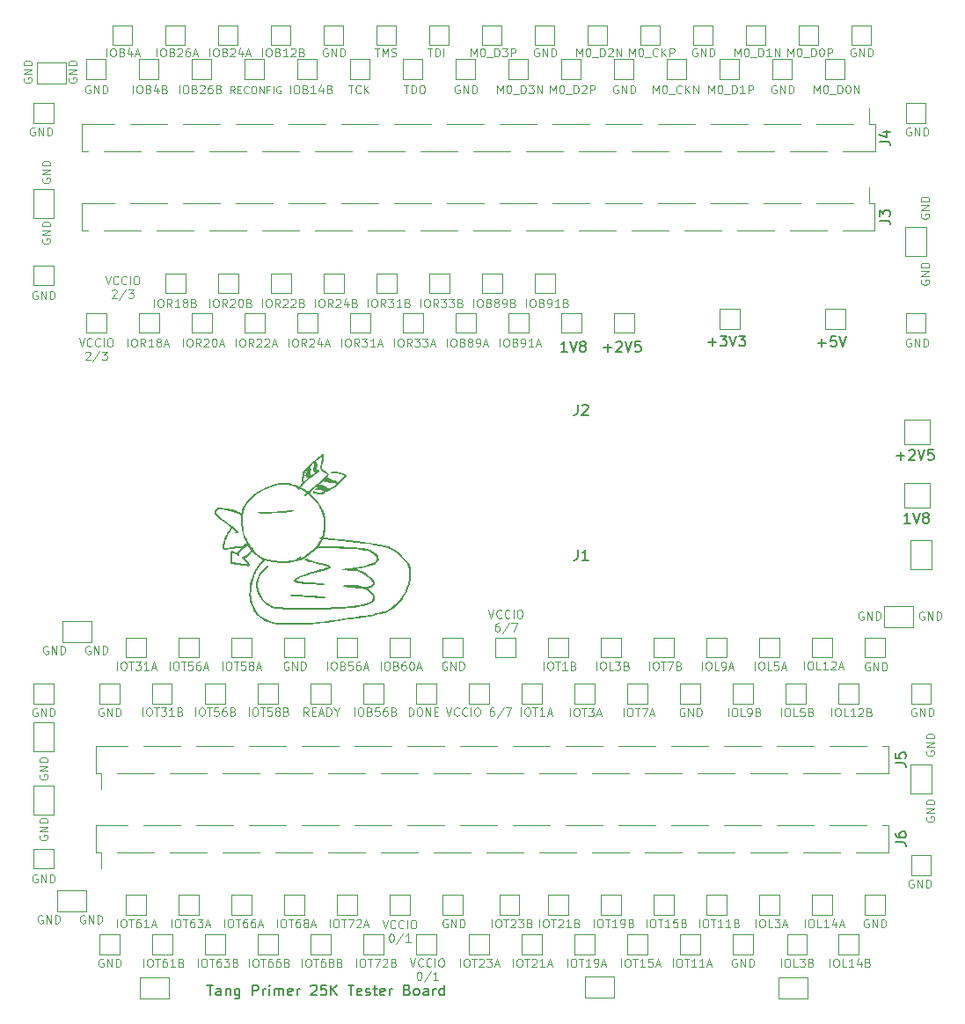
<source format=gbr>
%TF.GenerationSoftware,KiCad,Pcbnew,8.0.0*%
%TF.CreationDate,2024-03-15T19:34:49+09:00*%
%TF.ProjectId,ds_test_board3,64735f74-6573-4745-9f62-6f617264332e,rev?*%
%TF.SameCoordinates,Original*%
%TF.FileFunction,Legend,Top*%
%TF.FilePolarity,Positive*%
%FSLAX46Y46*%
G04 Gerber Fmt 4.6, Leading zero omitted, Abs format (unit mm)*
G04 Created by KiCad (PCBNEW 8.0.0) date 2024-03-15 19:34:49*
%MOMM*%
%LPD*%
G01*
G04 APERTURE LIST*
%ADD10C,0.100000*%
%ADD11C,0.150000*%
%ADD12C,0.120000*%
%ADD13C,0.000000*%
G04 APERTURE END LIST*
D10*
X171706265Y-128522495D02*
X171706265Y-127722495D01*
X172239598Y-127722495D02*
X172391979Y-127722495D01*
X172391979Y-127722495D02*
X172468169Y-127760590D01*
X172468169Y-127760590D02*
X172544360Y-127836780D01*
X172544360Y-127836780D02*
X172582455Y-127989161D01*
X172582455Y-127989161D02*
X172582455Y-128255828D01*
X172582455Y-128255828D02*
X172544360Y-128408209D01*
X172544360Y-128408209D02*
X172468169Y-128484400D01*
X172468169Y-128484400D02*
X172391979Y-128522495D01*
X172391979Y-128522495D02*
X172239598Y-128522495D01*
X172239598Y-128522495D02*
X172163407Y-128484400D01*
X172163407Y-128484400D02*
X172087217Y-128408209D01*
X172087217Y-128408209D02*
X172049121Y-128255828D01*
X172049121Y-128255828D02*
X172049121Y-127989161D01*
X172049121Y-127989161D02*
X172087217Y-127836780D01*
X172087217Y-127836780D02*
X172163407Y-127760590D01*
X172163407Y-127760590D02*
X172239598Y-127722495D01*
X172811026Y-127722495D02*
X173268169Y-127722495D01*
X173039597Y-128522495D02*
X173039597Y-127722495D01*
X173953883Y-128522495D02*
X173496740Y-128522495D01*
X173725312Y-128522495D02*
X173725312Y-127722495D01*
X173725312Y-127722495D02*
X173649121Y-127836780D01*
X173649121Y-127836780D02*
X173572931Y-127912971D01*
X173572931Y-127912971D02*
X173496740Y-127951066D01*
X174258645Y-128293923D02*
X174639598Y-128293923D01*
X174182455Y-128522495D02*
X174449122Y-127722495D01*
X174449122Y-127722495D02*
X174715788Y-128522495D01*
X164606912Y-148131390D02*
X164530722Y-148093295D01*
X164530722Y-148093295D02*
X164416436Y-148093295D01*
X164416436Y-148093295D02*
X164302150Y-148131390D01*
X164302150Y-148131390D02*
X164225960Y-148207580D01*
X164225960Y-148207580D02*
X164187865Y-148283771D01*
X164187865Y-148283771D02*
X164149769Y-148436152D01*
X164149769Y-148436152D02*
X164149769Y-148550438D01*
X164149769Y-148550438D02*
X164187865Y-148702819D01*
X164187865Y-148702819D02*
X164225960Y-148779009D01*
X164225960Y-148779009D02*
X164302150Y-148855200D01*
X164302150Y-148855200D02*
X164416436Y-148893295D01*
X164416436Y-148893295D02*
X164492627Y-148893295D01*
X164492627Y-148893295D02*
X164606912Y-148855200D01*
X164606912Y-148855200D02*
X164645008Y-148817104D01*
X164645008Y-148817104D02*
X164645008Y-148550438D01*
X164645008Y-148550438D02*
X164492627Y-148550438D01*
X164987865Y-148893295D02*
X164987865Y-148093295D01*
X164987865Y-148093295D02*
X165445008Y-148893295D01*
X165445008Y-148893295D02*
X165445008Y-148093295D01*
X165825960Y-148893295D02*
X165825960Y-148093295D01*
X165825960Y-148093295D02*
X166016436Y-148093295D01*
X166016436Y-148093295D02*
X166130722Y-148131390D01*
X166130722Y-148131390D02*
X166206912Y-148207580D01*
X166206912Y-148207580D02*
X166245007Y-148283771D01*
X166245007Y-148283771D02*
X166283103Y-148436152D01*
X166283103Y-148436152D02*
X166283103Y-148550438D01*
X166283103Y-148550438D02*
X166245007Y-148702819D01*
X166245007Y-148702819D02*
X166206912Y-148779009D01*
X166206912Y-148779009D02*
X166130722Y-148855200D01*
X166130722Y-148855200D02*
X166016436Y-148893295D01*
X166016436Y-148893295D02*
X165825960Y-148893295D01*
X159514265Y-92987895D02*
X159514265Y-92187895D01*
X160047598Y-92187895D02*
X160199979Y-92187895D01*
X160199979Y-92187895D02*
X160276169Y-92225990D01*
X160276169Y-92225990D02*
X160352360Y-92302180D01*
X160352360Y-92302180D02*
X160390455Y-92454561D01*
X160390455Y-92454561D02*
X160390455Y-92721228D01*
X160390455Y-92721228D02*
X160352360Y-92873609D01*
X160352360Y-92873609D02*
X160276169Y-92949800D01*
X160276169Y-92949800D02*
X160199979Y-92987895D01*
X160199979Y-92987895D02*
X160047598Y-92987895D01*
X160047598Y-92987895D02*
X159971407Y-92949800D01*
X159971407Y-92949800D02*
X159895217Y-92873609D01*
X159895217Y-92873609D02*
X159857121Y-92721228D01*
X159857121Y-92721228D02*
X159857121Y-92454561D01*
X159857121Y-92454561D02*
X159895217Y-92302180D01*
X159895217Y-92302180D02*
X159971407Y-92225990D01*
X159971407Y-92225990D02*
X160047598Y-92187895D01*
X161190455Y-92987895D02*
X160923788Y-92606942D01*
X160733312Y-92987895D02*
X160733312Y-92187895D01*
X160733312Y-92187895D02*
X161038074Y-92187895D01*
X161038074Y-92187895D02*
X161114264Y-92225990D01*
X161114264Y-92225990D02*
X161152359Y-92264085D01*
X161152359Y-92264085D02*
X161190455Y-92340276D01*
X161190455Y-92340276D02*
X161190455Y-92454561D01*
X161190455Y-92454561D02*
X161152359Y-92530752D01*
X161152359Y-92530752D02*
X161114264Y-92568847D01*
X161114264Y-92568847D02*
X161038074Y-92606942D01*
X161038074Y-92606942D02*
X160733312Y-92606942D01*
X161457121Y-92187895D02*
X161952359Y-92187895D01*
X161952359Y-92187895D02*
X161685693Y-92492657D01*
X161685693Y-92492657D02*
X161799978Y-92492657D01*
X161799978Y-92492657D02*
X161876169Y-92530752D01*
X161876169Y-92530752D02*
X161914264Y-92568847D01*
X161914264Y-92568847D02*
X161952359Y-92645038D01*
X161952359Y-92645038D02*
X161952359Y-92835514D01*
X161952359Y-92835514D02*
X161914264Y-92911704D01*
X161914264Y-92911704D02*
X161876169Y-92949800D01*
X161876169Y-92949800D02*
X161799978Y-92987895D01*
X161799978Y-92987895D02*
X161571407Y-92987895D01*
X161571407Y-92987895D02*
X161495216Y-92949800D01*
X161495216Y-92949800D02*
X161457121Y-92911704D01*
X162219026Y-92187895D02*
X162714264Y-92187895D01*
X162714264Y-92187895D02*
X162447598Y-92492657D01*
X162447598Y-92492657D02*
X162561883Y-92492657D01*
X162561883Y-92492657D02*
X162638074Y-92530752D01*
X162638074Y-92530752D02*
X162676169Y-92568847D01*
X162676169Y-92568847D02*
X162714264Y-92645038D01*
X162714264Y-92645038D02*
X162714264Y-92835514D01*
X162714264Y-92835514D02*
X162676169Y-92911704D01*
X162676169Y-92911704D02*
X162638074Y-92949800D01*
X162638074Y-92949800D02*
X162561883Y-92987895D01*
X162561883Y-92987895D02*
X162333312Y-92987895D01*
X162333312Y-92987895D02*
X162257121Y-92949800D01*
X162257121Y-92949800D02*
X162219026Y-92911704D01*
X163019026Y-92759323D02*
X163399979Y-92759323D01*
X162942836Y-92987895D02*
X163209503Y-92187895D01*
X163209503Y-92187895D02*
X163476169Y-92987895D01*
X160885865Y-128522495D02*
X160885865Y-127722495D01*
X160885865Y-127722495D02*
X161076341Y-127722495D01*
X161076341Y-127722495D02*
X161190627Y-127760590D01*
X161190627Y-127760590D02*
X161266817Y-127836780D01*
X161266817Y-127836780D02*
X161304912Y-127912971D01*
X161304912Y-127912971D02*
X161343008Y-128065352D01*
X161343008Y-128065352D02*
X161343008Y-128179638D01*
X161343008Y-128179638D02*
X161304912Y-128332019D01*
X161304912Y-128332019D02*
X161266817Y-128408209D01*
X161266817Y-128408209D02*
X161190627Y-128484400D01*
X161190627Y-128484400D02*
X161076341Y-128522495D01*
X161076341Y-128522495D02*
X160885865Y-128522495D01*
X161838246Y-127722495D02*
X161990627Y-127722495D01*
X161990627Y-127722495D02*
X162066817Y-127760590D01*
X162066817Y-127760590D02*
X162143008Y-127836780D01*
X162143008Y-127836780D02*
X162181103Y-127989161D01*
X162181103Y-127989161D02*
X162181103Y-128255828D01*
X162181103Y-128255828D02*
X162143008Y-128408209D01*
X162143008Y-128408209D02*
X162066817Y-128484400D01*
X162066817Y-128484400D02*
X161990627Y-128522495D01*
X161990627Y-128522495D02*
X161838246Y-128522495D01*
X161838246Y-128522495D02*
X161762055Y-128484400D01*
X161762055Y-128484400D02*
X161685865Y-128408209D01*
X161685865Y-128408209D02*
X161647769Y-128255828D01*
X161647769Y-128255828D02*
X161647769Y-127989161D01*
X161647769Y-127989161D02*
X161685865Y-127836780D01*
X161685865Y-127836780D02*
X161762055Y-127760590D01*
X161762055Y-127760590D02*
X161838246Y-127722495D01*
X162523960Y-128522495D02*
X162523960Y-127722495D01*
X162523960Y-127722495D02*
X162981103Y-128522495D01*
X162981103Y-128522495D02*
X162981103Y-127722495D01*
X163362055Y-128103447D02*
X163628721Y-128103447D01*
X163743007Y-128522495D02*
X163362055Y-128522495D01*
X163362055Y-128522495D02*
X163362055Y-127722495D01*
X163362055Y-127722495D02*
X163743007Y-127722495D01*
X183771265Y-148867895D02*
X183771265Y-148067895D01*
X184304598Y-148067895D02*
X184456979Y-148067895D01*
X184456979Y-148067895D02*
X184533169Y-148105990D01*
X184533169Y-148105990D02*
X184609360Y-148182180D01*
X184609360Y-148182180D02*
X184647455Y-148334561D01*
X184647455Y-148334561D02*
X184647455Y-148601228D01*
X184647455Y-148601228D02*
X184609360Y-148753609D01*
X184609360Y-148753609D02*
X184533169Y-148829800D01*
X184533169Y-148829800D02*
X184456979Y-148867895D01*
X184456979Y-148867895D02*
X184304598Y-148867895D01*
X184304598Y-148867895D02*
X184228407Y-148829800D01*
X184228407Y-148829800D02*
X184152217Y-148753609D01*
X184152217Y-148753609D02*
X184114121Y-148601228D01*
X184114121Y-148601228D02*
X184114121Y-148334561D01*
X184114121Y-148334561D02*
X184152217Y-148182180D01*
X184152217Y-148182180D02*
X184228407Y-148105990D01*
X184228407Y-148105990D02*
X184304598Y-148067895D01*
X184876026Y-148067895D02*
X185333169Y-148067895D01*
X185104597Y-148867895D02*
X185104597Y-148067895D01*
X186018883Y-148867895D02*
X185561740Y-148867895D01*
X185790312Y-148867895D02*
X185790312Y-148067895D01*
X185790312Y-148067895D02*
X185714121Y-148182180D01*
X185714121Y-148182180D02*
X185637931Y-148258371D01*
X185637931Y-148258371D02*
X185561740Y-148296466D01*
X186742693Y-148067895D02*
X186361741Y-148067895D01*
X186361741Y-148067895D02*
X186323645Y-148448847D01*
X186323645Y-148448847D02*
X186361741Y-148410752D01*
X186361741Y-148410752D02*
X186437931Y-148372657D01*
X186437931Y-148372657D02*
X186628407Y-148372657D01*
X186628407Y-148372657D02*
X186704598Y-148410752D01*
X186704598Y-148410752D02*
X186742693Y-148448847D01*
X186742693Y-148448847D02*
X186780788Y-148525038D01*
X186780788Y-148525038D02*
X186780788Y-148715514D01*
X186780788Y-148715514D02*
X186742693Y-148791704D01*
X186742693Y-148791704D02*
X186704598Y-148829800D01*
X186704598Y-148829800D02*
X186628407Y-148867895D01*
X186628407Y-148867895D02*
X186437931Y-148867895D01*
X186437931Y-148867895D02*
X186361741Y-148829800D01*
X186361741Y-148829800D02*
X186323645Y-148791704D01*
X187390312Y-148448847D02*
X187504598Y-148486942D01*
X187504598Y-148486942D02*
X187542693Y-148525038D01*
X187542693Y-148525038D02*
X187580789Y-148601228D01*
X187580789Y-148601228D02*
X187580789Y-148715514D01*
X187580789Y-148715514D02*
X187542693Y-148791704D01*
X187542693Y-148791704D02*
X187504598Y-148829800D01*
X187504598Y-148829800D02*
X187428408Y-148867895D01*
X187428408Y-148867895D02*
X187123646Y-148867895D01*
X187123646Y-148867895D02*
X187123646Y-148067895D01*
X187123646Y-148067895D02*
X187390312Y-148067895D01*
X187390312Y-148067895D02*
X187466503Y-148105990D01*
X187466503Y-148105990D02*
X187504598Y-148144085D01*
X187504598Y-148144085D02*
X187542693Y-148220276D01*
X187542693Y-148220276D02*
X187542693Y-148296466D01*
X187542693Y-148296466D02*
X187504598Y-148372657D01*
X187504598Y-148372657D02*
X187466503Y-148410752D01*
X187466503Y-148410752D02*
X187390312Y-148448847D01*
X187390312Y-148448847D02*
X187123646Y-148448847D01*
X151894265Y-89177895D02*
X151894265Y-88377895D01*
X152427598Y-88377895D02*
X152579979Y-88377895D01*
X152579979Y-88377895D02*
X152656169Y-88415990D01*
X152656169Y-88415990D02*
X152732360Y-88492180D01*
X152732360Y-88492180D02*
X152770455Y-88644561D01*
X152770455Y-88644561D02*
X152770455Y-88911228D01*
X152770455Y-88911228D02*
X152732360Y-89063609D01*
X152732360Y-89063609D02*
X152656169Y-89139800D01*
X152656169Y-89139800D02*
X152579979Y-89177895D01*
X152579979Y-89177895D02*
X152427598Y-89177895D01*
X152427598Y-89177895D02*
X152351407Y-89139800D01*
X152351407Y-89139800D02*
X152275217Y-89063609D01*
X152275217Y-89063609D02*
X152237121Y-88911228D01*
X152237121Y-88911228D02*
X152237121Y-88644561D01*
X152237121Y-88644561D02*
X152275217Y-88492180D01*
X152275217Y-88492180D02*
X152351407Y-88415990D01*
X152351407Y-88415990D02*
X152427598Y-88377895D01*
X153570455Y-89177895D02*
X153303788Y-88796942D01*
X153113312Y-89177895D02*
X153113312Y-88377895D01*
X153113312Y-88377895D02*
X153418074Y-88377895D01*
X153418074Y-88377895D02*
X153494264Y-88415990D01*
X153494264Y-88415990D02*
X153532359Y-88454085D01*
X153532359Y-88454085D02*
X153570455Y-88530276D01*
X153570455Y-88530276D02*
X153570455Y-88644561D01*
X153570455Y-88644561D02*
X153532359Y-88720752D01*
X153532359Y-88720752D02*
X153494264Y-88758847D01*
X153494264Y-88758847D02*
X153418074Y-88796942D01*
X153418074Y-88796942D02*
X153113312Y-88796942D01*
X153875216Y-88454085D02*
X153913312Y-88415990D01*
X153913312Y-88415990D02*
X153989502Y-88377895D01*
X153989502Y-88377895D02*
X154179978Y-88377895D01*
X154179978Y-88377895D02*
X154256169Y-88415990D01*
X154256169Y-88415990D02*
X154294264Y-88454085D01*
X154294264Y-88454085D02*
X154332359Y-88530276D01*
X154332359Y-88530276D02*
X154332359Y-88606466D01*
X154332359Y-88606466D02*
X154294264Y-88720752D01*
X154294264Y-88720752D02*
X153837121Y-89177895D01*
X153837121Y-89177895D02*
X154332359Y-89177895D01*
X155018074Y-88644561D02*
X155018074Y-89177895D01*
X154827598Y-88339800D02*
X154637121Y-88911228D01*
X154637121Y-88911228D02*
X155132360Y-88911228D01*
X155703788Y-88758847D02*
X155818074Y-88796942D01*
X155818074Y-88796942D02*
X155856169Y-88835038D01*
X155856169Y-88835038D02*
X155894265Y-88911228D01*
X155894265Y-88911228D02*
X155894265Y-89025514D01*
X155894265Y-89025514D02*
X155856169Y-89101704D01*
X155856169Y-89101704D02*
X155818074Y-89139800D01*
X155818074Y-89139800D02*
X155741884Y-89177895D01*
X155741884Y-89177895D02*
X155437122Y-89177895D01*
X155437122Y-89177895D02*
X155437122Y-88377895D01*
X155437122Y-88377895D02*
X155703788Y-88377895D01*
X155703788Y-88377895D02*
X155779979Y-88415990D01*
X155779979Y-88415990D02*
X155818074Y-88454085D01*
X155818074Y-88454085D02*
X155856169Y-88530276D01*
X155856169Y-88530276D02*
X155856169Y-88606466D01*
X155856169Y-88606466D02*
X155818074Y-88682657D01*
X155818074Y-88682657D02*
X155779979Y-88720752D01*
X155779979Y-88720752D02*
X155703788Y-88758847D01*
X155703788Y-88758847D02*
X155437122Y-88758847D01*
X125372990Y-140040687D02*
X125334895Y-140116877D01*
X125334895Y-140116877D02*
X125334895Y-140231163D01*
X125334895Y-140231163D02*
X125372990Y-140345449D01*
X125372990Y-140345449D02*
X125449180Y-140421639D01*
X125449180Y-140421639D02*
X125525371Y-140459734D01*
X125525371Y-140459734D02*
X125677752Y-140497830D01*
X125677752Y-140497830D02*
X125792038Y-140497830D01*
X125792038Y-140497830D02*
X125944419Y-140459734D01*
X125944419Y-140459734D02*
X126020609Y-140421639D01*
X126020609Y-140421639D02*
X126096800Y-140345449D01*
X126096800Y-140345449D02*
X126134895Y-140231163D01*
X126134895Y-140231163D02*
X126134895Y-140154972D01*
X126134895Y-140154972D02*
X126096800Y-140040687D01*
X126096800Y-140040687D02*
X126058704Y-140002591D01*
X126058704Y-140002591D02*
X125792038Y-140002591D01*
X125792038Y-140002591D02*
X125792038Y-140154972D01*
X126134895Y-139659734D02*
X125334895Y-139659734D01*
X125334895Y-139659734D02*
X126134895Y-139202591D01*
X126134895Y-139202591D02*
X125334895Y-139202591D01*
X126134895Y-138821639D02*
X125334895Y-138821639D01*
X125334895Y-138821639D02*
X125334895Y-138631163D01*
X125334895Y-138631163D02*
X125372990Y-138516877D01*
X125372990Y-138516877D02*
X125449180Y-138440687D01*
X125449180Y-138440687D02*
X125525371Y-138402592D01*
X125525371Y-138402592D02*
X125677752Y-138364496D01*
X125677752Y-138364496D02*
X125792038Y-138364496D01*
X125792038Y-138364496D02*
X125944419Y-138402592D01*
X125944419Y-138402592D02*
X126020609Y-138440687D01*
X126020609Y-138440687D02*
X126096800Y-138516877D01*
X126096800Y-138516877D02*
X126134895Y-138631163D01*
X126134895Y-138631163D02*
X126134895Y-138821639D01*
X201576665Y-128573295D02*
X201576665Y-127773295D01*
X202109998Y-127773295D02*
X202262379Y-127773295D01*
X202262379Y-127773295D02*
X202338569Y-127811390D01*
X202338569Y-127811390D02*
X202414760Y-127887580D01*
X202414760Y-127887580D02*
X202452855Y-128039961D01*
X202452855Y-128039961D02*
X202452855Y-128306628D01*
X202452855Y-128306628D02*
X202414760Y-128459009D01*
X202414760Y-128459009D02*
X202338569Y-128535200D01*
X202338569Y-128535200D02*
X202262379Y-128573295D01*
X202262379Y-128573295D02*
X202109998Y-128573295D01*
X202109998Y-128573295D02*
X202033807Y-128535200D01*
X202033807Y-128535200D02*
X201957617Y-128459009D01*
X201957617Y-128459009D02*
X201919521Y-128306628D01*
X201919521Y-128306628D02*
X201919521Y-128039961D01*
X201919521Y-128039961D02*
X201957617Y-127887580D01*
X201957617Y-127887580D02*
X202033807Y-127811390D01*
X202033807Y-127811390D02*
X202109998Y-127773295D01*
X203176664Y-128573295D02*
X202795712Y-128573295D01*
X202795712Y-128573295D02*
X202795712Y-127773295D01*
X203862378Y-128573295D02*
X203405235Y-128573295D01*
X203633807Y-128573295D02*
X203633807Y-127773295D01*
X203633807Y-127773295D02*
X203557616Y-127887580D01*
X203557616Y-127887580D02*
X203481426Y-127963771D01*
X203481426Y-127963771D02*
X203405235Y-128001866D01*
X204167140Y-127849485D02*
X204205236Y-127811390D01*
X204205236Y-127811390D02*
X204281426Y-127773295D01*
X204281426Y-127773295D02*
X204471902Y-127773295D01*
X204471902Y-127773295D02*
X204548093Y-127811390D01*
X204548093Y-127811390D02*
X204586188Y-127849485D01*
X204586188Y-127849485D02*
X204624283Y-127925676D01*
X204624283Y-127925676D02*
X204624283Y-128001866D01*
X204624283Y-128001866D02*
X204586188Y-128116152D01*
X204586188Y-128116152D02*
X204129045Y-128573295D01*
X204129045Y-128573295D02*
X204624283Y-128573295D01*
X205233807Y-128154247D02*
X205348093Y-128192342D01*
X205348093Y-128192342D02*
X205386188Y-128230438D01*
X205386188Y-128230438D02*
X205424284Y-128306628D01*
X205424284Y-128306628D02*
X205424284Y-128420914D01*
X205424284Y-128420914D02*
X205386188Y-128497104D01*
X205386188Y-128497104D02*
X205348093Y-128535200D01*
X205348093Y-128535200D02*
X205271903Y-128573295D01*
X205271903Y-128573295D02*
X204967141Y-128573295D01*
X204967141Y-128573295D02*
X204967141Y-127773295D01*
X204967141Y-127773295D02*
X205233807Y-127773295D01*
X205233807Y-127773295D02*
X205309998Y-127811390D01*
X205309998Y-127811390D02*
X205348093Y-127849485D01*
X205348093Y-127849485D02*
X205386188Y-127925676D01*
X205386188Y-127925676D02*
X205386188Y-128001866D01*
X205386188Y-128001866D02*
X205348093Y-128078057D01*
X205348093Y-128078057D02*
X205309998Y-128116152D01*
X205309998Y-128116152D02*
X205233807Y-128154247D01*
X205233807Y-128154247D02*
X204967141Y-128154247D01*
X199011265Y-148867895D02*
X199011265Y-148067895D01*
X199544598Y-148067895D02*
X199696979Y-148067895D01*
X199696979Y-148067895D02*
X199773169Y-148105990D01*
X199773169Y-148105990D02*
X199849360Y-148182180D01*
X199849360Y-148182180D02*
X199887455Y-148334561D01*
X199887455Y-148334561D02*
X199887455Y-148601228D01*
X199887455Y-148601228D02*
X199849360Y-148753609D01*
X199849360Y-148753609D02*
X199773169Y-148829800D01*
X199773169Y-148829800D02*
X199696979Y-148867895D01*
X199696979Y-148867895D02*
X199544598Y-148867895D01*
X199544598Y-148867895D02*
X199468407Y-148829800D01*
X199468407Y-148829800D02*
X199392217Y-148753609D01*
X199392217Y-148753609D02*
X199354121Y-148601228D01*
X199354121Y-148601228D02*
X199354121Y-148334561D01*
X199354121Y-148334561D02*
X199392217Y-148182180D01*
X199392217Y-148182180D02*
X199468407Y-148105990D01*
X199468407Y-148105990D02*
X199544598Y-148067895D01*
X200611264Y-148867895D02*
X200230312Y-148867895D01*
X200230312Y-148867895D02*
X200230312Y-148067895D01*
X201296978Y-148867895D02*
X200839835Y-148867895D01*
X201068407Y-148867895D02*
X201068407Y-148067895D01*
X201068407Y-148067895D02*
X200992216Y-148182180D01*
X200992216Y-148182180D02*
X200916026Y-148258371D01*
X200916026Y-148258371D02*
X200839835Y-148296466D01*
X201982693Y-148334561D02*
X201982693Y-148867895D01*
X201792217Y-148029800D02*
X201601740Y-148601228D01*
X201601740Y-148601228D02*
X202096979Y-148601228D01*
X202363645Y-148639323D02*
X202744598Y-148639323D01*
X202287455Y-148867895D02*
X202554122Y-148067895D01*
X202554122Y-148067895D02*
X202820788Y-148867895D01*
X194312265Y-148867895D02*
X194312265Y-148067895D01*
X194845598Y-148067895D02*
X194997979Y-148067895D01*
X194997979Y-148067895D02*
X195074169Y-148105990D01*
X195074169Y-148105990D02*
X195150360Y-148182180D01*
X195150360Y-148182180D02*
X195188455Y-148334561D01*
X195188455Y-148334561D02*
X195188455Y-148601228D01*
X195188455Y-148601228D02*
X195150360Y-148753609D01*
X195150360Y-148753609D02*
X195074169Y-148829800D01*
X195074169Y-148829800D02*
X194997979Y-148867895D01*
X194997979Y-148867895D02*
X194845598Y-148867895D01*
X194845598Y-148867895D02*
X194769407Y-148829800D01*
X194769407Y-148829800D02*
X194693217Y-148753609D01*
X194693217Y-148753609D02*
X194655121Y-148601228D01*
X194655121Y-148601228D02*
X194655121Y-148334561D01*
X194655121Y-148334561D02*
X194693217Y-148182180D01*
X194693217Y-148182180D02*
X194769407Y-148105990D01*
X194769407Y-148105990D02*
X194845598Y-148067895D01*
X195912264Y-148867895D02*
X195531312Y-148867895D01*
X195531312Y-148867895D02*
X195531312Y-148067895D01*
X196102740Y-148067895D02*
X196597978Y-148067895D01*
X196597978Y-148067895D02*
X196331312Y-148372657D01*
X196331312Y-148372657D02*
X196445597Y-148372657D01*
X196445597Y-148372657D02*
X196521788Y-148410752D01*
X196521788Y-148410752D02*
X196559883Y-148448847D01*
X196559883Y-148448847D02*
X196597978Y-148525038D01*
X196597978Y-148525038D02*
X196597978Y-148715514D01*
X196597978Y-148715514D02*
X196559883Y-148791704D01*
X196559883Y-148791704D02*
X196521788Y-148829800D01*
X196521788Y-148829800D02*
X196445597Y-148867895D01*
X196445597Y-148867895D02*
X196217026Y-148867895D01*
X196217026Y-148867895D02*
X196140835Y-148829800D01*
X196140835Y-148829800D02*
X196102740Y-148791704D01*
X196902740Y-148639323D02*
X197283693Y-148639323D01*
X196826550Y-148867895D02*
X197093217Y-148067895D01*
X197093217Y-148067895D02*
X197359883Y-148867895D01*
X149354265Y-92987895D02*
X149354265Y-92187895D01*
X149887598Y-92187895D02*
X150039979Y-92187895D01*
X150039979Y-92187895D02*
X150116169Y-92225990D01*
X150116169Y-92225990D02*
X150192360Y-92302180D01*
X150192360Y-92302180D02*
X150230455Y-92454561D01*
X150230455Y-92454561D02*
X150230455Y-92721228D01*
X150230455Y-92721228D02*
X150192360Y-92873609D01*
X150192360Y-92873609D02*
X150116169Y-92949800D01*
X150116169Y-92949800D02*
X150039979Y-92987895D01*
X150039979Y-92987895D02*
X149887598Y-92987895D01*
X149887598Y-92987895D02*
X149811407Y-92949800D01*
X149811407Y-92949800D02*
X149735217Y-92873609D01*
X149735217Y-92873609D02*
X149697121Y-92721228D01*
X149697121Y-92721228D02*
X149697121Y-92454561D01*
X149697121Y-92454561D02*
X149735217Y-92302180D01*
X149735217Y-92302180D02*
X149811407Y-92225990D01*
X149811407Y-92225990D02*
X149887598Y-92187895D01*
X151030455Y-92987895D02*
X150763788Y-92606942D01*
X150573312Y-92987895D02*
X150573312Y-92187895D01*
X150573312Y-92187895D02*
X150878074Y-92187895D01*
X150878074Y-92187895D02*
X150954264Y-92225990D01*
X150954264Y-92225990D02*
X150992359Y-92264085D01*
X150992359Y-92264085D02*
X151030455Y-92340276D01*
X151030455Y-92340276D02*
X151030455Y-92454561D01*
X151030455Y-92454561D02*
X150992359Y-92530752D01*
X150992359Y-92530752D02*
X150954264Y-92568847D01*
X150954264Y-92568847D02*
X150878074Y-92606942D01*
X150878074Y-92606942D02*
X150573312Y-92606942D01*
X151335216Y-92264085D02*
X151373312Y-92225990D01*
X151373312Y-92225990D02*
X151449502Y-92187895D01*
X151449502Y-92187895D02*
X151639978Y-92187895D01*
X151639978Y-92187895D02*
X151716169Y-92225990D01*
X151716169Y-92225990D02*
X151754264Y-92264085D01*
X151754264Y-92264085D02*
X151792359Y-92340276D01*
X151792359Y-92340276D02*
X151792359Y-92416466D01*
X151792359Y-92416466D02*
X151754264Y-92530752D01*
X151754264Y-92530752D02*
X151297121Y-92987895D01*
X151297121Y-92987895D02*
X151792359Y-92987895D01*
X152478074Y-92454561D02*
X152478074Y-92987895D01*
X152287598Y-92149800D02*
X152097121Y-92721228D01*
X152097121Y-92721228D02*
X152592360Y-92721228D01*
X152859026Y-92759323D02*
X153239979Y-92759323D01*
X152782836Y-92987895D02*
X153049503Y-92187895D01*
X153049503Y-92187895D02*
X153316169Y-92987895D01*
X209717312Y-127785990D02*
X209641122Y-127747895D01*
X209641122Y-127747895D02*
X209526836Y-127747895D01*
X209526836Y-127747895D02*
X209412550Y-127785990D01*
X209412550Y-127785990D02*
X209336360Y-127862180D01*
X209336360Y-127862180D02*
X209298265Y-127938371D01*
X209298265Y-127938371D02*
X209260169Y-128090752D01*
X209260169Y-128090752D02*
X209260169Y-128205038D01*
X209260169Y-128205038D02*
X209298265Y-128357419D01*
X209298265Y-128357419D02*
X209336360Y-128433609D01*
X209336360Y-128433609D02*
X209412550Y-128509800D01*
X209412550Y-128509800D02*
X209526836Y-128547895D01*
X209526836Y-128547895D02*
X209603027Y-128547895D01*
X209603027Y-128547895D02*
X209717312Y-128509800D01*
X209717312Y-128509800D02*
X209755408Y-128471704D01*
X209755408Y-128471704D02*
X209755408Y-128205038D01*
X209755408Y-128205038D02*
X209603027Y-128205038D01*
X210098265Y-128547895D02*
X210098265Y-127747895D01*
X210098265Y-127747895D02*
X210555408Y-128547895D01*
X210555408Y-128547895D02*
X210555408Y-127747895D01*
X210936360Y-128547895D02*
X210936360Y-127747895D01*
X210936360Y-127747895D02*
X211126836Y-127747895D01*
X211126836Y-127747895D02*
X211241122Y-127785990D01*
X211241122Y-127785990D02*
X211317312Y-127862180D01*
X211317312Y-127862180D02*
X211355407Y-127938371D01*
X211355407Y-127938371D02*
X211393503Y-128090752D01*
X211393503Y-128090752D02*
X211393503Y-128205038D01*
X211393503Y-128205038D02*
X211355407Y-128357419D01*
X211355407Y-128357419D02*
X211317312Y-128433609D01*
X211317312Y-128433609D02*
X211241122Y-128509800D01*
X211241122Y-128509800D02*
X211126836Y-128547895D01*
X211126836Y-128547895D02*
X210936360Y-128547895D01*
X140591265Y-152677895D02*
X140591265Y-151877895D01*
X141124598Y-151877895D02*
X141276979Y-151877895D01*
X141276979Y-151877895D02*
X141353169Y-151915990D01*
X141353169Y-151915990D02*
X141429360Y-151992180D01*
X141429360Y-151992180D02*
X141467455Y-152144561D01*
X141467455Y-152144561D02*
X141467455Y-152411228D01*
X141467455Y-152411228D02*
X141429360Y-152563609D01*
X141429360Y-152563609D02*
X141353169Y-152639800D01*
X141353169Y-152639800D02*
X141276979Y-152677895D01*
X141276979Y-152677895D02*
X141124598Y-152677895D01*
X141124598Y-152677895D02*
X141048407Y-152639800D01*
X141048407Y-152639800D02*
X140972217Y-152563609D01*
X140972217Y-152563609D02*
X140934121Y-152411228D01*
X140934121Y-152411228D02*
X140934121Y-152144561D01*
X140934121Y-152144561D02*
X140972217Y-151992180D01*
X140972217Y-151992180D02*
X141048407Y-151915990D01*
X141048407Y-151915990D02*
X141124598Y-151877895D01*
X141696026Y-151877895D02*
X142153169Y-151877895D01*
X141924597Y-152677895D02*
X141924597Y-151877895D01*
X142762693Y-151877895D02*
X142610312Y-151877895D01*
X142610312Y-151877895D02*
X142534121Y-151915990D01*
X142534121Y-151915990D02*
X142496026Y-151954085D01*
X142496026Y-151954085D02*
X142419836Y-152068371D01*
X142419836Y-152068371D02*
X142381740Y-152220752D01*
X142381740Y-152220752D02*
X142381740Y-152525514D01*
X142381740Y-152525514D02*
X142419836Y-152601704D01*
X142419836Y-152601704D02*
X142457931Y-152639800D01*
X142457931Y-152639800D02*
X142534121Y-152677895D01*
X142534121Y-152677895D02*
X142686502Y-152677895D01*
X142686502Y-152677895D02*
X142762693Y-152639800D01*
X142762693Y-152639800D02*
X142800788Y-152601704D01*
X142800788Y-152601704D02*
X142838883Y-152525514D01*
X142838883Y-152525514D02*
X142838883Y-152335038D01*
X142838883Y-152335038D02*
X142800788Y-152258847D01*
X142800788Y-152258847D02*
X142762693Y-152220752D01*
X142762693Y-152220752D02*
X142686502Y-152182657D01*
X142686502Y-152182657D02*
X142534121Y-152182657D01*
X142534121Y-152182657D02*
X142457931Y-152220752D01*
X142457931Y-152220752D02*
X142419836Y-152258847D01*
X142419836Y-152258847D02*
X142381740Y-152335038D01*
X143105550Y-151877895D02*
X143600788Y-151877895D01*
X143600788Y-151877895D02*
X143334122Y-152182657D01*
X143334122Y-152182657D02*
X143448407Y-152182657D01*
X143448407Y-152182657D02*
X143524598Y-152220752D01*
X143524598Y-152220752D02*
X143562693Y-152258847D01*
X143562693Y-152258847D02*
X143600788Y-152335038D01*
X143600788Y-152335038D02*
X143600788Y-152525514D01*
X143600788Y-152525514D02*
X143562693Y-152601704D01*
X143562693Y-152601704D02*
X143524598Y-152639800D01*
X143524598Y-152639800D02*
X143448407Y-152677895D01*
X143448407Y-152677895D02*
X143219836Y-152677895D01*
X143219836Y-152677895D02*
X143143645Y-152639800D01*
X143143645Y-152639800D02*
X143105550Y-152601704D01*
X144210312Y-152258847D02*
X144324598Y-152296942D01*
X144324598Y-152296942D02*
X144362693Y-152335038D01*
X144362693Y-152335038D02*
X144400789Y-152411228D01*
X144400789Y-152411228D02*
X144400789Y-152525514D01*
X144400789Y-152525514D02*
X144362693Y-152601704D01*
X144362693Y-152601704D02*
X144324598Y-152639800D01*
X144324598Y-152639800D02*
X144248408Y-152677895D01*
X144248408Y-152677895D02*
X143943646Y-152677895D01*
X143943646Y-152677895D02*
X143943646Y-151877895D01*
X143943646Y-151877895D02*
X144210312Y-151877895D01*
X144210312Y-151877895D02*
X144286503Y-151915990D01*
X144286503Y-151915990D02*
X144324598Y-151954085D01*
X144324598Y-151954085D02*
X144362693Y-152030276D01*
X144362693Y-152030276D02*
X144362693Y-152106466D01*
X144362693Y-152106466D02*
X144324598Y-152182657D01*
X144324598Y-152182657D02*
X144286503Y-152220752D01*
X144286503Y-152220752D02*
X144210312Y-152258847D01*
X144210312Y-152258847D02*
X143943646Y-152258847D01*
X176151265Y-152677895D02*
X176151265Y-151877895D01*
X176684598Y-151877895D02*
X176836979Y-151877895D01*
X176836979Y-151877895D02*
X176913169Y-151915990D01*
X176913169Y-151915990D02*
X176989360Y-151992180D01*
X176989360Y-151992180D02*
X177027455Y-152144561D01*
X177027455Y-152144561D02*
X177027455Y-152411228D01*
X177027455Y-152411228D02*
X176989360Y-152563609D01*
X176989360Y-152563609D02*
X176913169Y-152639800D01*
X176913169Y-152639800D02*
X176836979Y-152677895D01*
X176836979Y-152677895D02*
X176684598Y-152677895D01*
X176684598Y-152677895D02*
X176608407Y-152639800D01*
X176608407Y-152639800D02*
X176532217Y-152563609D01*
X176532217Y-152563609D02*
X176494121Y-152411228D01*
X176494121Y-152411228D02*
X176494121Y-152144561D01*
X176494121Y-152144561D02*
X176532217Y-151992180D01*
X176532217Y-151992180D02*
X176608407Y-151915990D01*
X176608407Y-151915990D02*
X176684598Y-151877895D01*
X177256026Y-151877895D02*
X177713169Y-151877895D01*
X177484597Y-152677895D02*
X177484597Y-151877895D01*
X178398883Y-152677895D02*
X177941740Y-152677895D01*
X178170312Y-152677895D02*
X178170312Y-151877895D01*
X178170312Y-151877895D02*
X178094121Y-151992180D01*
X178094121Y-151992180D02*
X178017931Y-152068371D01*
X178017931Y-152068371D02*
X177941740Y-152106466D01*
X178779836Y-152677895D02*
X178932217Y-152677895D01*
X178932217Y-152677895D02*
X179008407Y-152639800D01*
X179008407Y-152639800D02*
X179046503Y-152601704D01*
X179046503Y-152601704D02*
X179122693Y-152487419D01*
X179122693Y-152487419D02*
X179160788Y-152335038D01*
X179160788Y-152335038D02*
X179160788Y-152030276D01*
X179160788Y-152030276D02*
X179122693Y-151954085D01*
X179122693Y-151954085D02*
X179084598Y-151915990D01*
X179084598Y-151915990D02*
X179008407Y-151877895D01*
X179008407Y-151877895D02*
X178856026Y-151877895D01*
X178856026Y-151877895D02*
X178779836Y-151915990D01*
X178779836Y-151915990D02*
X178741741Y-151954085D01*
X178741741Y-151954085D02*
X178703645Y-152030276D01*
X178703645Y-152030276D02*
X178703645Y-152220752D01*
X178703645Y-152220752D02*
X178741741Y-152296942D01*
X178741741Y-152296942D02*
X178779836Y-152335038D01*
X178779836Y-152335038D02*
X178856026Y-152373133D01*
X178856026Y-152373133D02*
X179008407Y-152373133D01*
X179008407Y-152373133D02*
X179084598Y-152335038D01*
X179084598Y-152335038D02*
X179122693Y-152296942D01*
X179122693Y-152296942D02*
X179160788Y-152220752D01*
X179465550Y-152449323D02*
X179846503Y-152449323D01*
X179389360Y-152677895D02*
X179656027Y-151877895D01*
X179656027Y-151877895D02*
X179922693Y-152677895D01*
X134368265Y-68603895D02*
X134368265Y-67803895D01*
X134901598Y-67803895D02*
X135053979Y-67803895D01*
X135053979Y-67803895D02*
X135130169Y-67841990D01*
X135130169Y-67841990D02*
X135206360Y-67918180D01*
X135206360Y-67918180D02*
X135244455Y-68070561D01*
X135244455Y-68070561D02*
X135244455Y-68337228D01*
X135244455Y-68337228D02*
X135206360Y-68489609D01*
X135206360Y-68489609D02*
X135130169Y-68565800D01*
X135130169Y-68565800D02*
X135053979Y-68603895D01*
X135053979Y-68603895D02*
X134901598Y-68603895D01*
X134901598Y-68603895D02*
X134825407Y-68565800D01*
X134825407Y-68565800D02*
X134749217Y-68489609D01*
X134749217Y-68489609D02*
X134711121Y-68337228D01*
X134711121Y-68337228D02*
X134711121Y-68070561D01*
X134711121Y-68070561D02*
X134749217Y-67918180D01*
X134749217Y-67918180D02*
X134825407Y-67841990D01*
X134825407Y-67841990D02*
X134901598Y-67803895D01*
X135853978Y-68184847D02*
X135968264Y-68222942D01*
X135968264Y-68222942D02*
X136006359Y-68261038D01*
X136006359Y-68261038D02*
X136044455Y-68337228D01*
X136044455Y-68337228D02*
X136044455Y-68451514D01*
X136044455Y-68451514D02*
X136006359Y-68527704D01*
X136006359Y-68527704D02*
X135968264Y-68565800D01*
X135968264Y-68565800D02*
X135892074Y-68603895D01*
X135892074Y-68603895D02*
X135587312Y-68603895D01*
X135587312Y-68603895D02*
X135587312Y-67803895D01*
X135587312Y-67803895D02*
X135853978Y-67803895D01*
X135853978Y-67803895D02*
X135930169Y-67841990D01*
X135930169Y-67841990D02*
X135968264Y-67880085D01*
X135968264Y-67880085D02*
X136006359Y-67956276D01*
X136006359Y-67956276D02*
X136006359Y-68032466D01*
X136006359Y-68032466D02*
X135968264Y-68108657D01*
X135968264Y-68108657D02*
X135930169Y-68146752D01*
X135930169Y-68146752D02*
X135853978Y-68184847D01*
X135853978Y-68184847D02*
X135587312Y-68184847D01*
X136730169Y-68070561D02*
X136730169Y-68603895D01*
X136539693Y-67765800D02*
X136349216Y-68337228D01*
X136349216Y-68337228D02*
X136844455Y-68337228D01*
X137415883Y-68184847D02*
X137530169Y-68222942D01*
X137530169Y-68222942D02*
X137568264Y-68261038D01*
X137568264Y-68261038D02*
X137606360Y-68337228D01*
X137606360Y-68337228D02*
X137606360Y-68451514D01*
X137606360Y-68451514D02*
X137568264Y-68527704D01*
X137568264Y-68527704D02*
X137530169Y-68565800D01*
X137530169Y-68565800D02*
X137453979Y-68603895D01*
X137453979Y-68603895D02*
X137149217Y-68603895D01*
X137149217Y-68603895D02*
X137149217Y-67803895D01*
X137149217Y-67803895D02*
X137415883Y-67803895D01*
X137415883Y-67803895D02*
X137492074Y-67841990D01*
X137492074Y-67841990D02*
X137530169Y-67880085D01*
X137530169Y-67880085D02*
X137568264Y-67956276D01*
X137568264Y-67956276D02*
X137568264Y-68032466D01*
X137568264Y-68032466D02*
X137530169Y-68108657D01*
X137530169Y-68108657D02*
X137492074Y-68146752D01*
X137492074Y-68146752D02*
X137415883Y-68184847D01*
X137415883Y-68184847D02*
X137149217Y-68184847D01*
X146814265Y-65047895D02*
X146814265Y-64247895D01*
X147347598Y-64247895D02*
X147499979Y-64247895D01*
X147499979Y-64247895D02*
X147576169Y-64285990D01*
X147576169Y-64285990D02*
X147652360Y-64362180D01*
X147652360Y-64362180D02*
X147690455Y-64514561D01*
X147690455Y-64514561D02*
X147690455Y-64781228D01*
X147690455Y-64781228D02*
X147652360Y-64933609D01*
X147652360Y-64933609D02*
X147576169Y-65009800D01*
X147576169Y-65009800D02*
X147499979Y-65047895D01*
X147499979Y-65047895D02*
X147347598Y-65047895D01*
X147347598Y-65047895D02*
X147271407Y-65009800D01*
X147271407Y-65009800D02*
X147195217Y-64933609D01*
X147195217Y-64933609D02*
X147157121Y-64781228D01*
X147157121Y-64781228D02*
X147157121Y-64514561D01*
X147157121Y-64514561D02*
X147195217Y-64362180D01*
X147195217Y-64362180D02*
X147271407Y-64285990D01*
X147271407Y-64285990D02*
X147347598Y-64247895D01*
X148299978Y-64628847D02*
X148414264Y-64666942D01*
X148414264Y-64666942D02*
X148452359Y-64705038D01*
X148452359Y-64705038D02*
X148490455Y-64781228D01*
X148490455Y-64781228D02*
X148490455Y-64895514D01*
X148490455Y-64895514D02*
X148452359Y-64971704D01*
X148452359Y-64971704D02*
X148414264Y-65009800D01*
X148414264Y-65009800D02*
X148338074Y-65047895D01*
X148338074Y-65047895D02*
X148033312Y-65047895D01*
X148033312Y-65047895D02*
X148033312Y-64247895D01*
X148033312Y-64247895D02*
X148299978Y-64247895D01*
X148299978Y-64247895D02*
X148376169Y-64285990D01*
X148376169Y-64285990D02*
X148414264Y-64324085D01*
X148414264Y-64324085D02*
X148452359Y-64400276D01*
X148452359Y-64400276D02*
X148452359Y-64476466D01*
X148452359Y-64476466D02*
X148414264Y-64552657D01*
X148414264Y-64552657D02*
X148376169Y-64590752D01*
X148376169Y-64590752D02*
X148299978Y-64628847D01*
X148299978Y-64628847D02*
X148033312Y-64628847D01*
X149252359Y-65047895D02*
X148795216Y-65047895D01*
X149023788Y-65047895D02*
X149023788Y-64247895D01*
X149023788Y-64247895D02*
X148947597Y-64362180D01*
X148947597Y-64362180D02*
X148871407Y-64438371D01*
X148871407Y-64438371D02*
X148795216Y-64476466D01*
X149557121Y-64324085D02*
X149595217Y-64285990D01*
X149595217Y-64285990D02*
X149671407Y-64247895D01*
X149671407Y-64247895D02*
X149861883Y-64247895D01*
X149861883Y-64247895D02*
X149938074Y-64285990D01*
X149938074Y-64285990D02*
X149976169Y-64324085D01*
X149976169Y-64324085D02*
X150014264Y-64400276D01*
X150014264Y-64400276D02*
X150014264Y-64476466D01*
X150014264Y-64476466D02*
X149976169Y-64590752D01*
X149976169Y-64590752D02*
X149519026Y-65047895D01*
X149519026Y-65047895D02*
X150014264Y-65047895D01*
X150623788Y-64628847D02*
X150738074Y-64666942D01*
X150738074Y-64666942D02*
X150776169Y-64705038D01*
X150776169Y-64705038D02*
X150814265Y-64781228D01*
X150814265Y-64781228D02*
X150814265Y-64895514D01*
X150814265Y-64895514D02*
X150776169Y-64971704D01*
X150776169Y-64971704D02*
X150738074Y-65009800D01*
X150738074Y-65009800D02*
X150661884Y-65047895D01*
X150661884Y-65047895D02*
X150357122Y-65047895D01*
X150357122Y-65047895D02*
X150357122Y-64247895D01*
X150357122Y-64247895D02*
X150623788Y-64247895D01*
X150623788Y-64247895D02*
X150699979Y-64285990D01*
X150699979Y-64285990D02*
X150738074Y-64324085D01*
X150738074Y-64324085D02*
X150776169Y-64400276D01*
X150776169Y-64400276D02*
X150776169Y-64476466D01*
X150776169Y-64476466D02*
X150738074Y-64552657D01*
X150738074Y-64552657D02*
X150699979Y-64590752D01*
X150699979Y-64590752D02*
X150623788Y-64628847D01*
X150623788Y-64628847D02*
X150357122Y-64628847D01*
X169674265Y-92987895D02*
X169674265Y-92187895D01*
X170207598Y-92187895D02*
X170359979Y-92187895D01*
X170359979Y-92187895D02*
X170436169Y-92225990D01*
X170436169Y-92225990D02*
X170512360Y-92302180D01*
X170512360Y-92302180D02*
X170550455Y-92454561D01*
X170550455Y-92454561D02*
X170550455Y-92721228D01*
X170550455Y-92721228D02*
X170512360Y-92873609D01*
X170512360Y-92873609D02*
X170436169Y-92949800D01*
X170436169Y-92949800D02*
X170359979Y-92987895D01*
X170359979Y-92987895D02*
X170207598Y-92987895D01*
X170207598Y-92987895D02*
X170131407Y-92949800D01*
X170131407Y-92949800D02*
X170055217Y-92873609D01*
X170055217Y-92873609D02*
X170017121Y-92721228D01*
X170017121Y-92721228D02*
X170017121Y-92454561D01*
X170017121Y-92454561D02*
X170055217Y-92302180D01*
X170055217Y-92302180D02*
X170131407Y-92225990D01*
X170131407Y-92225990D02*
X170207598Y-92187895D01*
X171159978Y-92568847D02*
X171274264Y-92606942D01*
X171274264Y-92606942D02*
X171312359Y-92645038D01*
X171312359Y-92645038D02*
X171350455Y-92721228D01*
X171350455Y-92721228D02*
X171350455Y-92835514D01*
X171350455Y-92835514D02*
X171312359Y-92911704D01*
X171312359Y-92911704D02*
X171274264Y-92949800D01*
X171274264Y-92949800D02*
X171198074Y-92987895D01*
X171198074Y-92987895D02*
X170893312Y-92987895D01*
X170893312Y-92987895D02*
X170893312Y-92187895D01*
X170893312Y-92187895D02*
X171159978Y-92187895D01*
X171159978Y-92187895D02*
X171236169Y-92225990D01*
X171236169Y-92225990D02*
X171274264Y-92264085D01*
X171274264Y-92264085D02*
X171312359Y-92340276D01*
X171312359Y-92340276D02*
X171312359Y-92416466D01*
X171312359Y-92416466D02*
X171274264Y-92492657D01*
X171274264Y-92492657D02*
X171236169Y-92530752D01*
X171236169Y-92530752D02*
X171159978Y-92568847D01*
X171159978Y-92568847D02*
X170893312Y-92568847D01*
X171731407Y-92987895D02*
X171883788Y-92987895D01*
X171883788Y-92987895D02*
X171959978Y-92949800D01*
X171959978Y-92949800D02*
X171998074Y-92911704D01*
X171998074Y-92911704D02*
X172074264Y-92797419D01*
X172074264Y-92797419D02*
X172112359Y-92645038D01*
X172112359Y-92645038D02*
X172112359Y-92340276D01*
X172112359Y-92340276D02*
X172074264Y-92264085D01*
X172074264Y-92264085D02*
X172036169Y-92225990D01*
X172036169Y-92225990D02*
X171959978Y-92187895D01*
X171959978Y-92187895D02*
X171807597Y-92187895D01*
X171807597Y-92187895D02*
X171731407Y-92225990D01*
X171731407Y-92225990D02*
X171693312Y-92264085D01*
X171693312Y-92264085D02*
X171655216Y-92340276D01*
X171655216Y-92340276D02*
X171655216Y-92530752D01*
X171655216Y-92530752D02*
X171693312Y-92606942D01*
X171693312Y-92606942D02*
X171731407Y-92645038D01*
X171731407Y-92645038D02*
X171807597Y-92683133D01*
X171807597Y-92683133D02*
X171959978Y-92683133D01*
X171959978Y-92683133D02*
X172036169Y-92645038D01*
X172036169Y-92645038D02*
X172074264Y-92606942D01*
X172074264Y-92606942D02*
X172112359Y-92530752D01*
X172874264Y-92987895D02*
X172417121Y-92987895D01*
X172645693Y-92987895D02*
X172645693Y-92187895D01*
X172645693Y-92187895D02*
X172569502Y-92302180D01*
X172569502Y-92302180D02*
X172493312Y-92378371D01*
X172493312Y-92378371D02*
X172417121Y-92416466D01*
X173179026Y-92759323D02*
X173559979Y-92759323D01*
X173102836Y-92987895D02*
X173369503Y-92187895D01*
X173369503Y-92187895D02*
X173636169Y-92987895D01*
X210716990Y-131912687D02*
X210678895Y-131988877D01*
X210678895Y-131988877D02*
X210678895Y-132103163D01*
X210678895Y-132103163D02*
X210716990Y-132217449D01*
X210716990Y-132217449D02*
X210793180Y-132293639D01*
X210793180Y-132293639D02*
X210869371Y-132331734D01*
X210869371Y-132331734D02*
X211021752Y-132369830D01*
X211021752Y-132369830D02*
X211136038Y-132369830D01*
X211136038Y-132369830D02*
X211288419Y-132331734D01*
X211288419Y-132331734D02*
X211364609Y-132293639D01*
X211364609Y-132293639D02*
X211440800Y-132217449D01*
X211440800Y-132217449D02*
X211478895Y-132103163D01*
X211478895Y-132103163D02*
X211478895Y-132026972D01*
X211478895Y-132026972D02*
X211440800Y-131912687D01*
X211440800Y-131912687D02*
X211402704Y-131874591D01*
X211402704Y-131874591D02*
X211136038Y-131874591D01*
X211136038Y-131874591D02*
X211136038Y-132026972D01*
X211478895Y-131531734D02*
X210678895Y-131531734D01*
X210678895Y-131531734D02*
X211478895Y-131074591D01*
X211478895Y-131074591D02*
X210678895Y-131074591D01*
X211478895Y-130693639D02*
X210678895Y-130693639D01*
X210678895Y-130693639D02*
X210678895Y-130503163D01*
X210678895Y-130503163D02*
X210716990Y-130388877D01*
X210716990Y-130388877D02*
X210793180Y-130312687D01*
X210793180Y-130312687D02*
X210869371Y-130274592D01*
X210869371Y-130274592D02*
X211021752Y-130236496D01*
X211021752Y-130236496D02*
X211136038Y-130236496D01*
X211136038Y-130236496D02*
X211288419Y-130274592D01*
X211288419Y-130274592D02*
X211364609Y-130312687D01*
X211364609Y-130312687D02*
X211440800Y-130388877D01*
X211440800Y-130388877D02*
X211478895Y-130503163D01*
X211478895Y-130503163D02*
X211478895Y-130693639D01*
X140362665Y-128522495D02*
X140362665Y-127722495D01*
X140895998Y-127722495D02*
X141048379Y-127722495D01*
X141048379Y-127722495D02*
X141124569Y-127760590D01*
X141124569Y-127760590D02*
X141200760Y-127836780D01*
X141200760Y-127836780D02*
X141238855Y-127989161D01*
X141238855Y-127989161D02*
X141238855Y-128255828D01*
X141238855Y-128255828D02*
X141200760Y-128408209D01*
X141200760Y-128408209D02*
X141124569Y-128484400D01*
X141124569Y-128484400D02*
X141048379Y-128522495D01*
X141048379Y-128522495D02*
X140895998Y-128522495D01*
X140895998Y-128522495D02*
X140819807Y-128484400D01*
X140819807Y-128484400D02*
X140743617Y-128408209D01*
X140743617Y-128408209D02*
X140705521Y-128255828D01*
X140705521Y-128255828D02*
X140705521Y-127989161D01*
X140705521Y-127989161D02*
X140743617Y-127836780D01*
X140743617Y-127836780D02*
X140819807Y-127760590D01*
X140819807Y-127760590D02*
X140895998Y-127722495D01*
X141467426Y-127722495D02*
X141924569Y-127722495D01*
X141695997Y-128522495D02*
X141695997Y-127722495D01*
X142572188Y-127722495D02*
X142191236Y-127722495D01*
X142191236Y-127722495D02*
X142153140Y-128103447D01*
X142153140Y-128103447D02*
X142191236Y-128065352D01*
X142191236Y-128065352D02*
X142267426Y-128027257D01*
X142267426Y-128027257D02*
X142457902Y-128027257D01*
X142457902Y-128027257D02*
X142534093Y-128065352D01*
X142534093Y-128065352D02*
X142572188Y-128103447D01*
X142572188Y-128103447D02*
X142610283Y-128179638D01*
X142610283Y-128179638D02*
X142610283Y-128370114D01*
X142610283Y-128370114D02*
X142572188Y-128446304D01*
X142572188Y-128446304D02*
X142534093Y-128484400D01*
X142534093Y-128484400D02*
X142457902Y-128522495D01*
X142457902Y-128522495D02*
X142267426Y-128522495D01*
X142267426Y-128522495D02*
X142191236Y-128484400D01*
X142191236Y-128484400D02*
X142153140Y-128446304D01*
X143295998Y-127722495D02*
X143143617Y-127722495D01*
X143143617Y-127722495D02*
X143067426Y-127760590D01*
X143067426Y-127760590D02*
X143029331Y-127798685D01*
X143029331Y-127798685D02*
X142953141Y-127912971D01*
X142953141Y-127912971D02*
X142915045Y-128065352D01*
X142915045Y-128065352D02*
X142915045Y-128370114D01*
X142915045Y-128370114D02*
X142953141Y-128446304D01*
X142953141Y-128446304D02*
X142991236Y-128484400D01*
X142991236Y-128484400D02*
X143067426Y-128522495D01*
X143067426Y-128522495D02*
X143219807Y-128522495D01*
X143219807Y-128522495D02*
X143295998Y-128484400D01*
X143295998Y-128484400D02*
X143334093Y-128446304D01*
X143334093Y-128446304D02*
X143372188Y-128370114D01*
X143372188Y-128370114D02*
X143372188Y-128179638D01*
X143372188Y-128179638D02*
X143334093Y-128103447D01*
X143334093Y-128103447D02*
X143295998Y-128065352D01*
X143295998Y-128065352D02*
X143219807Y-128027257D01*
X143219807Y-128027257D02*
X143067426Y-128027257D01*
X143067426Y-128027257D02*
X142991236Y-128065352D01*
X142991236Y-128065352D02*
X142953141Y-128103447D01*
X142953141Y-128103447D02*
X142915045Y-128179638D01*
X143981712Y-128103447D02*
X144095998Y-128141542D01*
X144095998Y-128141542D02*
X144134093Y-128179638D01*
X144134093Y-128179638D02*
X144172189Y-128255828D01*
X144172189Y-128255828D02*
X144172189Y-128370114D01*
X144172189Y-128370114D02*
X144134093Y-128446304D01*
X144134093Y-128446304D02*
X144095998Y-128484400D01*
X144095998Y-128484400D02*
X144019808Y-128522495D01*
X144019808Y-128522495D02*
X143715046Y-128522495D01*
X143715046Y-128522495D02*
X143715046Y-127722495D01*
X143715046Y-127722495D02*
X143981712Y-127722495D01*
X143981712Y-127722495D02*
X144057903Y-127760590D01*
X144057903Y-127760590D02*
X144095998Y-127798685D01*
X144095998Y-127798685D02*
X144134093Y-127874876D01*
X144134093Y-127874876D02*
X144134093Y-127951066D01*
X144134093Y-127951066D02*
X144095998Y-128027257D01*
X144095998Y-128027257D02*
X144057903Y-128065352D01*
X144057903Y-128065352D02*
X143981712Y-128103447D01*
X143981712Y-128103447D02*
X143715046Y-128103447D01*
X166880265Y-65047895D02*
X166880265Y-64247895D01*
X166880265Y-64247895D02*
X167146931Y-64819323D01*
X167146931Y-64819323D02*
X167413598Y-64247895D01*
X167413598Y-64247895D02*
X167413598Y-65047895D01*
X167946932Y-64247895D02*
X168023122Y-64247895D01*
X168023122Y-64247895D02*
X168099313Y-64285990D01*
X168099313Y-64285990D02*
X168137408Y-64324085D01*
X168137408Y-64324085D02*
X168175503Y-64400276D01*
X168175503Y-64400276D02*
X168213598Y-64552657D01*
X168213598Y-64552657D02*
X168213598Y-64743133D01*
X168213598Y-64743133D02*
X168175503Y-64895514D01*
X168175503Y-64895514D02*
X168137408Y-64971704D01*
X168137408Y-64971704D02*
X168099313Y-65009800D01*
X168099313Y-65009800D02*
X168023122Y-65047895D01*
X168023122Y-65047895D02*
X167946932Y-65047895D01*
X167946932Y-65047895D02*
X167870741Y-65009800D01*
X167870741Y-65009800D02*
X167832646Y-64971704D01*
X167832646Y-64971704D02*
X167794551Y-64895514D01*
X167794551Y-64895514D02*
X167756455Y-64743133D01*
X167756455Y-64743133D02*
X167756455Y-64552657D01*
X167756455Y-64552657D02*
X167794551Y-64400276D01*
X167794551Y-64400276D02*
X167832646Y-64324085D01*
X167832646Y-64324085D02*
X167870741Y-64285990D01*
X167870741Y-64285990D02*
X167946932Y-64247895D01*
X168365980Y-65124085D02*
X168975503Y-65124085D01*
X169165980Y-65047895D02*
X169165980Y-64247895D01*
X169165980Y-64247895D02*
X169356456Y-64247895D01*
X169356456Y-64247895D02*
X169470742Y-64285990D01*
X169470742Y-64285990D02*
X169546932Y-64362180D01*
X169546932Y-64362180D02*
X169585027Y-64438371D01*
X169585027Y-64438371D02*
X169623123Y-64590752D01*
X169623123Y-64590752D02*
X169623123Y-64705038D01*
X169623123Y-64705038D02*
X169585027Y-64857419D01*
X169585027Y-64857419D02*
X169546932Y-64933609D01*
X169546932Y-64933609D02*
X169470742Y-65009800D01*
X169470742Y-65009800D02*
X169356456Y-65047895D01*
X169356456Y-65047895D02*
X169165980Y-65047895D01*
X169889789Y-64247895D02*
X170385027Y-64247895D01*
X170385027Y-64247895D02*
X170118361Y-64552657D01*
X170118361Y-64552657D02*
X170232646Y-64552657D01*
X170232646Y-64552657D02*
X170308837Y-64590752D01*
X170308837Y-64590752D02*
X170346932Y-64628847D01*
X170346932Y-64628847D02*
X170385027Y-64705038D01*
X170385027Y-64705038D02*
X170385027Y-64895514D01*
X170385027Y-64895514D02*
X170346932Y-64971704D01*
X170346932Y-64971704D02*
X170308837Y-65009800D01*
X170308837Y-65009800D02*
X170232646Y-65047895D01*
X170232646Y-65047895D02*
X170004075Y-65047895D01*
X170004075Y-65047895D02*
X169927884Y-65009800D01*
X169927884Y-65009800D02*
X169889789Y-64971704D01*
X170727885Y-65047895D02*
X170727885Y-64247895D01*
X170727885Y-64247895D02*
X171032647Y-64247895D01*
X171032647Y-64247895D02*
X171108837Y-64285990D01*
X171108837Y-64285990D02*
X171146932Y-64324085D01*
X171146932Y-64324085D02*
X171185028Y-64400276D01*
X171185028Y-64400276D02*
X171185028Y-64514561D01*
X171185028Y-64514561D02*
X171146932Y-64590752D01*
X171146932Y-64590752D02*
X171108837Y-64628847D01*
X171108837Y-64628847D02*
X171032647Y-64666942D01*
X171032647Y-64666942D02*
X170727885Y-64666942D01*
X210208990Y-80223687D02*
X210170895Y-80299877D01*
X210170895Y-80299877D02*
X210170895Y-80414163D01*
X210170895Y-80414163D02*
X210208990Y-80528449D01*
X210208990Y-80528449D02*
X210285180Y-80604639D01*
X210285180Y-80604639D02*
X210361371Y-80642734D01*
X210361371Y-80642734D02*
X210513752Y-80680830D01*
X210513752Y-80680830D02*
X210628038Y-80680830D01*
X210628038Y-80680830D02*
X210780419Y-80642734D01*
X210780419Y-80642734D02*
X210856609Y-80604639D01*
X210856609Y-80604639D02*
X210932800Y-80528449D01*
X210932800Y-80528449D02*
X210970895Y-80414163D01*
X210970895Y-80414163D02*
X210970895Y-80337972D01*
X210970895Y-80337972D02*
X210932800Y-80223687D01*
X210932800Y-80223687D02*
X210894704Y-80185591D01*
X210894704Y-80185591D02*
X210628038Y-80185591D01*
X210628038Y-80185591D02*
X210628038Y-80337972D01*
X210970895Y-79842734D02*
X210170895Y-79842734D01*
X210170895Y-79842734D02*
X210970895Y-79385591D01*
X210970895Y-79385591D02*
X210170895Y-79385591D01*
X210970895Y-79004639D02*
X210170895Y-79004639D01*
X210170895Y-79004639D02*
X210170895Y-78814163D01*
X210170895Y-78814163D02*
X210208990Y-78699877D01*
X210208990Y-78699877D02*
X210285180Y-78623687D01*
X210285180Y-78623687D02*
X210361371Y-78585592D01*
X210361371Y-78585592D02*
X210513752Y-78547496D01*
X210513752Y-78547496D02*
X210628038Y-78547496D01*
X210628038Y-78547496D02*
X210780419Y-78585592D01*
X210780419Y-78585592D02*
X210856609Y-78623687D01*
X210856609Y-78623687D02*
X210932800Y-78699877D01*
X210932800Y-78699877D02*
X210970895Y-78814163D01*
X210970895Y-78814163D02*
X210970895Y-79004639D01*
X210479312Y-118514990D02*
X210403122Y-118476895D01*
X210403122Y-118476895D02*
X210288836Y-118476895D01*
X210288836Y-118476895D02*
X210174550Y-118514990D01*
X210174550Y-118514990D02*
X210098360Y-118591180D01*
X210098360Y-118591180D02*
X210060265Y-118667371D01*
X210060265Y-118667371D02*
X210022169Y-118819752D01*
X210022169Y-118819752D02*
X210022169Y-118934038D01*
X210022169Y-118934038D02*
X210060265Y-119086419D01*
X210060265Y-119086419D02*
X210098360Y-119162609D01*
X210098360Y-119162609D02*
X210174550Y-119238800D01*
X210174550Y-119238800D02*
X210288836Y-119276895D01*
X210288836Y-119276895D02*
X210365027Y-119276895D01*
X210365027Y-119276895D02*
X210479312Y-119238800D01*
X210479312Y-119238800D02*
X210517408Y-119200704D01*
X210517408Y-119200704D02*
X210517408Y-118934038D01*
X210517408Y-118934038D02*
X210365027Y-118934038D01*
X210860265Y-119276895D02*
X210860265Y-118476895D01*
X210860265Y-118476895D02*
X211317408Y-119276895D01*
X211317408Y-119276895D02*
X211317408Y-118476895D01*
X211698360Y-119276895D02*
X211698360Y-118476895D01*
X211698360Y-118476895D02*
X211888836Y-118476895D01*
X211888836Y-118476895D02*
X212003122Y-118514990D01*
X212003122Y-118514990D02*
X212079312Y-118591180D01*
X212079312Y-118591180D02*
X212117407Y-118667371D01*
X212117407Y-118667371D02*
X212155503Y-118819752D01*
X212155503Y-118819752D02*
X212155503Y-118934038D01*
X212155503Y-118934038D02*
X212117407Y-119086419D01*
X212117407Y-119086419D02*
X212079312Y-119162609D01*
X212079312Y-119162609D02*
X212003122Y-119238800D01*
X212003122Y-119238800D02*
X211888836Y-119276895D01*
X211888836Y-119276895D02*
X211698360Y-119276895D01*
D11*
X189719179Y-92554466D02*
X190481084Y-92554466D01*
X190100131Y-92935419D02*
X190100131Y-92173514D01*
X190862036Y-91935419D02*
X191481083Y-91935419D01*
X191481083Y-91935419D02*
X191147750Y-92316371D01*
X191147750Y-92316371D02*
X191290607Y-92316371D01*
X191290607Y-92316371D02*
X191385845Y-92363990D01*
X191385845Y-92363990D02*
X191433464Y-92411609D01*
X191433464Y-92411609D02*
X191481083Y-92506847D01*
X191481083Y-92506847D02*
X191481083Y-92744942D01*
X191481083Y-92744942D02*
X191433464Y-92840180D01*
X191433464Y-92840180D02*
X191385845Y-92887800D01*
X191385845Y-92887800D02*
X191290607Y-92935419D01*
X191290607Y-92935419D02*
X191004893Y-92935419D01*
X191004893Y-92935419D02*
X190909655Y-92887800D01*
X190909655Y-92887800D02*
X190862036Y-92840180D01*
X191766798Y-91935419D02*
X192100131Y-92935419D01*
X192100131Y-92935419D02*
X192433464Y-91935419D01*
X192671560Y-91935419D02*
X193290607Y-91935419D01*
X193290607Y-91935419D02*
X192957274Y-92316371D01*
X192957274Y-92316371D02*
X193100131Y-92316371D01*
X193100131Y-92316371D02*
X193195369Y-92363990D01*
X193195369Y-92363990D02*
X193242988Y-92411609D01*
X193242988Y-92411609D02*
X193290607Y-92506847D01*
X193290607Y-92506847D02*
X193290607Y-92744942D01*
X193290607Y-92744942D02*
X193242988Y-92840180D01*
X193242988Y-92840180D02*
X193195369Y-92887800D01*
X193195369Y-92887800D02*
X193100131Y-92935419D01*
X193100131Y-92935419D02*
X192814417Y-92935419D01*
X192814417Y-92935419D02*
X192719179Y-92887800D01*
X192719179Y-92887800D02*
X192671560Y-92840180D01*
D10*
X199900265Y-68603895D02*
X199900265Y-67803895D01*
X199900265Y-67803895D02*
X200166931Y-68375323D01*
X200166931Y-68375323D02*
X200433598Y-67803895D01*
X200433598Y-67803895D02*
X200433598Y-68603895D01*
X200966932Y-67803895D02*
X201043122Y-67803895D01*
X201043122Y-67803895D02*
X201119313Y-67841990D01*
X201119313Y-67841990D02*
X201157408Y-67880085D01*
X201157408Y-67880085D02*
X201195503Y-67956276D01*
X201195503Y-67956276D02*
X201233598Y-68108657D01*
X201233598Y-68108657D02*
X201233598Y-68299133D01*
X201233598Y-68299133D02*
X201195503Y-68451514D01*
X201195503Y-68451514D02*
X201157408Y-68527704D01*
X201157408Y-68527704D02*
X201119313Y-68565800D01*
X201119313Y-68565800D02*
X201043122Y-68603895D01*
X201043122Y-68603895D02*
X200966932Y-68603895D01*
X200966932Y-68603895D02*
X200890741Y-68565800D01*
X200890741Y-68565800D02*
X200852646Y-68527704D01*
X200852646Y-68527704D02*
X200814551Y-68451514D01*
X200814551Y-68451514D02*
X200776455Y-68299133D01*
X200776455Y-68299133D02*
X200776455Y-68108657D01*
X200776455Y-68108657D02*
X200814551Y-67956276D01*
X200814551Y-67956276D02*
X200852646Y-67880085D01*
X200852646Y-67880085D02*
X200890741Y-67841990D01*
X200890741Y-67841990D02*
X200966932Y-67803895D01*
X201385980Y-68680085D02*
X201995503Y-68680085D01*
X202185980Y-68603895D02*
X202185980Y-67803895D01*
X202185980Y-67803895D02*
X202376456Y-67803895D01*
X202376456Y-67803895D02*
X202490742Y-67841990D01*
X202490742Y-67841990D02*
X202566932Y-67918180D01*
X202566932Y-67918180D02*
X202605027Y-67994371D01*
X202605027Y-67994371D02*
X202643123Y-68146752D01*
X202643123Y-68146752D02*
X202643123Y-68261038D01*
X202643123Y-68261038D02*
X202605027Y-68413419D01*
X202605027Y-68413419D02*
X202566932Y-68489609D01*
X202566932Y-68489609D02*
X202490742Y-68565800D01*
X202490742Y-68565800D02*
X202376456Y-68603895D01*
X202376456Y-68603895D02*
X202185980Y-68603895D01*
X203138361Y-67803895D02*
X203214551Y-67803895D01*
X203214551Y-67803895D02*
X203290742Y-67841990D01*
X203290742Y-67841990D02*
X203328837Y-67880085D01*
X203328837Y-67880085D02*
X203366932Y-67956276D01*
X203366932Y-67956276D02*
X203405027Y-68108657D01*
X203405027Y-68108657D02*
X203405027Y-68299133D01*
X203405027Y-68299133D02*
X203366932Y-68451514D01*
X203366932Y-68451514D02*
X203328837Y-68527704D01*
X203328837Y-68527704D02*
X203290742Y-68565800D01*
X203290742Y-68565800D02*
X203214551Y-68603895D01*
X203214551Y-68603895D02*
X203138361Y-68603895D01*
X203138361Y-68603895D02*
X203062170Y-68565800D01*
X203062170Y-68565800D02*
X203024075Y-68527704D01*
X203024075Y-68527704D02*
X202985980Y-68451514D01*
X202985980Y-68451514D02*
X202947884Y-68299133D01*
X202947884Y-68299133D02*
X202947884Y-68108657D01*
X202947884Y-68108657D02*
X202985980Y-67956276D01*
X202985980Y-67956276D02*
X203024075Y-67880085D01*
X203024075Y-67880085D02*
X203062170Y-67841990D01*
X203062170Y-67841990D02*
X203138361Y-67803895D01*
X203747885Y-68603895D02*
X203747885Y-67803895D01*
X203747885Y-67803895D02*
X204205028Y-68603895D01*
X204205028Y-68603895D02*
X204205028Y-67803895D01*
X128166990Y-67142687D02*
X128128895Y-67218877D01*
X128128895Y-67218877D02*
X128128895Y-67333163D01*
X128128895Y-67333163D02*
X128166990Y-67447449D01*
X128166990Y-67447449D02*
X128243180Y-67523639D01*
X128243180Y-67523639D02*
X128319371Y-67561734D01*
X128319371Y-67561734D02*
X128471752Y-67599830D01*
X128471752Y-67599830D02*
X128586038Y-67599830D01*
X128586038Y-67599830D02*
X128738419Y-67561734D01*
X128738419Y-67561734D02*
X128814609Y-67523639D01*
X128814609Y-67523639D02*
X128890800Y-67447449D01*
X128890800Y-67447449D02*
X128928895Y-67333163D01*
X128928895Y-67333163D02*
X128928895Y-67256972D01*
X128928895Y-67256972D02*
X128890800Y-67142687D01*
X128890800Y-67142687D02*
X128852704Y-67104591D01*
X128852704Y-67104591D02*
X128586038Y-67104591D01*
X128586038Y-67104591D02*
X128586038Y-67256972D01*
X128928895Y-66761734D02*
X128128895Y-66761734D01*
X128128895Y-66761734D02*
X128928895Y-66304591D01*
X128928895Y-66304591D02*
X128128895Y-66304591D01*
X128928895Y-65923639D02*
X128128895Y-65923639D01*
X128128895Y-65923639D02*
X128128895Y-65733163D01*
X128128895Y-65733163D02*
X128166990Y-65618877D01*
X128166990Y-65618877D02*
X128243180Y-65542687D01*
X128243180Y-65542687D02*
X128319371Y-65504592D01*
X128319371Y-65504592D02*
X128471752Y-65466496D01*
X128471752Y-65466496D02*
X128586038Y-65466496D01*
X128586038Y-65466496D02*
X128738419Y-65504592D01*
X128738419Y-65504592D02*
X128814609Y-65542687D01*
X128814609Y-65542687D02*
X128890800Y-65618877D01*
X128890800Y-65618877D02*
X128928895Y-65733163D01*
X128928895Y-65733163D02*
X128928895Y-65923639D01*
X204637312Y-118514990D02*
X204561122Y-118476895D01*
X204561122Y-118476895D02*
X204446836Y-118476895D01*
X204446836Y-118476895D02*
X204332550Y-118514990D01*
X204332550Y-118514990D02*
X204256360Y-118591180D01*
X204256360Y-118591180D02*
X204218265Y-118667371D01*
X204218265Y-118667371D02*
X204180169Y-118819752D01*
X204180169Y-118819752D02*
X204180169Y-118934038D01*
X204180169Y-118934038D02*
X204218265Y-119086419D01*
X204218265Y-119086419D02*
X204256360Y-119162609D01*
X204256360Y-119162609D02*
X204332550Y-119238800D01*
X204332550Y-119238800D02*
X204446836Y-119276895D01*
X204446836Y-119276895D02*
X204523027Y-119276895D01*
X204523027Y-119276895D02*
X204637312Y-119238800D01*
X204637312Y-119238800D02*
X204675408Y-119200704D01*
X204675408Y-119200704D02*
X204675408Y-118934038D01*
X204675408Y-118934038D02*
X204523027Y-118934038D01*
X205018265Y-119276895D02*
X205018265Y-118476895D01*
X205018265Y-118476895D02*
X205475408Y-119276895D01*
X205475408Y-119276895D02*
X205475408Y-118476895D01*
X205856360Y-119276895D02*
X205856360Y-118476895D01*
X205856360Y-118476895D02*
X206046836Y-118476895D01*
X206046836Y-118476895D02*
X206161122Y-118514990D01*
X206161122Y-118514990D02*
X206237312Y-118591180D01*
X206237312Y-118591180D02*
X206275407Y-118667371D01*
X206275407Y-118667371D02*
X206313503Y-118819752D01*
X206313503Y-118819752D02*
X206313503Y-118934038D01*
X206313503Y-118934038D02*
X206275407Y-119086419D01*
X206275407Y-119086419D02*
X206237312Y-119162609D01*
X206237312Y-119162609D02*
X206161122Y-119238800D01*
X206161122Y-119238800D02*
X206046836Y-119276895D01*
X206046836Y-119276895D02*
X205856360Y-119276895D01*
X194210665Y-124102895D02*
X194210665Y-123302895D01*
X194743998Y-123302895D02*
X194896379Y-123302895D01*
X194896379Y-123302895D02*
X194972569Y-123340990D01*
X194972569Y-123340990D02*
X195048760Y-123417180D01*
X195048760Y-123417180D02*
X195086855Y-123569561D01*
X195086855Y-123569561D02*
X195086855Y-123836228D01*
X195086855Y-123836228D02*
X195048760Y-123988609D01*
X195048760Y-123988609D02*
X194972569Y-124064800D01*
X194972569Y-124064800D02*
X194896379Y-124102895D01*
X194896379Y-124102895D02*
X194743998Y-124102895D01*
X194743998Y-124102895D02*
X194667807Y-124064800D01*
X194667807Y-124064800D02*
X194591617Y-123988609D01*
X194591617Y-123988609D02*
X194553521Y-123836228D01*
X194553521Y-123836228D02*
X194553521Y-123569561D01*
X194553521Y-123569561D02*
X194591617Y-123417180D01*
X194591617Y-123417180D02*
X194667807Y-123340990D01*
X194667807Y-123340990D02*
X194743998Y-123302895D01*
X195810664Y-124102895D02*
X195429712Y-124102895D01*
X195429712Y-124102895D02*
X195429712Y-123302895D01*
X196458283Y-123302895D02*
X196077331Y-123302895D01*
X196077331Y-123302895D02*
X196039235Y-123683847D01*
X196039235Y-123683847D02*
X196077331Y-123645752D01*
X196077331Y-123645752D02*
X196153521Y-123607657D01*
X196153521Y-123607657D02*
X196343997Y-123607657D01*
X196343997Y-123607657D02*
X196420188Y-123645752D01*
X196420188Y-123645752D02*
X196458283Y-123683847D01*
X196458283Y-123683847D02*
X196496378Y-123760038D01*
X196496378Y-123760038D02*
X196496378Y-123950514D01*
X196496378Y-123950514D02*
X196458283Y-124026704D01*
X196458283Y-124026704D02*
X196420188Y-124064800D01*
X196420188Y-124064800D02*
X196343997Y-124102895D01*
X196343997Y-124102895D02*
X196153521Y-124102895D01*
X196153521Y-124102895D02*
X196077331Y-124064800D01*
X196077331Y-124064800D02*
X196039235Y-124026704D01*
X196801140Y-123874323D02*
X197182093Y-123874323D01*
X196724950Y-124102895D02*
X196991617Y-123302895D01*
X196991617Y-123302895D02*
X197258283Y-124102895D01*
X131485312Y-127785990D02*
X131409122Y-127747895D01*
X131409122Y-127747895D02*
X131294836Y-127747895D01*
X131294836Y-127747895D02*
X131180550Y-127785990D01*
X131180550Y-127785990D02*
X131104360Y-127862180D01*
X131104360Y-127862180D02*
X131066265Y-127938371D01*
X131066265Y-127938371D02*
X131028169Y-128090752D01*
X131028169Y-128090752D02*
X131028169Y-128205038D01*
X131028169Y-128205038D02*
X131066265Y-128357419D01*
X131066265Y-128357419D02*
X131104360Y-128433609D01*
X131104360Y-128433609D02*
X131180550Y-128509800D01*
X131180550Y-128509800D02*
X131294836Y-128547895D01*
X131294836Y-128547895D02*
X131371027Y-128547895D01*
X131371027Y-128547895D02*
X131485312Y-128509800D01*
X131485312Y-128509800D02*
X131523408Y-128471704D01*
X131523408Y-128471704D02*
X131523408Y-128205038D01*
X131523408Y-128205038D02*
X131371027Y-128205038D01*
X131866265Y-128547895D02*
X131866265Y-127747895D01*
X131866265Y-127747895D02*
X132323408Y-128547895D01*
X132323408Y-128547895D02*
X132323408Y-127747895D01*
X132704360Y-128547895D02*
X132704360Y-127747895D01*
X132704360Y-127747895D02*
X132894836Y-127747895D01*
X132894836Y-127747895D02*
X133009122Y-127785990D01*
X133009122Y-127785990D02*
X133085312Y-127862180D01*
X133085312Y-127862180D02*
X133123407Y-127938371D01*
X133123407Y-127938371D02*
X133161503Y-128090752D01*
X133161503Y-128090752D02*
X133161503Y-128205038D01*
X133161503Y-128205038D02*
X133123407Y-128357419D01*
X133123407Y-128357419D02*
X133085312Y-128433609D01*
X133085312Y-128433609D02*
X133009122Y-128509800D01*
X133009122Y-128509800D02*
X132894836Y-128547895D01*
X132894836Y-128547895D02*
X132704360Y-128547895D01*
D11*
X207854779Y-103501866D02*
X208616684Y-103501866D01*
X208235731Y-103882819D02*
X208235731Y-103120914D01*
X209045255Y-102978057D02*
X209092874Y-102930438D01*
X209092874Y-102930438D02*
X209188112Y-102882819D01*
X209188112Y-102882819D02*
X209426207Y-102882819D01*
X209426207Y-102882819D02*
X209521445Y-102930438D01*
X209521445Y-102930438D02*
X209569064Y-102978057D01*
X209569064Y-102978057D02*
X209616683Y-103073295D01*
X209616683Y-103073295D02*
X209616683Y-103168533D01*
X209616683Y-103168533D02*
X209569064Y-103311390D01*
X209569064Y-103311390D02*
X208997636Y-103882819D01*
X208997636Y-103882819D02*
X209616683Y-103882819D01*
X209902398Y-102882819D02*
X210235731Y-103882819D01*
X210235731Y-103882819D02*
X210569064Y-102882819D01*
X211378588Y-102882819D02*
X210902398Y-102882819D01*
X210902398Y-102882819D02*
X210854779Y-103359009D01*
X210854779Y-103359009D02*
X210902398Y-103311390D01*
X210902398Y-103311390D02*
X210997636Y-103263771D01*
X210997636Y-103263771D02*
X211235731Y-103263771D01*
X211235731Y-103263771D02*
X211330969Y-103311390D01*
X211330969Y-103311390D02*
X211378588Y-103359009D01*
X211378588Y-103359009D02*
X211426207Y-103454247D01*
X211426207Y-103454247D02*
X211426207Y-103692342D01*
X211426207Y-103692342D02*
X211378588Y-103787580D01*
X211378588Y-103787580D02*
X211330969Y-103835200D01*
X211330969Y-103835200D02*
X211235731Y-103882819D01*
X211235731Y-103882819D02*
X210997636Y-103882819D01*
X210997636Y-103882819D02*
X210902398Y-103835200D01*
X210902398Y-103835200D02*
X210854779Y-103787580D01*
D10*
X123848990Y-67142687D02*
X123810895Y-67218877D01*
X123810895Y-67218877D02*
X123810895Y-67333163D01*
X123810895Y-67333163D02*
X123848990Y-67447449D01*
X123848990Y-67447449D02*
X123925180Y-67523639D01*
X123925180Y-67523639D02*
X124001371Y-67561734D01*
X124001371Y-67561734D02*
X124153752Y-67599830D01*
X124153752Y-67599830D02*
X124268038Y-67599830D01*
X124268038Y-67599830D02*
X124420419Y-67561734D01*
X124420419Y-67561734D02*
X124496609Y-67523639D01*
X124496609Y-67523639D02*
X124572800Y-67447449D01*
X124572800Y-67447449D02*
X124610895Y-67333163D01*
X124610895Y-67333163D02*
X124610895Y-67256972D01*
X124610895Y-67256972D02*
X124572800Y-67142687D01*
X124572800Y-67142687D02*
X124534704Y-67104591D01*
X124534704Y-67104591D02*
X124268038Y-67104591D01*
X124268038Y-67104591D02*
X124268038Y-67256972D01*
X124610895Y-66761734D02*
X123810895Y-66761734D01*
X123810895Y-66761734D02*
X124610895Y-66304591D01*
X124610895Y-66304591D02*
X123810895Y-66304591D01*
X124610895Y-65923639D02*
X123810895Y-65923639D01*
X123810895Y-65923639D02*
X123810895Y-65733163D01*
X123810895Y-65733163D02*
X123848990Y-65618877D01*
X123848990Y-65618877D02*
X123925180Y-65542687D01*
X123925180Y-65542687D02*
X124001371Y-65504592D01*
X124001371Y-65504592D02*
X124153752Y-65466496D01*
X124153752Y-65466496D02*
X124268038Y-65466496D01*
X124268038Y-65466496D02*
X124420419Y-65504592D01*
X124420419Y-65504592D02*
X124496609Y-65542687D01*
X124496609Y-65542687D02*
X124572800Y-65618877D01*
X124572800Y-65618877D02*
X124610895Y-65733163D01*
X124610895Y-65733163D02*
X124610895Y-65923639D01*
X173890665Y-124102895D02*
X173890665Y-123302895D01*
X174423998Y-123302895D02*
X174576379Y-123302895D01*
X174576379Y-123302895D02*
X174652569Y-123340990D01*
X174652569Y-123340990D02*
X174728760Y-123417180D01*
X174728760Y-123417180D02*
X174766855Y-123569561D01*
X174766855Y-123569561D02*
X174766855Y-123836228D01*
X174766855Y-123836228D02*
X174728760Y-123988609D01*
X174728760Y-123988609D02*
X174652569Y-124064800D01*
X174652569Y-124064800D02*
X174576379Y-124102895D01*
X174576379Y-124102895D02*
X174423998Y-124102895D01*
X174423998Y-124102895D02*
X174347807Y-124064800D01*
X174347807Y-124064800D02*
X174271617Y-123988609D01*
X174271617Y-123988609D02*
X174233521Y-123836228D01*
X174233521Y-123836228D02*
X174233521Y-123569561D01*
X174233521Y-123569561D02*
X174271617Y-123417180D01*
X174271617Y-123417180D02*
X174347807Y-123340990D01*
X174347807Y-123340990D02*
X174423998Y-123302895D01*
X174995426Y-123302895D02*
X175452569Y-123302895D01*
X175223997Y-124102895D02*
X175223997Y-123302895D01*
X176138283Y-124102895D02*
X175681140Y-124102895D01*
X175909712Y-124102895D02*
X175909712Y-123302895D01*
X175909712Y-123302895D02*
X175833521Y-123417180D01*
X175833521Y-123417180D02*
X175757331Y-123493371D01*
X175757331Y-123493371D02*
X175681140Y-123531466D01*
X176747807Y-123683847D02*
X176862093Y-123721942D01*
X176862093Y-123721942D02*
X176900188Y-123760038D01*
X176900188Y-123760038D02*
X176938284Y-123836228D01*
X176938284Y-123836228D02*
X176938284Y-123950514D01*
X176938284Y-123950514D02*
X176900188Y-124026704D01*
X176900188Y-124026704D02*
X176862093Y-124064800D01*
X176862093Y-124064800D02*
X176785903Y-124102895D01*
X176785903Y-124102895D02*
X176481141Y-124102895D01*
X176481141Y-124102895D02*
X176481141Y-123302895D01*
X176481141Y-123302895D02*
X176747807Y-123302895D01*
X176747807Y-123302895D02*
X176823998Y-123340990D01*
X176823998Y-123340990D02*
X176862093Y-123379085D01*
X176862093Y-123379085D02*
X176900188Y-123455276D01*
X176900188Y-123455276D02*
X176900188Y-123531466D01*
X176900188Y-123531466D02*
X176862093Y-123607657D01*
X176862093Y-123607657D02*
X176823998Y-123645752D01*
X176823998Y-123645752D02*
X176747807Y-123683847D01*
X176747807Y-123683847D02*
X176481141Y-123683847D01*
X191619865Y-128573295D02*
X191619865Y-127773295D01*
X192153198Y-127773295D02*
X192305579Y-127773295D01*
X192305579Y-127773295D02*
X192381769Y-127811390D01*
X192381769Y-127811390D02*
X192457960Y-127887580D01*
X192457960Y-127887580D02*
X192496055Y-128039961D01*
X192496055Y-128039961D02*
X192496055Y-128306628D01*
X192496055Y-128306628D02*
X192457960Y-128459009D01*
X192457960Y-128459009D02*
X192381769Y-128535200D01*
X192381769Y-128535200D02*
X192305579Y-128573295D01*
X192305579Y-128573295D02*
X192153198Y-128573295D01*
X192153198Y-128573295D02*
X192077007Y-128535200D01*
X192077007Y-128535200D02*
X192000817Y-128459009D01*
X192000817Y-128459009D02*
X191962721Y-128306628D01*
X191962721Y-128306628D02*
X191962721Y-128039961D01*
X191962721Y-128039961D02*
X192000817Y-127887580D01*
X192000817Y-127887580D02*
X192077007Y-127811390D01*
X192077007Y-127811390D02*
X192153198Y-127773295D01*
X193219864Y-128573295D02*
X192838912Y-128573295D01*
X192838912Y-128573295D02*
X192838912Y-127773295D01*
X193524626Y-128573295D02*
X193677007Y-128573295D01*
X193677007Y-128573295D02*
X193753197Y-128535200D01*
X193753197Y-128535200D02*
X193791293Y-128497104D01*
X193791293Y-128497104D02*
X193867483Y-128382819D01*
X193867483Y-128382819D02*
X193905578Y-128230438D01*
X193905578Y-128230438D02*
X193905578Y-127925676D01*
X193905578Y-127925676D02*
X193867483Y-127849485D01*
X193867483Y-127849485D02*
X193829388Y-127811390D01*
X193829388Y-127811390D02*
X193753197Y-127773295D01*
X193753197Y-127773295D02*
X193600816Y-127773295D01*
X193600816Y-127773295D02*
X193524626Y-127811390D01*
X193524626Y-127811390D02*
X193486531Y-127849485D01*
X193486531Y-127849485D02*
X193448435Y-127925676D01*
X193448435Y-127925676D02*
X193448435Y-128116152D01*
X193448435Y-128116152D02*
X193486531Y-128192342D01*
X193486531Y-128192342D02*
X193524626Y-128230438D01*
X193524626Y-128230438D02*
X193600816Y-128268533D01*
X193600816Y-128268533D02*
X193753197Y-128268533D01*
X193753197Y-128268533D02*
X193829388Y-128230438D01*
X193829388Y-128230438D02*
X193867483Y-128192342D01*
X193867483Y-128192342D02*
X193905578Y-128116152D01*
X194515102Y-128154247D02*
X194629388Y-128192342D01*
X194629388Y-128192342D02*
X194667483Y-128230438D01*
X194667483Y-128230438D02*
X194705579Y-128306628D01*
X194705579Y-128306628D02*
X194705579Y-128420914D01*
X194705579Y-128420914D02*
X194667483Y-128497104D01*
X194667483Y-128497104D02*
X194629388Y-128535200D01*
X194629388Y-128535200D02*
X194553198Y-128573295D01*
X194553198Y-128573295D02*
X194248436Y-128573295D01*
X194248436Y-128573295D02*
X194248436Y-127773295D01*
X194248436Y-127773295D02*
X194515102Y-127773295D01*
X194515102Y-127773295D02*
X194591293Y-127811390D01*
X194591293Y-127811390D02*
X194629388Y-127849485D01*
X194629388Y-127849485D02*
X194667483Y-127925676D01*
X194667483Y-127925676D02*
X194667483Y-128001866D01*
X194667483Y-128001866D02*
X194629388Y-128078057D01*
X194629388Y-128078057D02*
X194591293Y-128116152D01*
X194591293Y-128116152D02*
X194515102Y-128154247D01*
X194515102Y-128154247D02*
X194248436Y-128154247D01*
X168554610Y-118306540D02*
X168821277Y-119106540D01*
X168821277Y-119106540D02*
X169087943Y-118306540D01*
X169811753Y-119030349D02*
X169773657Y-119068445D01*
X169773657Y-119068445D02*
X169659372Y-119106540D01*
X169659372Y-119106540D02*
X169583181Y-119106540D01*
X169583181Y-119106540D02*
X169468895Y-119068445D01*
X169468895Y-119068445D02*
X169392705Y-118992254D01*
X169392705Y-118992254D02*
X169354610Y-118916064D01*
X169354610Y-118916064D02*
X169316514Y-118763683D01*
X169316514Y-118763683D02*
X169316514Y-118649397D01*
X169316514Y-118649397D02*
X169354610Y-118497016D01*
X169354610Y-118497016D02*
X169392705Y-118420825D01*
X169392705Y-118420825D02*
X169468895Y-118344635D01*
X169468895Y-118344635D02*
X169583181Y-118306540D01*
X169583181Y-118306540D02*
X169659372Y-118306540D01*
X169659372Y-118306540D02*
X169773657Y-118344635D01*
X169773657Y-118344635D02*
X169811753Y-118382730D01*
X170611753Y-119030349D02*
X170573657Y-119068445D01*
X170573657Y-119068445D02*
X170459372Y-119106540D01*
X170459372Y-119106540D02*
X170383181Y-119106540D01*
X170383181Y-119106540D02*
X170268895Y-119068445D01*
X170268895Y-119068445D02*
X170192705Y-118992254D01*
X170192705Y-118992254D02*
X170154610Y-118916064D01*
X170154610Y-118916064D02*
X170116514Y-118763683D01*
X170116514Y-118763683D02*
X170116514Y-118649397D01*
X170116514Y-118649397D02*
X170154610Y-118497016D01*
X170154610Y-118497016D02*
X170192705Y-118420825D01*
X170192705Y-118420825D02*
X170268895Y-118344635D01*
X170268895Y-118344635D02*
X170383181Y-118306540D01*
X170383181Y-118306540D02*
X170459372Y-118306540D01*
X170459372Y-118306540D02*
X170573657Y-118344635D01*
X170573657Y-118344635D02*
X170611753Y-118382730D01*
X170954610Y-119106540D02*
X170954610Y-118306540D01*
X171487943Y-118306540D02*
X171640324Y-118306540D01*
X171640324Y-118306540D02*
X171716514Y-118344635D01*
X171716514Y-118344635D02*
X171792705Y-118420825D01*
X171792705Y-118420825D02*
X171830800Y-118573206D01*
X171830800Y-118573206D02*
X171830800Y-118839873D01*
X171830800Y-118839873D02*
X171792705Y-118992254D01*
X171792705Y-118992254D02*
X171716514Y-119068445D01*
X171716514Y-119068445D02*
X171640324Y-119106540D01*
X171640324Y-119106540D02*
X171487943Y-119106540D01*
X171487943Y-119106540D02*
X171411752Y-119068445D01*
X171411752Y-119068445D02*
X171335562Y-118992254D01*
X171335562Y-118992254D02*
X171297466Y-118839873D01*
X171297466Y-118839873D02*
X171297466Y-118573206D01*
X171297466Y-118573206D02*
X171335562Y-118420825D01*
X171335562Y-118420825D02*
X171411752Y-118344635D01*
X171411752Y-118344635D02*
X171487943Y-118306540D01*
X169583181Y-119594495D02*
X169430800Y-119594495D01*
X169430800Y-119594495D02*
X169354609Y-119632590D01*
X169354609Y-119632590D02*
X169316514Y-119670685D01*
X169316514Y-119670685D02*
X169240324Y-119784971D01*
X169240324Y-119784971D02*
X169202228Y-119937352D01*
X169202228Y-119937352D02*
X169202228Y-120242114D01*
X169202228Y-120242114D02*
X169240324Y-120318304D01*
X169240324Y-120318304D02*
X169278419Y-120356400D01*
X169278419Y-120356400D02*
X169354609Y-120394495D01*
X169354609Y-120394495D02*
X169506990Y-120394495D01*
X169506990Y-120394495D02*
X169583181Y-120356400D01*
X169583181Y-120356400D02*
X169621276Y-120318304D01*
X169621276Y-120318304D02*
X169659371Y-120242114D01*
X169659371Y-120242114D02*
X169659371Y-120051638D01*
X169659371Y-120051638D02*
X169621276Y-119975447D01*
X169621276Y-119975447D02*
X169583181Y-119937352D01*
X169583181Y-119937352D02*
X169506990Y-119899257D01*
X169506990Y-119899257D02*
X169354609Y-119899257D01*
X169354609Y-119899257D02*
X169278419Y-119937352D01*
X169278419Y-119937352D02*
X169240324Y-119975447D01*
X169240324Y-119975447D02*
X169202228Y-120051638D01*
X170573657Y-119556400D02*
X169887943Y-120584971D01*
X170764133Y-119594495D02*
X171297467Y-119594495D01*
X171297467Y-119594495D02*
X170954609Y-120394495D01*
X205246912Y-123391790D02*
X205170722Y-123353695D01*
X205170722Y-123353695D02*
X205056436Y-123353695D01*
X205056436Y-123353695D02*
X204942150Y-123391790D01*
X204942150Y-123391790D02*
X204865960Y-123467980D01*
X204865960Y-123467980D02*
X204827865Y-123544171D01*
X204827865Y-123544171D02*
X204789769Y-123696552D01*
X204789769Y-123696552D02*
X204789769Y-123810838D01*
X204789769Y-123810838D02*
X204827865Y-123963219D01*
X204827865Y-123963219D02*
X204865960Y-124039409D01*
X204865960Y-124039409D02*
X204942150Y-124115600D01*
X204942150Y-124115600D02*
X205056436Y-124153695D01*
X205056436Y-124153695D02*
X205132627Y-124153695D01*
X205132627Y-124153695D02*
X205246912Y-124115600D01*
X205246912Y-124115600D02*
X205285008Y-124077504D01*
X205285008Y-124077504D02*
X205285008Y-123810838D01*
X205285008Y-123810838D02*
X205132627Y-123810838D01*
X205627865Y-124153695D02*
X205627865Y-123353695D01*
X205627865Y-123353695D02*
X206085008Y-124153695D01*
X206085008Y-124153695D02*
X206085008Y-123353695D01*
X206465960Y-124153695D02*
X206465960Y-123353695D01*
X206465960Y-123353695D02*
X206656436Y-123353695D01*
X206656436Y-123353695D02*
X206770722Y-123391790D01*
X206770722Y-123391790D02*
X206846912Y-123467980D01*
X206846912Y-123467980D02*
X206885007Y-123544171D01*
X206885007Y-123544171D02*
X206923103Y-123696552D01*
X206923103Y-123696552D02*
X206923103Y-123810838D01*
X206923103Y-123810838D02*
X206885007Y-123963219D01*
X206885007Y-123963219D02*
X206846912Y-124039409D01*
X206846912Y-124039409D02*
X206770722Y-124115600D01*
X206770722Y-124115600D02*
X206656436Y-124153695D01*
X206656436Y-124153695D02*
X206465960Y-124153695D01*
X149316112Y-123340990D02*
X149239922Y-123302895D01*
X149239922Y-123302895D02*
X149125636Y-123302895D01*
X149125636Y-123302895D02*
X149011350Y-123340990D01*
X149011350Y-123340990D02*
X148935160Y-123417180D01*
X148935160Y-123417180D02*
X148897065Y-123493371D01*
X148897065Y-123493371D02*
X148858969Y-123645752D01*
X148858969Y-123645752D02*
X148858969Y-123760038D01*
X148858969Y-123760038D02*
X148897065Y-123912419D01*
X148897065Y-123912419D02*
X148935160Y-123988609D01*
X148935160Y-123988609D02*
X149011350Y-124064800D01*
X149011350Y-124064800D02*
X149125636Y-124102895D01*
X149125636Y-124102895D02*
X149201827Y-124102895D01*
X149201827Y-124102895D02*
X149316112Y-124064800D01*
X149316112Y-124064800D02*
X149354208Y-124026704D01*
X149354208Y-124026704D02*
X149354208Y-123760038D01*
X149354208Y-123760038D02*
X149201827Y-123760038D01*
X149697065Y-124102895D02*
X149697065Y-123302895D01*
X149697065Y-123302895D02*
X150154208Y-124102895D01*
X150154208Y-124102895D02*
X150154208Y-123302895D01*
X150535160Y-124102895D02*
X150535160Y-123302895D01*
X150535160Y-123302895D02*
X150725636Y-123302895D01*
X150725636Y-123302895D02*
X150839922Y-123340990D01*
X150839922Y-123340990D02*
X150916112Y-123417180D01*
X150916112Y-123417180D02*
X150954207Y-123493371D01*
X150954207Y-123493371D02*
X150992303Y-123645752D01*
X150992303Y-123645752D02*
X150992303Y-123760038D01*
X150992303Y-123760038D02*
X150954207Y-123912419D01*
X150954207Y-123912419D02*
X150916112Y-123988609D01*
X150916112Y-123988609D02*
X150839922Y-124064800D01*
X150839922Y-124064800D02*
X150725636Y-124102895D01*
X150725636Y-124102895D02*
X150535160Y-124102895D01*
X203875312Y-64285990D02*
X203799122Y-64247895D01*
X203799122Y-64247895D02*
X203684836Y-64247895D01*
X203684836Y-64247895D02*
X203570550Y-64285990D01*
X203570550Y-64285990D02*
X203494360Y-64362180D01*
X203494360Y-64362180D02*
X203456265Y-64438371D01*
X203456265Y-64438371D02*
X203418169Y-64590752D01*
X203418169Y-64590752D02*
X203418169Y-64705038D01*
X203418169Y-64705038D02*
X203456265Y-64857419D01*
X203456265Y-64857419D02*
X203494360Y-64933609D01*
X203494360Y-64933609D02*
X203570550Y-65009800D01*
X203570550Y-65009800D02*
X203684836Y-65047895D01*
X203684836Y-65047895D02*
X203761027Y-65047895D01*
X203761027Y-65047895D02*
X203875312Y-65009800D01*
X203875312Y-65009800D02*
X203913408Y-64971704D01*
X203913408Y-64971704D02*
X203913408Y-64705038D01*
X203913408Y-64705038D02*
X203761027Y-64705038D01*
X204256265Y-65047895D02*
X204256265Y-64247895D01*
X204256265Y-64247895D02*
X204713408Y-65047895D01*
X204713408Y-65047895D02*
X204713408Y-64247895D01*
X205094360Y-65047895D02*
X205094360Y-64247895D01*
X205094360Y-64247895D02*
X205284836Y-64247895D01*
X205284836Y-64247895D02*
X205399122Y-64285990D01*
X205399122Y-64285990D02*
X205475312Y-64362180D01*
X205475312Y-64362180D02*
X205513407Y-64438371D01*
X205513407Y-64438371D02*
X205551503Y-64590752D01*
X205551503Y-64590752D02*
X205551503Y-64705038D01*
X205551503Y-64705038D02*
X205513407Y-64857419D01*
X205513407Y-64857419D02*
X205475312Y-64933609D01*
X205475312Y-64933609D02*
X205399122Y-65009800D01*
X205399122Y-65009800D02*
X205284836Y-65047895D01*
X205284836Y-65047895D02*
X205094360Y-65047895D01*
X125626990Y-76794687D02*
X125588895Y-76870877D01*
X125588895Y-76870877D02*
X125588895Y-76985163D01*
X125588895Y-76985163D02*
X125626990Y-77099449D01*
X125626990Y-77099449D02*
X125703180Y-77175639D01*
X125703180Y-77175639D02*
X125779371Y-77213734D01*
X125779371Y-77213734D02*
X125931752Y-77251830D01*
X125931752Y-77251830D02*
X126046038Y-77251830D01*
X126046038Y-77251830D02*
X126198419Y-77213734D01*
X126198419Y-77213734D02*
X126274609Y-77175639D01*
X126274609Y-77175639D02*
X126350800Y-77099449D01*
X126350800Y-77099449D02*
X126388895Y-76985163D01*
X126388895Y-76985163D02*
X126388895Y-76908972D01*
X126388895Y-76908972D02*
X126350800Y-76794687D01*
X126350800Y-76794687D02*
X126312704Y-76756591D01*
X126312704Y-76756591D02*
X126046038Y-76756591D01*
X126046038Y-76756591D02*
X126046038Y-76908972D01*
X126388895Y-76413734D02*
X125588895Y-76413734D01*
X125588895Y-76413734D02*
X126388895Y-75956591D01*
X126388895Y-75956591D02*
X125588895Y-75956591D01*
X126388895Y-75575639D02*
X125588895Y-75575639D01*
X125588895Y-75575639D02*
X125588895Y-75385163D01*
X125588895Y-75385163D02*
X125626990Y-75270877D01*
X125626990Y-75270877D02*
X125703180Y-75194687D01*
X125703180Y-75194687D02*
X125779371Y-75156592D01*
X125779371Y-75156592D02*
X125931752Y-75118496D01*
X125931752Y-75118496D02*
X126046038Y-75118496D01*
X126046038Y-75118496D02*
X126198419Y-75156592D01*
X126198419Y-75156592D02*
X126274609Y-75194687D01*
X126274609Y-75194687D02*
X126350800Y-75270877D01*
X126350800Y-75270877D02*
X126388895Y-75385163D01*
X126388895Y-75385163D02*
X126388895Y-75575639D01*
X182120265Y-65047895D02*
X182120265Y-64247895D01*
X182120265Y-64247895D02*
X182386931Y-64819323D01*
X182386931Y-64819323D02*
X182653598Y-64247895D01*
X182653598Y-64247895D02*
X182653598Y-65047895D01*
X183186932Y-64247895D02*
X183263122Y-64247895D01*
X183263122Y-64247895D02*
X183339313Y-64285990D01*
X183339313Y-64285990D02*
X183377408Y-64324085D01*
X183377408Y-64324085D02*
X183415503Y-64400276D01*
X183415503Y-64400276D02*
X183453598Y-64552657D01*
X183453598Y-64552657D02*
X183453598Y-64743133D01*
X183453598Y-64743133D02*
X183415503Y-64895514D01*
X183415503Y-64895514D02*
X183377408Y-64971704D01*
X183377408Y-64971704D02*
X183339313Y-65009800D01*
X183339313Y-65009800D02*
X183263122Y-65047895D01*
X183263122Y-65047895D02*
X183186932Y-65047895D01*
X183186932Y-65047895D02*
X183110741Y-65009800D01*
X183110741Y-65009800D02*
X183072646Y-64971704D01*
X183072646Y-64971704D02*
X183034551Y-64895514D01*
X183034551Y-64895514D02*
X182996455Y-64743133D01*
X182996455Y-64743133D02*
X182996455Y-64552657D01*
X182996455Y-64552657D02*
X183034551Y-64400276D01*
X183034551Y-64400276D02*
X183072646Y-64324085D01*
X183072646Y-64324085D02*
X183110741Y-64285990D01*
X183110741Y-64285990D02*
X183186932Y-64247895D01*
X183605980Y-65124085D02*
X184215503Y-65124085D01*
X184863123Y-64971704D02*
X184825027Y-65009800D01*
X184825027Y-65009800D02*
X184710742Y-65047895D01*
X184710742Y-65047895D02*
X184634551Y-65047895D01*
X184634551Y-65047895D02*
X184520265Y-65009800D01*
X184520265Y-65009800D02*
X184444075Y-64933609D01*
X184444075Y-64933609D02*
X184405980Y-64857419D01*
X184405980Y-64857419D02*
X184367884Y-64705038D01*
X184367884Y-64705038D02*
X184367884Y-64590752D01*
X184367884Y-64590752D02*
X184405980Y-64438371D01*
X184405980Y-64438371D02*
X184444075Y-64362180D01*
X184444075Y-64362180D02*
X184520265Y-64285990D01*
X184520265Y-64285990D02*
X184634551Y-64247895D01*
X184634551Y-64247895D02*
X184710742Y-64247895D01*
X184710742Y-64247895D02*
X184825027Y-64285990D01*
X184825027Y-64285990D02*
X184863123Y-64324085D01*
X185205980Y-65047895D02*
X185205980Y-64247895D01*
X185663123Y-65047895D02*
X185320265Y-64590752D01*
X185663123Y-64247895D02*
X185205980Y-64705038D01*
X186005980Y-65047895D02*
X186005980Y-64247895D01*
X186005980Y-64247895D02*
X186310742Y-64247895D01*
X186310742Y-64247895D02*
X186386932Y-64285990D01*
X186386932Y-64285990D02*
X186425027Y-64324085D01*
X186425027Y-64324085D02*
X186463123Y-64400276D01*
X186463123Y-64400276D02*
X186463123Y-64514561D01*
X186463123Y-64514561D02*
X186425027Y-64590752D01*
X186425027Y-64590752D02*
X186386932Y-64628847D01*
X186386932Y-64628847D02*
X186310742Y-64666942D01*
X186310742Y-64666942D02*
X186005980Y-64666942D01*
D11*
X209140588Y-109978819D02*
X208569160Y-109978819D01*
X208854874Y-109978819D02*
X208854874Y-108978819D01*
X208854874Y-108978819D02*
X208759636Y-109121676D01*
X208759636Y-109121676D02*
X208664398Y-109216914D01*
X208664398Y-109216914D02*
X208569160Y-109264533D01*
X209426303Y-108978819D02*
X209759636Y-109978819D01*
X209759636Y-109978819D02*
X210092969Y-108978819D01*
X210569160Y-109407390D02*
X210473922Y-109359771D01*
X210473922Y-109359771D02*
X210426303Y-109312152D01*
X210426303Y-109312152D02*
X210378684Y-109216914D01*
X210378684Y-109216914D02*
X210378684Y-109169295D01*
X210378684Y-109169295D02*
X210426303Y-109074057D01*
X210426303Y-109074057D02*
X210473922Y-109026438D01*
X210473922Y-109026438D02*
X210569160Y-108978819D01*
X210569160Y-108978819D02*
X210759636Y-108978819D01*
X210759636Y-108978819D02*
X210854874Y-109026438D01*
X210854874Y-109026438D02*
X210902493Y-109074057D01*
X210902493Y-109074057D02*
X210950112Y-109169295D01*
X210950112Y-109169295D02*
X210950112Y-109216914D01*
X210950112Y-109216914D02*
X210902493Y-109312152D01*
X210902493Y-109312152D02*
X210854874Y-109359771D01*
X210854874Y-109359771D02*
X210759636Y-109407390D01*
X210759636Y-109407390D02*
X210569160Y-109407390D01*
X210569160Y-109407390D02*
X210473922Y-109455009D01*
X210473922Y-109455009D02*
X210426303Y-109502628D01*
X210426303Y-109502628D02*
X210378684Y-109597866D01*
X210378684Y-109597866D02*
X210378684Y-109788342D01*
X210378684Y-109788342D02*
X210426303Y-109883580D01*
X210426303Y-109883580D02*
X210473922Y-109931200D01*
X210473922Y-109931200D02*
X210569160Y-109978819D01*
X210569160Y-109978819D02*
X210759636Y-109978819D01*
X210759636Y-109978819D02*
X210854874Y-109931200D01*
X210854874Y-109931200D02*
X210902493Y-109883580D01*
X210902493Y-109883580D02*
X210950112Y-109788342D01*
X210950112Y-109788342D02*
X210950112Y-109597866D01*
X210950112Y-109597866D02*
X210902493Y-109502628D01*
X210902493Y-109502628D02*
X210854874Y-109455009D01*
X210854874Y-109455009D02*
X210759636Y-109407390D01*
D10*
X210208990Y-86573687D02*
X210170895Y-86649877D01*
X210170895Y-86649877D02*
X210170895Y-86764163D01*
X210170895Y-86764163D02*
X210208990Y-86878449D01*
X210208990Y-86878449D02*
X210285180Y-86954639D01*
X210285180Y-86954639D02*
X210361371Y-86992734D01*
X210361371Y-86992734D02*
X210513752Y-87030830D01*
X210513752Y-87030830D02*
X210628038Y-87030830D01*
X210628038Y-87030830D02*
X210780419Y-86992734D01*
X210780419Y-86992734D02*
X210856609Y-86954639D01*
X210856609Y-86954639D02*
X210932800Y-86878449D01*
X210932800Y-86878449D02*
X210970895Y-86764163D01*
X210970895Y-86764163D02*
X210970895Y-86687972D01*
X210970895Y-86687972D02*
X210932800Y-86573687D01*
X210932800Y-86573687D02*
X210894704Y-86535591D01*
X210894704Y-86535591D02*
X210628038Y-86535591D01*
X210628038Y-86535591D02*
X210628038Y-86687972D01*
X210970895Y-86192734D02*
X210170895Y-86192734D01*
X210170895Y-86192734D02*
X210970895Y-85735591D01*
X210970895Y-85735591D02*
X210170895Y-85735591D01*
X210970895Y-85354639D02*
X210170895Y-85354639D01*
X210170895Y-85354639D02*
X210170895Y-85164163D01*
X210170895Y-85164163D02*
X210208990Y-85049877D01*
X210208990Y-85049877D02*
X210285180Y-84973687D01*
X210285180Y-84973687D02*
X210361371Y-84935592D01*
X210361371Y-84935592D02*
X210513752Y-84897496D01*
X210513752Y-84897496D02*
X210628038Y-84897496D01*
X210628038Y-84897496D02*
X210780419Y-84935592D01*
X210780419Y-84935592D02*
X210856609Y-84973687D01*
X210856609Y-84973687D02*
X210932800Y-85049877D01*
X210932800Y-85049877D02*
X210970895Y-85164163D01*
X210970895Y-85164163D02*
X210970895Y-85354639D01*
X172214265Y-89177895D02*
X172214265Y-88377895D01*
X172747598Y-88377895D02*
X172899979Y-88377895D01*
X172899979Y-88377895D02*
X172976169Y-88415990D01*
X172976169Y-88415990D02*
X173052360Y-88492180D01*
X173052360Y-88492180D02*
X173090455Y-88644561D01*
X173090455Y-88644561D02*
X173090455Y-88911228D01*
X173090455Y-88911228D02*
X173052360Y-89063609D01*
X173052360Y-89063609D02*
X172976169Y-89139800D01*
X172976169Y-89139800D02*
X172899979Y-89177895D01*
X172899979Y-89177895D02*
X172747598Y-89177895D01*
X172747598Y-89177895D02*
X172671407Y-89139800D01*
X172671407Y-89139800D02*
X172595217Y-89063609D01*
X172595217Y-89063609D02*
X172557121Y-88911228D01*
X172557121Y-88911228D02*
X172557121Y-88644561D01*
X172557121Y-88644561D02*
X172595217Y-88492180D01*
X172595217Y-88492180D02*
X172671407Y-88415990D01*
X172671407Y-88415990D02*
X172747598Y-88377895D01*
X173699978Y-88758847D02*
X173814264Y-88796942D01*
X173814264Y-88796942D02*
X173852359Y-88835038D01*
X173852359Y-88835038D02*
X173890455Y-88911228D01*
X173890455Y-88911228D02*
X173890455Y-89025514D01*
X173890455Y-89025514D02*
X173852359Y-89101704D01*
X173852359Y-89101704D02*
X173814264Y-89139800D01*
X173814264Y-89139800D02*
X173738074Y-89177895D01*
X173738074Y-89177895D02*
X173433312Y-89177895D01*
X173433312Y-89177895D02*
X173433312Y-88377895D01*
X173433312Y-88377895D02*
X173699978Y-88377895D01*
X173699978Y-88377895D02*
X173776169Y-88415990D01*
X173776169Y-88415990D02*
X173814264Y-88454085D01*
X173814264Y-88454085D02*
X173852359Y-88530276D01*
X173852359Y-88530276D02*
X173852359Y-88606466D01*
X173852359Y-88606466D02*
X173814264Y-88682657D01*
X173814264Y-88682657D02*
X173776169Y-88720752D01*
X173776169Y-88720752D02*
X173699978Y-88758847D01*
X173699978Y-88758847D02*
X173433312Y-88758847D01*
X174271407Y-89177895D02*
X174423788Y-89177895D01*
X174423788Y-89177895D02*
X174499978Y-89139800D01*
X174499978Y-89139800D02*
X174538074Y-89101704D01*
X174538074Y-89101704D02*
X174614264Y-88987419D01*
X174614264Y-88987419D02*
X174652359Y-88835038D01*
X174652359Y-88835038D02*
X174652359Y-88530276D01*
X174652359Y-88530276D02*
X174614264Y-88454085D01*
X174614264Y-88454085D02*
X174576169Y-88415990D01*
X174576169Y-88415990D02*
X174499978Y-88377895D01*
X174499978Y-88377895D02*
X174347597Y-88377895D01*
X174347597Y-88377895D02*
X174271407Y-88415990D01*
X174271407Y-88415990D02*
X174233312Y-88454085D01*
X174233312Y-88454085D02*
X174195216Y-88530276D01*
X174195216Y-88530276D02*
X174195216Y-88720752D01*
X174195216Y-88720752D02*
X174233312Y-88796942D01*
X174233312Y-88796942D02*
X174271407Y-88835038D01*
X174271407Y-88835038D02*
X174347597Y-88873133D01*
X174347597Y-88873133D02*
X174499978Y-88873133D01*
X174499978Y-88873133D02*
X174576169Y-88835038D01*
X174576169Y-88835038D02*
X174614264Y-88796942D01*
X174614264Y-88796942D02*
X174652359Y-88720752D01*
X175414264Y-89177895D02*
X174957121Y-89177895D01*
X175185693Y-89177895D02*
X175185693Y-88377895D01*
X175185693Y-88377895D02*
X175109502Y-88492180D01*
X175109502Y-88492180D02*
X175033312Y-88568371D01*
X175033312Y-88568371D02*
X174957121Y-88606466D01*
X176023788Y-88758847D02*
X176138074Y-88796942D01*
X176138074Y-88796942D02*
X176176169Y-88835038D01*
X176176169Y-88835038D02*
X176214265Y-88911228D01*
X176214265Y-88911228D02*
X176214265Y-89025514D01*
X176214265Y-89025514D02*
X176176169Y-89101704D01*
X176176169Y-89101704D02*
X176138074Y-89139800D01*
X176138074Y-89139800D02*
X176061884Y-89177895D01*
X176061884Y-89177895D02*
X175757122Y-89177895D01*
X175757122Y-89177895D02*
X175757122Y-88377895D01*
X175757122Y-88377895D02*
X176023788Y-88377895D01*
X176023788Y-88377895D02*
X176099979Y-88415990D01*
X176099979Y-88415990D02*
X176138074Y-88454085D01*
X176138074Y-88454085D02*
X176176169Y-88530276D01*
X176176169Y-88530276D02*
X176176169Y-88606466D01*
X176176169Y-88606466D02*
X176138074Y-88682657D01*
X176138074Y-88682657D02*
X176099979Y-88720752D01*
X176099979Y-88720752D02*
X176023788Y-88758847D01*
X176023788Y-88758847D02*
X175757122Y-88758847D01*
X126151312Y-121816990D02*
X126075122Y-121778895D01*
X126075122Y-121778895D02*
X125960836Y-121778895D01*
X125960836Y-121778895D02*
X125846550Y-121816990D01*
X125846550Y-121816990D02*
X125770360Y-121893180D01*
X125770360Y-121893180D02*
X125732265Y-121969371D01*
X125732265Y-121969371D02*
X125694169Y-122121752D01*
X125694169Y-122121752D02*
X125694169Y-122236038D01*
X125694169Y-122236038D02*
X125732265Y-122388419D01*
X125732265Y-122388419D02*
X125770360Y-122464609D01*
X125770360Y-122464609D02*
X125846550Y-122540800D01*
X125846550Y-122540800D02*
X125960836Y-122578895D01*
X125960836Y-122578895D02*
X126037027Y-122578895D01*
X126037027Y-122578895D02*
X126151312Y-122540800D01*
X126151312Y-122540800D02*
X126189408Y-122502704D01*
X126189408Y-122502704D02*
X126189408Y-122236038D01*
X126189408Y-122236038D02*
X126037027Y-122236038D01*
X126532265Y-122578895D02*
X126532265Y-121778895D01*
X126532265Y-121778895D02*
X126989408Y-122578895D01*
X126989408Y-122578895D02*
X126989408Y-121778895D01*
X127370360Y-122578895D02*
X127370360Y-121778895D01*
X127370360Y-121778895D02*
X127560836Y-121778895D01*
X127560836Y-121778895D02*
X127675122Y-121816990D01*
X127675122Y-121816990D02*
X127751312Y-121893180D01*
X127751312Y-121893180D02*
X127789407Y-121969371D01*
X127789407Y-121969371D02*
X127827503Y-122121752D01*
X127827503Y-122121752D02*
X127827503Y-122236038D01*
X127827503Y-122236038D02*
X127789407Y-122388419D01*
X127789407Y-122388419D02*
X127751312Y-122464609D01*
X127751312Y-122464609D02*
X127675122Y-122540800D01*
X127675122Y-122540800D02*
X127560836Y-122578895D01*
X127560836Y-122578895D02*
X127370360Y-122578895D01*
X130215312Y-121816990D02*
X130139122Y-121778895D01*
X130139122Y-121778895D02*
X130024836Y-121778895D01*
X130024836Y-121778895D02*
X129910550Y-121816990D01*
X129910550Y-121816990D02*
X129834360Y-121893180D01*
X129834360Y-121893180D02*
X129796265Y-121969371D01*
X129796265Y-121969371D02*
X129758169Y-122121752D01*
X129758169Y-122121752D02*
X129758169Y-122236038D01*
X129758169Y-122236038D02*
X129796265Y-122388419D01*
X129796265Y-122388419D02*
X129834360Y-122464609D01*
X129834360Y-122464609D02*
X129910550Y-122540800D01*
X129910550Y-122540800D02*
X130024836Y-122578895D01*
X130024836Y-122578895D02*
X130101027Y-122578895D01*
X130101027Y-122578895D02*
X130215312Y-122540800D01*
X130215312Y-122540800D02*
X130253408Y-122502704D01*
X130253408Y-122502704D02*
X130253408Y-122236038D01*
X130253408Y-122236038D02*
X130101027Y-122236038D01*
X130596265Y-122578895D02*
X130596265Y-121778895D01*
X130596265Y-121778895D02*
X131053408Y-122578895D01*
X131053408Y-122578895D02*
X131053408Y-121778895D01*
X131434360Y-122578895D02*
X131434360Y-121778895D01*
X131434360Y-121778895D02*
X131624836Y-121778895D01*
X131624836Y-121778895D02*
X131739122Y-121816990D01*
X131739122Y-121816990D02*
X131815312Y-121893180D01*
X131815312Y-121893180D02*
X131853407Y-121969371D01*
X131853407Y-121969371D02*
X131891503Y-122121752D01*
X131891503Y-122121752D02*
X131891503Y-122236038D01*
X131891503Y-122236038D02*
X131853407Y-122388419D01*
X131853407Y-122388419D02*
X131815312Y-122464609D01*
X131815312Y-122464609D02*
X131739122Y-122540800D01*
X131739122Y-122540800D02*
X131624836Y-122578895D01*
X131624836Y-122578895D02*
X131434360Y-122578895D01*
X165775312Y-67841990D02*
X165699122Y-67803895D01*
X165699122Y-67803895D02*
X165584836Y-67803895D01*
X165584836Y-67803895D02*
X165470550Y-67841990D01*
X165470550Y-67841990D02*
X165394360Y-67918180D01*
X165394360Y-67918180D02*
X165356265Y-67994371D01*
X165356265Y-67994371D02*
X165318169Y-68146752D01*
X165318169Y-68146752D02*
X165318169Y-68261038D01*
X165318169Y-68261038D02*
X165356265Y-68413419D01*
X165356265Y-68413419D02*
X165394360Y-68489609D01*
X165394360Y-68489609D02*
X165470550Y-68565800D01*
X165470550Y-68565800D02*
X165584836Y-68603895D01*
X165584836Y-68603895D02*
X165661027Y-68603895D01*
X165661027Y-68603895D02*
X165775312Y-68565800D01*
X165775312Y-68565800D02*
X165813408Y-68527704D01*
X165813408Y-68527704D02*
X165813408Y-68261038D01*
X165813408Y-68261038D02*
X165661027Y-68261038D01*
X166156265Y-68603895D02*
X166156265Y-67803895D01*
X166156265Y-67803895D02*
X166613408Y-68603895D01*
X166613408Y-68603895D02*
X166613408Y-67803895D01*
X166994360Y-68603895D02*
X166994360Y-67803895D01*
X166994360Y-67803895D02*
X167184836Y-67803895D01*
X167184836Y-67803895D02*
X167299122Y-67841990D01*
X167299122Y-67841990D02*
X167375312Y-67918180D01*
X167375312Y-67918180D02*
X167413407Y-67994371D01*
X167413407Y-67994371D02*
X167451503Y-68146752D01*
X167451503Y-68146752D02*
X167451503Y-68261038D01*
X167451503Y-68261038D02*
X167413407Y-68413419D01*
X167413407Y-68413419D02*
X167375312Y-68489609D01*
X167375312Y-68489609D02*
X167299122Y-68565800D01*
X167299122Y-68565800D02*
X167184836Y-68603895D01*
X167184836Y-68603895D02*
X166994360Y-68603895D01*
X201424265Y-152677895D02*
X201424265Y-151877895D01*
X201957598Y-151877895D02*
X202109979Y-151877895D01*
X202109979Y-151877895D02*
X202186169Y-151915990D01*
X202186169Y-151915990D02*
X202262360Y-151992180D01*
X202262360Y-151992180D02*
X202300455Y-152144561D01*
X202300455Y-152144561D02*
X202300455Y-152411228D01*
X202300455Y-152411228D02*
X202262360Y-152563609D01*
X202262360Y-152563609D02*
X202186169Y-152639800D01*
X202186169Y-152639800D02*
X202109979Y-152677895D01*
X202109979Y-152677895D02*
X201957598Y-152677895D01*
X201957598Y-152677895D02*
X201881407Y-152639800D01*
X201881407Y-152639800D02*
X201805217Y-152563609D01*
X201805217Y-152563609D02*
X201767121Y-152411228D01*
X201767121Y-152411228D02*
X201767121Y-152144561D01*
X201767121Y-152144561D02*
X201805217Y-151992180D01*
X201805217Y-151992180D02*
X201881407Y-151915990D01*
X201881407Y-151915990D02*
X201957598Y-151877895D01*
X203024264Y-152677895D02*
X202643312Y-152677895D01*
X202643312Y-152677895D02*
X202643312Y-151877895D01*
X203709978Y-152677895D02*
X203252835Y-152677895D01*
X203481407Y-152677895D02*
X203481407Y-151877895D01*
X203481407Y-151877895D02*
X203405216Y-151992180D01*
X203405216Y-151992180D02*
X203329026Y-152068371D01*
X203329026Y-152068371D02*
X203252835Y-152106466D01*
X204395693Y-152144561D02*
X204395693Y-152677895D01*
X204205217Y-151839800D02*
X204014740Y-152411228D01*
X204014740Y-152411228D02*
X204509979Y-152411228D01*
X205081407Y-152258847D02*
X205195693Y-152296942D01*
X205195693Y-152296942D02*
X205233788Y-152335038D01*
X205233788Y-152335038D02*
X205271884Y-152411228D01*
X205271884Y-152411228D02*
X205271884Y-152525514D01*
X205271884Y-152525514D02*
X205233788Y-152601704D01*
X205233788Y-152601704D02*
X205195693Y-152639800D01*
X205195693Y-152639800D02*
X205119503Y-152677895D01*
X205119503Y-152677895D02*
X204814741Y-152677895D01*
X204814741Y-152677895D02*
X204814741Y-151877895D01*
X204814741Y-151877895D02*
X205081407Y-151877895D01*
X205081407Y-151877895D02*
X205157598Y-151915990D01*
X205157598Y-151915990D02*
X205195693Y-151954085D01*
X205195693Y-151954085D02*
X205233788Y-152030276D01*
X205233788Y-152030276D02*
X205233788Y-152106466D01*
X205233788Y-152106466D02*
X205195693Y-152182657D01*
X205195693Y-152182657D02*
X205157598Y-152220752D01*
X205157598Y-152220752D02*
X205081407Y-152258847D01*
X205081407Y-152258847D02*
X204814741Y-152258847D01*
X164478095Y-127722495D02*
X164744762Y-128522495D01*
X164744762Y-128522495D02*
X165011428Y-127722495D01*
X165735238Y-128446304D02*
X165697142Y-128484400D01*
X165697142Y-128484400D02*
X165582857Y-128522495D01*
X165582857Y-128522495D02*
X165506666Y-128522495D01*
X165506666Y-128522495D02*
X165392380Y-128484400D01*
X165392380Y-128484400D02*
X165316190Y-128408209D01*
X165316190Y-128408209D02*
X165278095Y-128332019D01*
X165278095Y-128332019D02*
X165239999Y-128179638D01*
X165239999Y-128179638D02*
X165239999Y-128065352D01*
X165239999Y-128065352D02*
X165278095Y-127912971D01*
X165278095Y-127912971D02*
X165316190Y-127836780D01*
X165316190Y-127836780D02*
X165392380Y-127760590D01*
X165392380Y-127760590D02*
X165506666Y-127722495D01*
X165506666Y-127722495D02*
X165582857Y-127722495D01*
X165582857Y-127722495D02*
X165697142Y-127760590D01*
X165697142Y-127760590D02*
X165735238Y-127798685D01*
X166535238Y-128446304D02*
X166497142Y-128484400D01*
X166497142Y-128484400D02*
X166382857Y-128522495D01*
X166382857Y-128522495D02*
X166306666Y-128522495D01*
X166306666Y-128522495D02*
X166192380Y-128484400D01*
X166192380Y-128484400D02*
X166116190Y-128408209D01*
X166116190Y-128408209D02*
X166078095Y-128332019D01*
X166078095Y-128332019D02*
X166039999Y-128179638D01*
X166039999Y-128179638D02*
X166039999Y-128065352D01*
X166039999Y-128065352D02*
X166078095Y-127912971D01*
X166078095Y-127912971D02*
X166116190Y-127836780D01*
X166116190Y-127836780D02*
X166192380Y-127760590D01*
X166192380Y-127760590D02*
X166306666Y-127722495D01*
X166306666Y-127722495D02*
X166382857Y-127722495D01*
X166382857Y-127722495D02*
X166497142Y-127760590D01*
X166497142Y-127760590D02*
X166535238Y-127798685D01*
X166878095Y-128522495D02*
X166878095Y-127722495D01*
X167411428Y-127722495D02*
X167563809Y-127722495D01*
X167563809Y-127722495D02*
X167639999Y-127760590D01*
X167639999Y-127760590D02*
X167716190Y-127836780D01*
X167716190Y-127836780D02*
X167754285Y-127989161D01*
X167754285Y-127989161D02*
X167754285Y-128255828D01*
X167754285Y-128255828D02*
X167716190Y-128408209D01*
X167716190Y-128408209D02*
X167639999Y-128484400D01*
X167639999Y-128484400D02*
X167563809Y-128522495D01*
X167563809Y-128522495D02*
X167411428Y-128522495D01*
X167411428Y-128522495D02*
X167335237Y-128484400D01*
X167335237Y-128484400D02*
X167259047Y-128408209D01*
X167259047Y-128408209D02*
X167220951Y-128255828D01*
X167220951Y-128255828D02*
X167220951Y-127989161D01*
X167220951Y-127989161D02*
X167259047Y-127836780D01*
X167259047Y-127836780D02*
X167335237Y-127760590D01*
X167335237Y-127760590D02*
X167411428Y-127722495D01*
X169049523Y-127722495D02*
X168897142Y-127722495D01*
X168897142Y-127722495D02*
X168820951Y-127760590D01*
X168820951Y-127760590D02*
X168782856Y-127798685D01*
X168782856Y-127798685D02*
X168706666Y-127912971D01*
X168706666Y-127912971D02*
X168668570Y-128065352D01*
X168668570Y-128065352D02*
X168668570Y-128370114D01*
X168668570Y-128370114D02*
X168706666Y-128446304D01*
X168706666Y-128446304D02*
X168744761Y-128484400D01*
X168744761Y-128484400D02*
X168820951Y-128522495D01*
X168820951Y-128522495D02*
X168973332Y-128522495D01*
X168973332Y-128522495D02*
X169049523Y-128484400D01*
X169049523Y-128484400D02*
X169087618Y-128446304D01*
X169087618Y-128446304D02*
X169125713Y-128370114D01*
X169125713Y-128370114D02*
X169125713Y-128179638D01*
X169125713Y-128179638D02*
X169087618Y-128103447D01*
X169087618Y-128103447D02*
X169049523Y-128065352D01*
X169049523Y-128065352D02*
X168973332Y-128027257D01*
X168973332Y-128027257D02*
X168820951Y-128027257D01*
X168820951Y-128027257D02*
X168744761Y-128065352D01*
X168744761Y-128065352D02*
X168706666Y-128103447D01*
X168706666Y-128103447D02*
X168668570Y-128179638D01*
X170039999Y-127684400D02*
X169354285Y-128712971D01*
X170230475Y-127722495D02*
X170763809Y-127722495D01*
X170763809Y-127722495D02*
X170420951Y-128522495D01*
X210716990Y-138262687D02*
X210678895Y-138338877D01*
X210678895Y-138338877D02*
X210678895Y-138453163D01*
X210678895Y-138453163D02*
X210716990Y-138567449D01*
X210716990Y-138567449D02*
X210793180Y-138643639D01*
X210793180Y-138643639D02*
X210869371Y-138681734D01*
X210869371Y-138681734D02*
X211021752Y-138719830D01*
X211021752Y-138719830D02*
X211136038Y-138719830D01*
X211136038Y-138719830D02*
X211288419Y-138681734D01*
X211288419Y-138681734D02*
X211364609Y-138643639D01*
X211364609Y-138643639D02*
X211440800Y-138567449D01*
X211440800Y-138567449D02*
X211478895Y-138453163D01*
X211478895Y-138453163D02*
X211478895Y-138376972D01*
X211478895Y-138376972D02*
X211440800Y-138262687D01*
X211440800Y-138262687D02*
X211402704Y-138224591D01*
X211402704Y-138224591D02*
X211136038Y-138224591D01*
X211136038Y-138224591D02*
X211136038Y-138376972D01*
X211478895Y-137881734D02*
X210678895Y-137881734D01*
X210678895Y-137881734D02*
X211478895Y-137424591D01*
X211478895Y-137424591D02*
X210678895Y-137424591D01*
X211478895Y-137043639D02*
X210678895Y-137043639D01*
X210678895Y-137043639D02*
X210678895Y-136853163D01*
X210678895Y-136853163D02*
X210716990Y-136738877D01*
X210716990Y-136738877D02*
X210793180Y-136662687D01*
X210793180Y-136662687D02*
X210869371Y-136624592D01*
X210869371Y-136624592D02*
X211021752Y-136586496D01*
X211021752Y-136586496D02*
X211136038Y-136586496D01*
X211136038Y-136586496D02*
X211288419Y-136624592D01*
X211288419Y-136624592D02*
X211364609Y-136662687D01*
X211364609Y-136662687D02*
X211440800Y-136738877D01*
X211440800Y-136738877D02*
X211478895Y-136853163D01*
X211478895Y-136853163D02*
X211478895Y-137043639D01*
X189740265Y-68603895D02*
X189740265Y-67803895D01*
X189740265Y-67803895D02*
X190006931Y-68375323D01*
X190006931Y-68375323D02*
X190273598Y-67803895D01*
X190273598Y-67803895D02*
X190273598Y-68603895D01*
X190806932Y-67803895D02*
X190883122Y-67803895D01*
X190883122Y-67803895D02*
X190959313Y-67841990D01*
X190959313Y-67841990D02*
X190997408Y-67880085D01*
X190997408Y-67880085D02*
X191035503Y-67956276D01*
X191035503Y-67956276D02*
X191073598Y-68108657D01*
X191073598Y-68108657D02*
X191073598Y-68299133D01*
X191073598Y-68299133D02*
X191035503Y-68451514D01*
X191035503Y-68451514D02*
X190997408Y-68527704D01*
X190997408Y-68527704D02*
X190959313Y-68565800D01*
X190959313Y-68565800D02*
X190883122Y-68603895D01*
X190883122Y-68603895D02*
X190806932Y-68603895D01*
X190806932Y-68603895D02*
X190730741Y-68565800D01*
X190730741Y-68565800D02*
X190692646Y-68527704D01*
X190692646Y-68527704D02*
X190654551Y-68451514D01*
X190654551Y-68451514D02*
X190616455Y-68299133D01*
X190616455Y-68299133D02*
X190616455Y-68108657D01*
X190616455Y-68108657D02*
X190654551Y-67956276D01*
X190654551Y-67956276D02*
X190692646Y-67880085D01*
X190692646Y-67880085D02*
X190730741Y-67841990D01*
X190730741Y-67841990D02*
X190806932Y-67803895D01*
X191225980Y-68680085D02*
X191835503Y-68680085D01*
X192025980Y-68603895D02*
X192025980Y-67803895D01*
X192025980Y-67803895D02*
X192216456Y-67803895D01*
X192216456Y-67803895D02*
X192330742Y-67841990D01*
X192330742Y-67841990D02*
X192406932Y-67918180D01*
X192406932Y-67918180D02*
X192445027Y-67994371D01*
X192445027Y-67994371D02*
X192483123Y-68146752D01*
X192483123Y-68146752D02*
X192483123Y-68261038D01*
X192483123Y-68261038D02*
X192445027Y-68413419D01*
X192445027Y-68413419D02*
X192406932Y-68489609D01*
X192406932Y-68489609D02*
X192330742Y-68565800D01*
X192330742Y-68565800D02*
X192216456Y-68603895D01*
X192216456Y-68603895D02*
X192025980Y-68603895D01*
X193245027Y-68603895D02*
X192787884Y-68603895D01*
X193016456Y-68603895D02*
X193016456Y-67803895D01*
X193016456Y-67803895D02*
X192940265Y-67918180D01*
X192940265Y-67918180D02*
X192864075Y-67994371D01*
X192864075Y-67994371D02*
X192787884Y-68032466D01*
X193587885Y-68603895D02*
X193587885Y-67803895D01*
X193587885Y-67803895D02*
X193892647Y-67803895D01*
X193892647Y-67803895D02*
X193968837Y-67841990D01*
X193968837Y-67841990D02*
X194006932Y-67880085D01*
X194006932Y-67880085D02*
X194045028Y-67956276D01*
X194045028Y-67956276D02*
X194045028Y-68070561D01*
X194045028Y-68070561D02*
X194006932Y-68146752D01*
X194006932Y-68146752D02*
X193968837Y-68184847D01*
X193968837Y-68184847D02*
X193892647Y-68222942D01*
X193892647Y-68222942D02*
X193587885Y-68222942D01*
X189130665Y-124102895D02*
X189130665Y-123302895D01*
X189663998Y-123302895D02*
X189816379Y-123302895D01*
X189816379Y-123302895D02*
X189892569Y-123340990D01*
X189892569Y-123340990D02*
X189968760Y-123417180D01*
X189968760Y-123417180D02*
X190006855Y-123569561D01*
X190006855Y-123569561D02*
X190006855Y-123836228D01*
X190006855Y-123836228D02*
X189968760Y-123988609D01*
X189968760Y-123988609D02*
X189892569Y-124064800D01*
X189892569Y-124064800D02*
X189816379Y-124102895D01*
X189816379Y-124102895D02*
X189663998Y-124102895D01*
X189663998Y-124102895D02*
X189587807Y-124064800D01*
X189587807Y-124064800D02*
X189511617Y-123988609D01*
X189511617Y-123988609D02*
X189473521Y-123836228D01*
X189473521Y-123836228D02*
X189473521Y-123569561D01*
X189473521Y-123569561D02*
X189511617Y-123417180D01*
X189511617Y-123417180D02*
X189587807Y-123340990D01*
X189587807Y-123340990D02*
X189663998Y-123302895D01*
X190730664Y-124102895D02*
X190349712Y-124102895D01*
X190349712Y-124102895D02*
X190349712Y-123302895D01*
X191035426Y-124102895D02*
X191187807Y-124102895D01*
X191187807Y-124102895D02*
X191263997Y-124064800D01*
X191263997Y-124064800D02*
X191302093Y-124026704D01*
X191302093Y-124026704D02*
X191378283Y-123912419D01*
X191378283Y-123912419D02*
X191416378Y-123760038D01*
X191416378Y-123760038D02*
X191416378Y-123455276D01*
X191416378Y-123455276D02*
X191378283Y-123379085D01*
X191378283Y-123379085D02*
X191340188Y-123340990D01*
X191340188Y-123340990D02*
X191263997Y-123302895D01*
X191263997Y-123302895D02*
X191111616Y-123302895D01*
X191111616Y-123302895D02*
X191035426Y-123340990D01*
X191035426Y-123340990D02*
X190997331Y-123379085D01*
X190997331Y-123379085D02*
X190959235Y-123455276D01*
X190959235Y-123455276D02*
X190959235Y-123645752D01*
X190959235Y-123645752D02*
X190997331Y-123721942D01*
X190997331Y-123721942D02*
X191035426Y-123760038D01*
X191035426Y-123760038D02*
X191111616Y-123798133D01*
X191111616Y-123798133D02*
X191263997Y-123798133D01*
X191263997Y-123798133D02*
X191340188Y-123760038D01*
X191340188Y-123760038D02*
X191378283Y-123721942D01*
X191378283Y-123721942D02*
X191416378Y-123645752D01*
X191721140Y-123874323D02*
X192102093Y-123874323D01*
X191644950Y-124102895D02*
X191911617Y-123302895D01*
X191911617Y-123302895D02*
X192178283Y-124102895D01*
X186311265Y-152677895D02*
X186311265Y-151877895D01*
X186844598Y-151877895D02*
X186996979Y-151877895D01*
X186996979Y-151877895D02*
X187073169Y-151915990D01*
X187073169Y-151915990D02*
X187149360Y-151992180D01*
X187149360Y-151992180D02*
X187187455Y-152144561D01*
X187187455Y-152144561D02*
X187187455Y-152411228D01*
X187187455Y-152411228D02*
X187149360Y-152563609D01*
X187149360Y-152563609D02*
X187073169Y-152639800D01*
X187073169Y-152639800D02*
X186996979Y-152677895D01*
X186996979Y-152677895D02*
X186844598Y-152677895D01*
X186844598Y-152677895D02*
X186768407Y-152639800D01*
X186768407Y-152639800D02*
X186692217Y-152563609D01*
X186692217Y-152563609D02*
X186654121Y-152411228D01*
X186654121Y-152411228D02*
X186654121Y-152144561D01*
X186654121Y-152144561D02*
X186692217Y-151992180D01*
X186692217Y-151992180D02*
X186768407Y-151915990D01*
X186768407Y-151915990D02*
X186844598Y-151877895D01*
X187416026Y-151877895D02*
X187873169Y-151877895D01*
X187644597Y-152677895D02*
X187644597Y-151877895D01*
X188558883Y-152677895D02*
X188101740Y-152677895D01*
X188330312Y-152677895D02*
X188330312Y-151877895D01*
X188330312Y-151877895D02*
X188254121Y-151992180D01*
X188254121Y-151992180D02*
X188177931Y-152068371D01*
X188177931Y-152068371D02*
X188101740Y-152106466D01*
X189320788Y-152677895D02*
X188863645Y-152677895D01*
X189092217Y-152677895D02*
X189092217Y-151877895D01*
X189092217Y-151877895D02*
X189016026Y-151992180D01*
X189016026Y-151992180D02*
X188939836Y-152068371D01*
X188939836Y-152068371D02*
X188863645Y-152106466D01*
X189625550Y-152449323D02*
X190006503Y-152449323D01*
X189549360Y-152677895D02*
X189816027Y-151877895D01*
X189816027Y-151877895D02*
X190082693Y-152677895D01*
X139194265Y-92987895D02*
X139194265Y-92187895D01*
X139727598Y-92187895D02*
X139879979Y-92187895D01*
X139879979Y-92187895D02*
X139956169Y-92225990D01*
X139956169Y-92225990D02*
X140032360Y-92302180D01*
X140032360Y-92302180D02*
X140070455Y-92454561D01*
X140070455Y-92454561D02*
X140070455Y-92721228D01*
X140070455Y-92721228D02*
X140032360Y-92873609D01*
X140032360Y-92873609D02*
X139956169Y-92949800D01*
X139956169Y-92949800D02*
X139879979Y-92987895D01*
X139879979Y-92987895D02*
X139727598Y-92987895D01*
X139727598Y-92987895D02*
X139651407Y-92949800D01*
X139651407Y-92949800D02*
X139575217Y-92873609D01*
X139575217Y-92873609D02*
X139537121Y-92721228D01*
X139537121Y-92721228D02*
X139537121Y-92454561D01*
X139537121Y-92454561D02*
X139575217Y-92302180D01*
X139575217Y-92302180D02*
X139651407Y-92225990D01*
X139651407Y-92225990D02*
X139727598Y-92187895D01*
X140870455Y-92987895D02*
X140603788Y-92606942D01*
X140413312Y-92987895D02*
X140413312Y-92187895D01*
X140413312Y-92187895D02*
X140718074Y-92187895D01*
X140718074Y-92187895D02*
X140794264Y-92225990D01*
X140794264Y-92225990D02*
X140832359Y-92264085D01*
X140832359Y-92264085D02*
X140870455Y-92340276D01*
X140870455Y-92340276D02*
X140870455Y-92454561D01*
X140870455Y-92454561D02*
X140832359Y-92530752D01*
X140832359Y-92530752D02*
X140794264Y-92568847D01*
X140794264Y-92568847D02*
X140718074Y-92606942D01*
X140718074Y-92606942D02*
X140413312Y-92606942D01*
X141175216Y-92264085D02*
X141213312Y-92225990D01*
X141213312Y-92225990D02*
X141289502Y-92187895D01*
X141289502Y-92187895D02*
X141479978Y-92187895D01*
X141479978Y-92187895D02*
X141556169Y-92225990D01*
X141556169Y-92225990D02*
X141594264Y-92264085D01*
X141594264Y-92264085D02*
X141632359Y-92340276D01*
X141632359Y-92340276D02*
X141632359Y-92416466D01*
X141632359Y-92416466D02*
X141594264Y-92530752D01*
X141594264Y-92530752D02*
X141137121Y-92987895D01*
X141137121Y-92987895D02*
X141632359Y-92987895D01*
X142127598Y-92187895D02*
X142203788Y-92187895D01*
X142203788Y-92187895D02*
X142279979Y-92225990D01*
X142279979Y-92225990D02*
X142318074Y-92264085D01*
X142318074Y-92264085D02*
X142356169Y-92340276D01*
X142356169Y-92340276D02*
X142394264Y-92492657D01*
X142394264Y-92492657D02*
X142394264Y-92683133D01*
X142394264Y-92683133D02*
X142356169Y-92835514D01*
X142356169Y-92835514D02*
X142318074Y-92911704D01*
X142318074Y-92911704D02*
X142279979Y-92949800D01*
X142279979Y-92949800D02*
X142203788Y-92987895D01*
X142203788Y-92987895D02*
X142127598Y-92987895D01*
X142127598Y-92987895D02*
X142051407Y-92949800D01*
X142051407Y-92949800D02*
X142013312Y-92911704D01*
X142013312Y-92911704D02*
X141975217Y-92835514D01*
X141975217Y-92835514D02*
X141937121Y-92683133D01*
X141937121Y-92683133D02*
X141937121Y-92492657D01*
X141937121Y-92492657D02*
X141975217Y-92340276D01*
X141975217Y-92340276D02*
X142013312Y-92264085D01*
X142013312Y-92264085D02*
X142051407Y-92225990D01*
X142051407Y-92225990D02*
X142127598Y-92187895D01*
X142699026Y-92759323D02*
X143079979Y-92759323D01*
X142622836Y-92987895D02*
X142889503Y-92187895D01*
X142889503Y-92187895D02*
X143156169Y-92987895D01*
X177040265Y-65047895D02*
X177040265Y-64247895D01*
X177040265Y-64247895D02*
X177306931Y-64819323D01*
X177306931Y-64819323D02*
X177573598Y-64247895D01*
X177573598Y-64247895D02*
X177573598Y-65047895D01*
X178106932Y-64247895D02*
X178183122Y-64247895D01*
X178183122Y-64247895D02*
X178259313Y-64285990D01*
X178259313Y-64285990D02*
X178297408Y-64324085D01*
X178297408Y-64324085D02*
X178335503Y-64400276D01*
X178335503Y-64400276D02*
X178373598Y-64552657D01*
X178373598Y-64552657D02*
X178373598Y-64743133D01*
X178373598Y-64743133D02*
X178335503Y-64895514D01*
X178335503Y-64895514D02*
X178297408Y-64971704D01*
X178297408Y-64971704D02*
X178259313Y-65009800D01*
X178259313Y-65009800D02*
X178183122Y-65047895D01*
X178183122Y-65047895D02*
X178106932Y-65047895D01*
X178106932Y-65047895D02*
X178030741Y-65009800D01*
X178030741Y-65009800D02*
X177992646Y-64971704D01*
X177992646Y-64971704D02*
X177954551Y-64895514D01*
X177954551Y-64895514D02*
X177916455Y-64743133D01*
X177916455Y-64743133D02*
X177916455Y-64552657D01*
X177916455Y-64552657D02*
X177954551Y-64400276D01*
X177954551Y-64400276D02*
X177992646Y-64324085D01*
X177992646Y-64324085D02*
X178030741Y-64285990D01*
X178030741Y-64285990D02*
X178106932Y-64247895D01*
X178525980Y-65124085D02*
X179135503Y-65124085D01*
X179325980Y-65047895D02*
X179325980Y-64247895D01*
X179325980Y-64247895D02*
X179516456Y-64247895D01*
X179516456Y-64247895D02*
X179630742Y-64285990D01*
X179630742Y-64285990D02*
X179706932Y-64362180D01*
X179706932Y-64362180D02*
X179745027Y-64438371D01*
X179745027Y-64438371D02*
X179783123Y-64590752D01*
X179783123Y-64590752D02*
X179783123Y-64705038D01*
X179783123Y-64705038D02*
X179745027Y-64857419D01*
X179745027Y-64857419D02*
X179706932Y-64933609D01*
X179706932Y-64933609D02*
X179630742Y-65009800D01*
X179630742Y-65009800D02*
X179516456Y-65047895D01*
X179516456Y-65047895D02*
X179325980Y-65047895D01*
X180087884Y-64324085D02*
X180125980Y-64285990D01*
X180125980Y-64285990D02*
X180202170Y-64247895D01*
X180202170Y-64247895D02*
X180392646Y-64247895D01*
X180392646Y-64247895D02*
X180468837Y-64285990D01*
X180468837Y-64285990D02*
X180506932Y-64324085D01*
X180506932Y-64324085D02*
X180545027Y-64400276D01*
X180545027Y-64400276D02*
X180545027Y-64476466D01*
X180545027Y-64476466D02*
X180506932Y-64590752D01*
X180506932Y-64590752D02*
X180049789Y-65047895D01*
X180049789Y-65047895D02*
X180545027Y-65047895D01*
X180887885Y-65047895D02*
X180887885Y-64247895D01*
X180887885Y-64247895D02*
X181345028Y-65047895D01*
X181345028Y-65047895D02*
X181345028Y-64247895D01*
X137873465Y-124102895D02*
X137873465Y-123302895D01*
X138406798Y-123302895D02*
X138559179Y-123302895D01*
X138559179Y-123302895D02*
X138635369Y-123340990D01*
X138635369Y-123340990D02*
X138711560Y-123417180D01*
X138711560Y-123417180D02*
X138749655Y-123569561D01*
X138749655Y-123569561D02*
X138749655Y-123836228D01*
X138749655Y-123836228D02*
X138711560Y-123988609D01*
X138711560Y-123988609D02*
X138635369Y-124064800D01*
X138635369Y-124064800D02*
X138559179Y-124102895D01*
X138559179Y-124102895D02*
X138406798Y-124102895D01*
X138406798Y-124102895D02*
X138330607Y-124064800D01*
X138330607Y-124064800D02*
X138254417Y-123988609D01*
X138254417Y-123988609D02*
X138216321Y-123836228D01*
X138216321Y-123836228D02*
X138216321Y-123569561D01*
X138216321Y-123569561D02*
X138254417Y-123417180D01*
X138254417Y-123417180D02*
X138330607Y-123340990D01*
X138330607Y-123340990D02*
X138406798Y-123302895D01*
X138978226Y-123302895D02*
X139435369Y-123302895D01*
X139206797Y-124102895D02*
X139206797Y-123302895D01*
X140082988Y-123302895D02*
X139702036Y-123302895D01*
X139702036Y-123302895D02*
X139663940Y-123683847D01*
X139663940Y-123683847D02*
X139702036Y-123645752D01*
X139702036Y-123645752D02*
X139778226Y-123607657D01*
X139778226Y-123607657D02*
X139968702Y-123607657D01*
X139968702Y-123607657D02*
X140044893Y-123645752D01*
X140044893Y-123645752D02*
X140082988Y-123683847D01*
X140082988Y-123683847D02*
X140121083Y-123760038D01*
X140121083Y-123760038D02*
X140121083Y-123950514D01*
X140121083Y-123950514D02*
X140082988Y-124026704D01*
X140082988Y-124026704D02*
X140044893Y-124064800D01*
X140044893Y-124064800D02*
X139968702Y-124102895D01*
X139968702Y-124102895D02*
X139778226Y-124102895D01*
X139778226Y-124102895D02*
X139702036Y-124064800D01*
X139702036Y-124064800D02*
X139663940Y-124026704D01*
X140806798Y-123302895D02*
X140654417Y-123302895D01*
X140654417Y-123302895D02*
X140578226Y-123340990D01*
X140578226Y-123340990D02*
X140540131Y-123379085D01*
X140540131Y-123379085D02*
X140463941Y-123493371D01*
X140463941Y-123493371D02*
X140425845Y-123645752D01*
X140425845Y-123645752D02*
X140425845Y-123950514D01*
X140425845Y-123950514D02*
X140463941Y-124026704D01*
X140463941Y-124026704D02*
X140502036Y-124064800D01*
X140502036Y-124064800D02*
X140578226Y-124102895D01*
X140578226Y-124102895D02*
X140730607Y-124102895D01*
X140730607Y-124102895D02*
X140806798Y-124064800D01*
X140806798Y-124064800D02*
X140844893Y-124026704D01*
X140844893Y-124026704D02*
X140882988Y-123950514D01*
X140882988Y-123950514D02*
X140882988Y-123760038D01*
X140882988Y-123760038D02*
X140844893Y-123683847D01*
X140844893Y-123683847D02*
X140806798Y-123645752D01*
X140806798Y-123645752D02*
X140730607Y-123607657D01*
X140730607Y-123607657D02*
X140578226Y-123607657D01*
X140578226Y-123607657D02*
X140502036Y-123645752D01*
X140502036Y-123645752D02*
X140463941Y-123683847D01*
X140463941Y-123683847D02*
X140425845Y-123760038D01*
X141187750Y-123874323D02*
X141568703Y-123874323D01*
X141111560Y-124102895D02*
X141378227Y-123302895D01*
X141378227Y-123302895D02*
X141644893Y-124102895D01*
X184050665Y-124102895D02*
X184050665Y-123302895D01*
X184583998Y-123302895D02*
X184736379Y-123302895D01*
X184736379Y-123302895D02*
X184812569Y-123340990D01*
X184812569Y-123340990D02*
X184888760Y-123417180D01*
X184888760Y-123417180D02*
X184926855Y-123569561D01*
X184926855Y-123569561D02*
X184926855Y-123836228D01*
X184926855Y-123836228D02*
X184888760Y-123988609D01*
X184888760Y-123988609D02*
X184812569Y-124064800D01*
X184812569Y-124064800D02*
X184736379Y-124102895D01*
X184736379Y-124102895D02*
X184583998Y-124102895D01*
X184583998Y-124102895D02*
X184507807Y-124064800D01*
X184507807Y-124064800D02*
X184431617Y-123988609D01*
X184431617Y-123988609D02*
X184393521Y-123836228D01*
X184393521Y-123836228D02*
X184393521Y-123569561D01*
X184393521Y-123569561D02*
X184431617Y-123417180D01*
X184431617Y-123417180D02*
X184507807Y-123340990D01*
X184507807Y-123340990D02*
X184583998Y-123302895D01*
X185155426Y-123302895D02*
X185612569Y-123302895D01*
X185383997Y-124102895D02*
X185383997Y-123302895D01*
X185803045Y-123302895D02*
X186336379Y-123302895D01*
X186336379Y-123302895D02*
X185993521Y-124102895D01*
X186907807Y-123683847D02*
X187022093Y-123721942D01*
X187022093Y-123721942D02*
X187060188Y-123760038D01*
X187060188Y-123760038D02*
X187098284Y-123836228D01*
X187098284Y-123836228D02*
X187098284Y-123950514D01*
X187098284Y-123950514D02*
X187060188Y-124026704D01*
X187060188Y-124026704D02*
X187022093Y-124064800D01*
X187022093Y-124064800D02*
X186945903Y-124102895D01*
X186945903Y-124102895D02*
X186641141Y-124102895D01*
X186641141Y-124102895D02*
X186641141Y-123302895D01*
X186641141Y-123302895D02*
X186907807Y-123302895D01*
X186907807Y-123302895D02*
X186983998Y-123340990D01*
X186983998Y-123340990D02*
X187022093Y-123379085D01*
X187022093Y-123379085D02*
X187060188Y-123455276D01*
X187060188Y-123455276D02*
X187060188Y-123531466D01*
X187060188Y-123531466D02*
X187022093Y-123607657D01*
X187022093Y-123607657D02*
X186983998Y-123645752D01*
X186983998Y-123645752D02*
X186907807Y-123683847D01*
X186907807Y-123683847D02*
X186641141Y-123683847D01*
X169420265Y-68603895D02*
X169420265Y-67803895D01*
X169420265Y-67803895D02*
X169686931Y-68375323D01*
X169686931Y-68375323D02*
X169953598Y-67803895D01*
X169953598Y-67803895D02*
X169953598Y-68603895D01*
X170486932Y-67803895D02*
X170563122Y-67803895D01*
X170563122Y-67803895D02*
X170639313Y-67841990D01*
X170639313Y-67841990D02*
X170677408Y-67880085D01*
X170677408Y-67880085D02*
X170715503Y-67956276D01*
X170715503Y-67956276D02*
X170753598Y-68108657D01*
X170753598Y-68108657D02*
X170753598Y-68299133D01*
X170753598Y-68299133D02*
X170715503Y-68451514D01*
X170715503Y-68451514D02*
X170677408Y-68527704D01*
X170677408Y-68527704D02*
X170639313Y-68565800D01*
X170639313Y-68565800D02*
X170563122Y-68603895D01*
X170563122Y-68603895D02*
X170486932Y-68603895D01*
X170486932Y-68603895D02*
X170410741Y-68565800D01*
X170410741Y-68565800D02*
X170372646Y-68527704D01*
X170372646Y-68527704D02*
X170334551Y-68451514D01*
X170334551Y-68451514D02*
X170296455Y-68299133D01*
X170296455Y-68299133D02*
X170296455Y-68108657D01*
X170296455Y-68108657D02*
X170334551Y-67956276D01*
X170334551Y-67956276D02*
X170372646Y-67880085D01*
X170372646Y-67880085D02*
X170410741Y-67841990D01*
X170410741Y-67841990D02*
X170486932Y-67803895D01*
X170905980Y-68680085D02*
X171515503Y-68680085D01*
X171705980Y-68603895D02*
X171705980Y-67803895D01*
X171705980Y-67803895D02*
X171896456Y-67803895D01*
X171896456Y-67803895D02*
X172010742Y-67841990D01*
X172010742Y-67841990D02*
X172086932Y-67918180D01*
X172086932Y-67918180D02*
X172125027Y-67994371D01*
X172125027Y-67994371D02*
X172163123Y-68146752D01*
X172163123Y-68146752D02*
X172163123Y-68261038D01*
X172163123Y-68261038D02*
X172125027Y-68413419D01*
X172125027Y-68413419D02*
X172086932Y-68489609D01*
X172086932Y-68489609D02*
X172010742Y-68565800D01*
X172010742Y-68565800D02*
X171896456Y-68603895D01*
X171896456Y-68603895D02*
X171705980Y-68603895D01*
X172429789Y-67803895D02*
X172925027Y-67803895D01*
X172925027Y-67803895D02*
X172658361Y-68108657D01*
X172658361Y-68108657D02*
X172772646Y-68108657D01*
X172772646Y-68108657D02*
X172848837Y-68146752D01*
X172848837Y-68146752D02*
X172886932Y-68184847D01*
X172886932Y-68184847D02*
X172925027Y-68261038D01*
X172925027Y-68261038D02*
X172925027Y-68451514D01*
X172925027Y-68451514D02*
X172886932Y-68527704D01*
X172886932Y-68527704D02*
X172848837Y-68565800D01*
X172848837Y-68565800D02*
X172772646Y-68603895D01*
X172772646Y-68603895D02*
X172544075Y-68603895D01*
X172544075Y-68603895D02*
X172467884Y-68565800D01*
X172467884Y-68565800D02*
X172429789Y-68527704D01*
X173267885Y-68603895D02*
X173267885Y-67803895D01*
X173267885Y-67803895D02*
X173725028Y-68603895D01*
X173725028Y-68603895D02*
X173725028Y-67803895D01*
X138051265Y-148867895D02*
X138051265Y-148067895D01*
X138584598Y-148067895D02*
X138736979Y-148067895D01*
X138736979Y-148067895D02*
X138813169Y-148105990D01*
X138813169Y-148105990D02*
X138889360Y-148182180D01*
X138889360Y-148182180D02*
X138927455Y-148334561D01*
X138927455Y-148334561D02*
X138927455Y-148601228D01*
X138927455Y-148601228D02*
X138889360Y-148753609D01*
X138889360Y-148753609D02*
X138813169Y-148829800D01*
X138813169Y-148829800D02*
X138736979Y-148867895D01*
X138736979Y-148867895D02*
X138584598Y-148867895D01*
X138584598Y-148867895D02*
X138508407Y-148829800D01*
X138508407Y-148829800D02*
X138432217Y-148753609D01*
X138432217Y-148753609D02*
X138394121Y-148601228D01*
X138394121Y-148601228D02*
X138394121Y-148334561D01*
X138394121Y-148334561D02*
X138432217Y-148182180D01*
X138432217Y-148182180D02*
X138508407Y-148105990D01*
X138508407Y-148105990D02*
X138584598Y-148067895D01*
X139156026Y-148067895D02*
X139613169Y-148067895D01*
X139384597Y-148867895D02*
X139384597Y-148067895D01*
X140222693Y-148067895D02*
X140070312Y-148067895D01*
X140070312Y-148067895D02*
X139994121Y-148105990D01*
X139994121Y-148105990D02*
X139956026Y-148144085D01*
X139956026Y-148144085D02*
X139879836Y-148258371D01*
X139879836Y-148258371D02*
X139841740Y-148410752D01*
X139841740Y-148410752D02*
X139841740Y-148715514D01*
X139841740Y-148715514D02*
X139879836Y-148791704D01*
X139879836Y-148791704D02*
X139917931Y-148829800D01*
X139917931Y-148829800D02*
X139994121Y-148867895D01*
X139994121Y-148867895D02*
X140146502Y-148867895D01*
X140146502Y-148867895D02*
X140222693Y-148829800D01*
X140222693Y-148829800D02*
X140260788Y-148791704D01*
X140260788Y-148791704D02*
X140298883Y-148715514D01*
X140298883Y-148715514D02*
X140298883Y-148525038D01*
X140298883Y-148525038D02*
X140260788Y-148448847D01*
X140260788Y-148448847D02*
X140222693Y-148410752D01*
X140222693Y-148410752D02*
X140146502Y-148372657D01*
X140146502Y-148372657D02*
X139994121Y-148372657D01*
X139994121Y-148372657D02*
X139917931Y-148410752D01*
X139917931Y-148410752D02*
X139879836Y-148448847D01*
X139879836Y-148448847D02*
X139841740Y-148525038D01*
X140565550Y-148067895D02*
X141060788Y-148067895D01*
X141060788Y-148067895D02*
X140794122Y-148372657D01*
X140794122Y-148372657D02*
X140908407Y-148372657D01*
X140908407Y-148372657D02*
X140984598Y-148410752D01*
X140984598Y-148410752D02*
X141022693Y-148448847D01*
X141022693Y-148448847D02*
X141060788Y-148525038D01*
X141060788Y-148525038D02*
X141060788Y-148715514D01*
X141060788Y-148715514D02*
X141022693Y-148791704D01*
X141022693Y-148791704D02*
X140984598Y-148829800D01*
X140984598Y-148829800D02*
X140908407Y-148867895D01*
X140908407Y-148867895D02*
X140679836Y-148867895D01*
X140679836Y-148867895D02*
X140603645Y-148829800D01*
X140603645Y-148829800D02*
X140565550Y-148791704D01*
X141365550Y-148639323D02*
X141746503Y-148639323D01*
X141289360Y-148867895D02*
X141556027Y-148067895D01*
X141556027Y-148067895D02*
X141822693Y-148867895D01*
X167134265Y-89177895D02*
X167134265Y-88377895D01*
X167667598Y-88377895D02*
X167819979Y-88377895D01*
X167819979Y-88377895D02*
X167896169Y-88415990D01*
X167896169Y-88415990D02*
X167972360Y-88492180D01*
X167972360Y-88492180D02*
X168010455Y-88644561D01*
X168010455Y-88644561D02*
X168010455Y-88911228D01*
X168010455Y-88911228D02*
X167972360Y-89063609D01*
X167972360Y-89063609D02*
X167896169Y-89139800D01*
X167896169Y-89139800D02*
X167819979Y-89177895D01*
X167819979Y-89177895D02*
X167667598Y-89177895D01*
X167667598Y-89177895D02*
X167591407Y-89139800D01*
X167591407Y-89139800D02*
X167515217Y-89063609D01*
X167515217Y-89063609D02*
X167477121Y-88911228D01*
X167477121Y-88911228D02*
X167477121Y-88644561D01*
X167477121Y-88644561D02*
X167515217Y-88492180D01*
X167515217Y-88492180D02*
X167591407Y-88415990D01*
X167591407Y-88415990D02*
X167667598Y-88377895D01*
X168619978Y-88758847D02*
X168734264Y-88796942D01*
X168734264Y-88796942D02*
X168772359Y-88835038D01*
X168772359Y-88835038D02*
X168810455Y-88911228D01*
X168810455Y-88911228D02*
X168810455Y-89025514D01*
X168810455Y-89025514D02*
X168772359Y-89101704D01*
X168772359Y-89101704D02*
X168734264Y-89139800D01*
X168734264Y-89139800D02*
X168658074Y-89177895D01*
X168658074Y-89177895D02*
X168353312Y-89177895D01*
X168353312Y-89177895D02*
X168353312Y-88377895D01*
X168353312Y-88377895D02*
X168619978Y-88377895D01*
X168619978Y-88377895D02*
X168696169Y-88415990D01*
X168696169Y-88415990D02*
X168734264Y-88454085D01*
X168734264Y-88454085D02*
X168772359Y-88530276D01*
X168772359Y-88530276D02*
X168772359Y-88606466D01*
X168772359Y-88606466D02*
X168734264Y-88682657D01*
X168734264Y-88682657D02*
X168696169Y-88720752D01*
X168696169Y-88720752D02*
X168619978Y-88758847D01*
X168619978Y-88758847D02*
X168353312Y-88758847D01*
X169267597Y-88720752D02*
X169191407Y-88682657D01*
X169191407Y-88682657D02*
X169153312Y-88644561D01*
X169153312Y-88644561D02*
X169115216Y-88568371D01*
X169115216Y-88568371D02*
X169115216Y-88530276D01*
X169115216Y-88530276D02*
X169153312Y-88454085D01*
X169153312Y-88454085D02*
X169191407Y-88415990D01*
X169191407Y-88415990D02*
X169267597Y-88377895D01*
X169267597Y-88377895D02*
X169419978Y-88377895D01*
X169419978Y-88377895D02*
X169496169Y-88415990D01*
X169496169Y-88415990D02*
X169534264Y-88454085D01*
X169534264Y-88454085D02*
X169572359Y-88530276D01*
X169572359Y-88530276D02*
X169572359Y-88568371D01*
X169572359Y-88568371D02*
X169534264Y-88644561D01*
X169534264Y-88644561D02*
X169496169Y-88682657D01*
X169496169Y-88682657D02*
X169419978Y-88720752D01*
X169419978Y-88720752D02*
X169267597Y-88720752D01*
X169267597Y-88720752D02*
X169191407Y-88758847D01*
X169191407Y-88758847D02*
X169153312Y-88796942D01*
X169153312Y-88796942D02*
X169115216Y-88873133D01*
X169115216Y-88873133D02*
X169115216Y-89025514D01*
X169115216Y-89025514D02*
X169153312Y-89101704D01*
X169153312Y-89101704D02*
X169191407Y-89139800D01*
X169191407Y-89139800D02*
X169267597Y-89177895D01*
X169267597Y-89177895D02*
X169419978Y-89177895D01*
X169419978Y-89177895D02*
X169496169Y-89139800D01*
X169496169Y-89139800D02*
X169534264Y-89101704D01*
X169534264Y-89101704D02*
X169572359Y-89025514D01*
X169572359Y-89025514D02*
X169572359Y-88873133D01*
X169572359Y-88873133D02*
X169534264Y-88796942D01*
X169534264Y-88796942D02*
X169496169Y-88758847D01*
X169496169Y-88758847D02*
X169419978Y-88720752D01*
X169953312Y-89177895D02*
X170105693Y-89177895D01*
X170105693Y-89177895D02*
X170181883Y-89139800D01*
X170181883Y-89139800D02*
X170219979Y-89101704D01*
X170219979Y-89101704D02*
X170296169Y-88987419D01*
X170296169Y-88987419D02*
X170334264Y-88835038D01*
X170334264Y-88835038D02*
X170334264Y-88530276D01*
X170334264Y-88530276D02*
X170296169Y-88454085D01*
X170296169Y-88454085D02*
X170258074Y-88415990D01*
X170258074Y-88415990D02*
X170181883Y-88377895D01*
X170181883Y-88377895D02*
X170029502Y-88377895D01*
X170029502Y-88377895D02*
X169953312Y-88415990D01*
X169953312Y-88415990D02*
X169915217Y-88454085D01*
X169915217Y-88454085D02*
X169877121Y-88530276D01*
X169877121Y-88530276D02*
X169877121Y-88720752D01*
X169877121Y-88720752D02*
X169915217Y-88796942D01*
X169915217Y-88796942D02*
X169953312Y-88835038D01*
X169953312Y-88835038D02*
X170029502Y-88873133D01*
X170029502Y-88873133D02*
X170181883Y-88873133D01*
X170181883Y-88873133D02*
X170258074Y-88835038D01*
X170258074Y-88835038D02*
X170296169Y-88796942D01*
X170296169Y-88796942D02*
X170334264Y-88720752D01*
X170943788Y-88758847D02*
X171058074Y-88796942D01*
X171058074Y-88796942D02*
X171096169Y-88835038D01*
X171096169Y-88835038D02*
X171134265Y-88911228D01*
X171134265Y-88911228D02*
X171134265Y-89025514D01*
X171134265Y-89025514D02*
X171096169Y-89101704D01*
X171096169Y-89101704D02*
X171058074Y-89139800D01*
X171058074Y-89139800D02*
X170981884Y-89177895D01*
X170981884Y-89177895D02*
X170677122Y-89177895D01*
X170677122Y-89177895D02*
X170677122Y-88377895D01*
X170677122Y-88377895D02*
X170943788Y-88377895D01*
X170943788Y-88377895D02*
X171019979Y-88415990D01*
X171019979Y-88415990D02*
X171058074Y-88454085D01*
X171058074Y-88454085D02*
X171096169Y-88530276D01*
X171096169Y-88530276D02*
X171096169Y-88606466D01*
X171096169Y-88606466D02*
X171058074Y-88682657D01*
X171058074Y-88682657D02*
X171019979Y-88720752D01*
X171019979Y-88720752D02*
X170943788Y-88758847D01*
X170943788Y-88758847D02*
X170677122Y-88758847D01*
X170944265Y-152677895D02*
X170944265Y-151877895D01*
X171477598Y-151877895D02*
X171629979Y-151877895D01*
X171629979Y-151877895D02*
X171706169Y-151915990D01*
X171706169Y-151915990D02*
X171782360Y-151992180D01*
X171782360Y-151992180D02*
X171820455Y-152144561D01*
X171820455Y-152144561D02*
X171820455Y-152411228D01*
X171820455Y-152411228D02*
X171782360Y-152563609D01*
X171782360Y-152563609D02*
X171706169Y-152639800D01*
X171706169Y-152639800D02*
X171629979Y-152677895D01*
X171629979Y-152677895D02*
X171477598Y-152677895D01*
X171477598Y-152677895D02*
X171401407Y-152639800D01*
X171401407Y-152639800D02*
X171325217Y-152563609D01*
X171325217Y-152563609D02*
X171287121Y-152411228D01*
X171287121Y-152411228D02*
X171287121Y-152144561D01*
X171287121Y-152144561D02*
X171325217Y-151992180D01*
X171325217Y-151992180D02*
X171401407Y-151915990D01*
X171401407Y-151915990D02*
X171477598Y-151877895D01*
X172049026Y-151877895D02*
X172506169Y-151877895D01*
X172277597Y-152677895D02*
X172277597Y-151877895D01*
X172734740Y-151954085D02*
X172772836Y-151915990D01*
X172772836Y-151915990D02*
X172849026Y-151877895D01*
X172849026Y-151877895D02*
X173039502Y-151877895D01*
X173039502Y-151877895D02*
X173115693Y-151915990D01*
X173115693Y-151915990D02*
X173153788Y-151954085D01*
X173153788Y-151954085D02*
X173191883Y-152030276D01*
X173191883Y-152030276D02*
X173191883Y-152106466D01*
X173191883Y-152106466D02*
X173153788Y-152220752D01*
X173153788Y-152220752D02*
X172696645Y-152677895D01*
X172696645Y-152677895D02*
X173191883Y-152677895D01*
X173953788Y-152677895D02*
X173496645Y-152677895D01*
X173725217Y-152677895D02*
X173725217Y-151877895D01*
X173725217Y-151877895D02*
X173649026Y-151992180D01*
X173649026Y-151992180D02*
X173572836Y-152068371D01*
X173572836Y-152068371D02*
X173496645Y-152106466D01*
X174258550Y-152449323D02*
X174639503Y-152449323D01*
X174182360Y-152677895D02*
X174449027Y-151877895D01*
X174449027Y-151877895D02*
X174715693Y-152677895D01*
X209209312Y-71905990D02*
X209133122Y-71867895D01*
X209133122Y-71867895D02*
X209018836Y-71867895D01*
X209018836Y-71867895D02*
X208904550Y-71905990D01*
X208904550Y-71905990D02*
X208828360Y-71982180D01*
X208828360Y-71982180D02*
X208790265Y-72058371D01*
X208790265Y-72058371D02*
X208752169Y-72210752D01*
X208752169Y-72210752D02*
X208752169Y-72325038D01*
X208752169Y-72325038D02*
X208790265Y-72477419D01*
X208790265Y-72477419D02*
X208828360Y-72553609D01*
X208828360Y-72553609D02*
X208904550Y-72629800D01*
X208904550Y-72629800D02*
X209018836Y-72667895D01*
X209018836Y-72667895D02*
X209095027Y-72667895D01*
X209095027Y-72667895D02*
X209209312Y-72629800D01*
X209209312Y-72629800D02*
X209247408Y-72591704D01*
X209247408Y-72591704D02*
X209247408Y-72325038D01*
X209247408Y-72325038D02*
X209095027Y-72325038D01*
X209590265Y-72667895D02*
X209590265Y-71867895D01*
X209590265Y-71867895D02*
X210047408Y-72667895D01*
X210047408Y-72667895D02*
X210047408Y-71867895D01*
X210428360Y-72667895D02*
X210428360Y-71867895D01*
X210428360Y-71867895D02*
X210618836Y-71867895D01*
X210618836Y-71867895D02*
X210733122Y-71905990D01*
X210733122Y-71905990D02*
X210809312Y-71982180D01*
X210809312Y-71982180D02*
X210847407Y-72058371D01*
X210847407Y-72058371D02*
X210885503Y-72210752D01*
X210885503Y-72210752D02*
X210885503Y-72325038D01*
X210885503Y-72325038D02*
X210847407Y-72477419D01*
X210847407Y-72477419D02*
X210809312Y-72553609D01*
X210809312Y-72553609D02*
X210733122Y-72629800D01*
X210733122Y-72629800D02*
X210618836Y-72667895D01*
X210618836Y-72667895D02*
X210428360Y-72667895D01*
X164556112Y-123340990D02*
X164479922Y-123302895D01*
X164479922Y-123302895D02*
X164365636Y-123302895D01*
X164365636Y-123302895D02*
X164251350Y-123340990D01*
X164251350Y-123340990D02*
X164175160Y-123417180D01*
X164175160Y-123417180D02*
X164137065Y-123493371D01*
X164137065Y-123493371D02*
X164098969Y-123645752D01*
X164098969Y-123645752D02*
X164098969Y-123760038D01*
X164098969Y-123760038D02*
X164137065Y-123912419D01*
X164137065Y-123912419D02*
X164175160Y-123988609D01*
X164175160Y-123988609D02*
X164251350Y-124064800D01*
X164251350Y-124064800D02*
X164365636Y-124102895D01*
X164365636Y-124102895D02*
X164441827Y-124102895D01*
X164441827Y-124102895D02*
X164556112Y-124064800D01*
X164556112Y-124064800D02*
X164594208Y-124026704D01*
X164594208Y-124026704D02*
X164594208Y-123760038D01*
X164594208Y-123760038D02*
X164441827Y-123760038D01*
X164937065Y-124102895D02*
X164937065Y-123302895D01*
X164937065Y-123302895D02*
X165394208Y-124102895D01*
X165394208Y-124102895D02*
X165394208Y-123302895D01*
X165775160Y-124102895D02*
X165775160Y-123302895D01*
X165775160Y-123302895D02*
X165965636Y-123302895D01*
X165965636Y-123302895D02*
X166079922Y-123340990D01*
X166079922Y-123340990D02*
X166156112Y-123417180D01*
X166156112Y-123417180D02*
X166194207Y-123493371D01*
X166194207Y-123493371D02*
X166232303Y-123645752D01*
X166232303Y-123645752D02*
X166232303Y-123760038D01*
X166232303Y-123760038D02*
X166194207Y-123912419D01*
X166194207Y-123912419D02*
X166156112Y-123988609D01*
X166156112Y-123988609D02*
X166079922Y-124064800D01*
X166079922Y-124064800D02*
X165965636Y-124102895D01*
X165965636Y-124102895D02*
X165775160Y-124102895D01*
X151233808Y-128522495D02*
X150967141Y-128141542D01*
X150776665Y-128522495D02*
X150776665Y-127722495D01*
X150776665Y-127722495D02*
X151081427Y-127722495D01*
X151081427Y-127722495D02*
X151157617Y-127760590D01*
X151157617Y-127760590D02*
X151195712Y-127798685D01*
X151195712Y-127798685D02*
X151233808Y-127874876D01*
X151233808Y-127874876D02*
X151233808Y-127989161D01*
X151233808Y-127989161D02*
X151195712Y-128065352D01*
X151195712Y-128065352D02*
X151157617Y-128103447D01*
X151157617Y-128103447D02*
X151081427Y-128141542D01*
X151081427Y-128141542D02*
X150776665Y-128141542D01*
X151576665Y-128103447D02*
X151843331Y-128103447D01*
X151957617Y-128522495D02*
X151576665Y-128522495D01*
X151576665Y-128522495D02*
X151576665Y-127722495D01*
X151576665Y-127722495D02*
X151957617Y-127722495D01*
X152262379Y-128293923D02*
X152643332Y-128293923D01*
X152186189Y-128522495D02*
X152452856Y-127722495D01*
X152452856Y-127722495D02*
X152719522Y-128522495D01*
X152986189Y-128522495D02*
X152986189Y-127722495D01*
X152986189Y-127722495D02*
X153176665Y-127722495D01*
X153176665Y-127722495D02*
X153290951Y-127760590D01*
X153290951Y-127760590D02*
X153367141Y-127836780D01*
X153367141Y-127836780D02*
X153405236Y-127912971D01*
X153405236Y-127912971D02*
X153443332Y-128065352D01*
X153443332Y-128065352D02*
X153443332Y-128179638D01*
X153443332Y-128179638D02*
X153405236Y-128332019D01*
X153405236Y-128332019D02*
X153367141Y-128408209D01*
X153367141Y-128408209D02*
X153290951Y-128484400D01*
X153290951Y-128484400D02*
X153176665Y-128522495D01*
X153176665Y-128522495D02*
X152986189Y-128522495D01*
X153938570Y-128141542D02*
X153938570Y-128522495D01*
X153671903Y-127722495D02*
X153938570Y-128141542D01*
X153938570Y-128141542D02*
X154205236Y-127722495D01*
X188851265Y-148867895D02*
X188851265Y-148067895D01*
X189384598Y-148067895D02*
X189536979Y-148067895D01*
X189536979Y-148067895D02*
X189613169Y-148105990D01*
X189613169Y-148105990D02*
X189689360Y-148182180D01*
X189689360Y-148182180D02*
X189727455Y-148334561D01*
X189727455Y-148334561D02*
X189727455Y-148601228D01*
X189727455Y-148601228D02*
X189689360Y-148753609D01*
X189689360Y-148753609D02*
X189613169Y-148829800D01*
X189613169Y-148829800D02*
X189536979Y-148867895D01*
X189536979Y-148867895D02*
X189384598Y-148867895D01*
X189384598Y-148867895D02*
X189308407Y-148829800D01*
X189308407Y-148829800D02*
X189232217Y-148753609D01*
X189232217Y-148753609D02*
X189194121Y-148601228D01*
X189194121Y-148601228D02*
X189194121Y-148334561D01*
X189194121Y-148334561D02*
X189232217Y-148182180D01*
X189232217Y-148182180D02*
X189308407Y-148105990D01*
X189308407Y-148105990D02*
X189384598Y-148067895D01*
X189956026Y-148067895D02*
X190413169Y-148067895D01*
X190184597Y-148867895D02*
X190184597Y-148067895D01*
X191098883Y-148867895D02*
X190641740Y-148867895D01*
X190870312Y-148867895D02*
X190870312Y-148067895D01*
X190870312Y-148067895D02*
X190794121Y-148182180D01*
X190794121Y-148182180D02*
X190717931Y-148258371D01*
X190717931Y-148258371D02*
X190641740Y-148296466D01*
X191860788Y-148867895D02*
X191403645Y-148867895D01*
X191632217Y-148867895D02*
X191632217Y-148067895D01*
X191632217Y-148067895D02*
X191556026Y-148182180D01*
X191556026Y-148182180D02*
X191479836Y-148258371D01*
X191479836Y-148258371D02*
X191403645Y-148296466D01*
X192470312Y-148448847D02*
X192584598Y-148486942D01*
X192584598Y-148486942D02*
X192622693Y-148525038D01*
X192622693Y-148525038D02*
X192660789Y-148601228D01*
X192660789Y-148601228D02*
X192660789Y-148715514D01*
X192660789Y-148715514D02*
X192622693Y-148791704D01*
X192622693Y-148791704D02*
X192584598Y-148829800D01*
X192584598Y-148829800D02*
X192508408Y-148867895D01*
X192508408Y-148867895D02*
X192203646Y-148867895D01*
X192203646Y-148867895D02*
X192203646Y-148067895D01*
X192203646Y-148067895D02*
X192470312Y-148067895D01*
X192470312Y-148067895D02*
X192546503Y-148105990D01*
X192546503Y-148105990D02*
X192584598Y-148144085D01*
X192584598Y-148144085D02*
X192622693Y-148220276D01*
X192622693Y-148220276D02*
X192622693Y-148296466D01*
X192622693Y-148296466D02*
X192584598Y-148372657D01*
X192584598Y-148372657D02*
X192546503Y-148410752D01*
X192546503Y-148410752D02*
X192470312Y-148448847D01*
X192470312Y-148448847D02*
X192203646Y-148448847D01*
X181015312Y-67841990D02*
X180939122Y-67803895D01*
X180939122Y-67803895D02*
X180824836Y-67803895D01*
X180824836Y-67803895D02*
X180710550Y-67841990D01*
X180710550Y-67841990D02*
X180634360Y-67918180D01*
X180634360Y-67918180D02*
X180596265Y-67994371D01*
X180596265Y-67994371D02*
X180558169Y-68146752D01*
X180558169Y-68146752D02*
X180558169Y-68261038D01*
X180558169Y-68261038D02*
X180596265Y-68413419D01*
X180596265Y-68413419D02*
X180634360Y-68489609D01*
X180634360Y-68489609D02*
X180710550Y-68565800D01*
X180710550Y-68565800D02*
X180824836Y-68603895D01*
X180824836Y-68603895D02*
X180901027Y-68603895D01*
X180901027Y-68603895D02*
X181015312Y-68565800D01*
X181015312Y-68565800D02*
X181053408Y-68527704D01*
X181053408Y-68527704D02*
X181053408Y-68261038D01*
X181053408Y-68261038D02*
X180901027Y-68261038D01*
X181396265Y-68603895D02*
X181396265Y-67803895D01*
X181396265Y-67803895D02*
X181853408Y-68603895D01*
X181853408Y-68603895D02*
X181853408Y-67803895D01*
X182234360Y-68603895D02*
X182234360Y-67803895D01*
X182234360Y-67803895D02*
X182424836Y-67803895D01*
X182424836Y-67803895D02*
X182539122Y-67841990D01*
X182539122Y-67841990D02*
X182615312Y-67918180D01*
X182615312Y-67918180D02*
X182653407Y-67994371D01*
X182653407Y-67994371D02*
X182691503Y-68146752D01*
X182691503Y-68146752D02*
X182691503Y-68261038D01*
X182691503Y-68261038D02*
X182653407Y-68413419D01*
X182653407Y-68413419D02*
X182615312Y-68489609D01*
X182615312Y-68489609D02*
X182539122Y-68565800D01*
X182539122Y-68565800D02*
X182424836Y-68603895D01*
X182424836Y-68603895D02*
X182234360Y-68603895D01*
X125643312Y-147724990D02*
X125567122Y-147686895D01*
X125567122Y-147686895D02*
X125452836Y-147686895D01*
X125452836Y-147686895D02*
X125338550Y-147724990D01*
X125338550Y-147724990D02*
X125262360Y-147801180D01*
X125262360Y-147801180D02*
X125224265Y-147877371D01*
X125224265Y-147877371D02*
X125186169Y-148029752D01*
X125186169Y-148029752D02*
X125186169Y-148144038D01*
X125186169Y-148144038D02*
X125224265Y-148296419D01*
X125224265Y-148296419D02*
X125262360Y-148372609D01*
X125262360Y-148372609D02*
X125338550Y-148448800D01*
X125338550Y-148448800D02*
X125452836Y-148486895D01*
X125452836Y-148486895D02*
X125529027Y-148486895D01*
X125529027Y-148486895D02*
X125643312Y-148448800D01*
X125643312Y-148448800D02*
X125681408Y-148410704D01*
X125681408Y-148410704D02*
X125681408Y-148144038D01*
X125681408Y-148144038D02*
X125529027Y-148144038D01*
X126024265Y-148486895D02*
X126024265Y-147686895D01*
X126024265Y-147686895D02*
X126481408Y-148486895D01*
X126481408Y-148486895D02*
X126481408Y-147686895D01*
X126862360Y-148486895D02*
X126862360Y-147686895D01*
X126862360Y-147686895D02*
X127052836Y-147686895D01*
X127052836Y-147686895D02*
X127167122Y-147724990D01*
X127167122Y-147724990D02*
X127243312Y-147801180D01*
X127243312Y-147801180D02*
X127281407Y-147877371D01*
X127281407Y-147877371D02*
X127319503Y-148029752D01*
X127319503Y-148029752D02*
X127319503Y-148144038D01*
X127319503Y-148144038D02*
X127281407Y-148296419D01*
X127281407Y-148296419D02*
X127243312Y-148372609D01*
X127243312Y-148372609D02*
X127167122Y-148448800D01*
X127167122Y-148448800D02*
X127052836Y-148486895D01*
X127052836Y-148486895D02*
X126862360Y-148486895D01*
X173484265Y-148867895D02*
X173484265Y-148067895D01*
X174017598Y-148067895D02*
X174169979Y-148067895D01*
X174169979Y-148067895D02*
X174246169Y-148105990D01*
X174246169Y-148105990D02*
X174322360Y-148182180D01*
X174322360Y-148182180D02*
X174360455Y-148334561D01*
X174360455Y-148334561D02*
X174360455Y-148601228D01*
X174360455Y-148601228D02*
X174322360Y-148753609D01*
X174322360Y-148753609D02*
X174246169Y-148829800D01*
X174246169Y-148829800D02*
X174169979Y-148867895D01*
X174169979Y-148867895D02*
X174017598Y-148867895D01*
X174017598Y-148867895D02*
X173941407Y-148829800D01*
X173941407Y-148829800D02*
X173865217Y-148753609D01*
X173865217Y-148753609D02*
X173827121Y-148601228D01*
X173827121Y-148601228D02*
X173827121Y-148334561D01*
X173827121Y-148334561D02*
X173865217Y-148182180D01*
X173865217Y-148182180D02*
X173941407Y-148105990D01*
X173941407Y-148105990D02*
X174017598Y-148067895D01*
X174589026Y-148067895D02*
X175046169Y-148067895D01*
X174817597Y-148867895D02*
X174817597Y-148067895D01*
X175274740Y-148144085D02*
X175312836Y-148105990D01*
X175312836Y-148105990D02*
X175389026Y-148067895D01*
X175389026Y-148067895D02*
X175579502Y-148067895D01*
X175579502Y-148067895D02*
X175655693Y-148105990D01*
X175655693Y-148105990D02*
X175693788Y-148144085D01*
X175693788Y-148144085D02*
X175731883Y-148220276D01*
X175731883Y-148220276D02*
X175731883Y-148296466D01*
X175731883Y-148296466D02*
X175693788Y-148410752D01*
X175693788Y-148410752D02*
X175236645Y-148867895D01*
X175236645Y-148867895D02*
X175731883Y-148867895D01*
X176493788Y-148867895D02*
X176036645Y-148867895D01*
X176265217Y-148867895D02*
X176265217Y-148067895D01*
X176265217Y-148067895D02*
X176189026Y-148182180D01*
X176189026Y-148182180D02*
X176112836Y-148258371D01*
X176112836Y-148258371D02*
X176036645Y-148296466D01*
X177103312Y-148448847D02*
X177217598Y-148486942D01*
X177217598Y-148486942D02*
X177255693Y-148525038D01*
X177255693Y-148525038D02*
X177293789Y-148601228D01*
X177293789Y-148601228D02*
X177293789Y-148715514D01*
X177293789Y-148715514D02*
X177255693Y-148791704D01*
X177255693Y-148791704D02*
X177217598Y-148829800D01*
X177217598Y-148829800D02*
X177141408Y-148867895D01*
X177141408Y-148867895D02*
X176836646Y-148867895D01*
X176836646Y-148867895D02*
X176836646Y-148067895D01*
X176836646Y-148067895D02*
X177103312Y-148067895D01*
X177103312Y-148067895D02*
X177179503Y-148105990D01*
X177179503Y-148105990D02*
X177217598Y-148144085D01*
X177217598Y-148144085D02*
X177255693Y-148220276D01*
X177255693Y-148220276D02*
X177255693Y-148296466D01*
X177255693Y-148296466D02*
X177217598Y-148372657D01*
X177217598Y-148372657D02*
X177179503Y-148410752D01*
X177179503Y-148410752D02*
X177103312Y-148448847D01*
X177103312Y-148448847D02*
X176836646Y-148448847D01*
X153075312Y-64285990D02*
X152999122Y-64247895D01*
X152999122Y-64247895D02*
X152884836Y-64247895D01*
X152884836Y-64247895D02*
X152770550Y-64285990D01*
X152770550Y-64285990D02*
X152694360Y-64362180D01*
X152694360Y-64362180D02*
X152656265Y-64438371D01*
X152656265Y-64438371D02*
X152618169Y-64590752D01*
X152618169Y-64590752D02*
X152618169Y-64705038D01*
X152618169Y-64705038D02*
X152656265Y-64857419D01*
X152656265Y-64857419D02*
X152694360Y-64933609D01*
X152694360Y-64933609D02*
X152770550Y-65009800D01*
X152770550Y-65009800D02*
X152884836Y-65047895D01*
X152884836Y-65047895D02*
X152961027Y-65047895D01*
X152961027Y-65047895D02*
X153075312Y-65009800D01*
X153075312Y-65009800D02*
X153113408Y-64971704D01*
X153113408Y-64971704D02*
X153113408Y-64705038D01*
X153113408Y-64705038D02*
X152961027Y-64705038D01*
X153456265Y-65047895D02*
X153456265Y-64247895D01*
X153456265Y-64247895D02*
X153913408Y-65047895D01*
X153913408Y-65047895D02*
X153913408Y-64247895D01*
X154294360Y-65047895D02*
X154294360Y-64247895D01*
X154294360Y-64247895D02*
X154484836Y-64247895D01*
X154484836Y-64247895D02*
X154599122Y-64285990D01*
X154599122Y-64285990D02*
X154675312Y-64362180D01*
X154675312Y-64362180D02*
X154713407Y-64438371D01*
X154713407Y-64438371D02*
X154751503Y-64590752D01*
X154751503Y-64590752D02*
X154751503Y-64705038D01*
X154751503Y-64705038D02*
X154713407Y-64857419D01*
X154713407Y-64857419D02*
X154675312Y-64933609D01*
X154675312Y-64933609D02*
X154599122Y-65009800D01*
X154599122Y-65009800D02*
X154484836Y-65047895D01*
X154484836Y-65047895D02*
X154294360Y-65047895D01*
X141734265Y-65047895D02*
X141734265Y-64247895D01*
X142267598Y-64247895D02*
X142419979Y-64247895D01*
X142419979Y-64247895D02*
X142496169Y-64285990D01*
X142496169Y-64285990D02*
X142572360Y-64362180D01*
X142572360Y-64362180D02*
X142610455Y-64514561D01*
X142610455Y-64514561D02*
X142610455Y-64781228D01*
X142610455Y-64781228D02*
X142572360Y-64933609D01*
X142572360Y-64933609D02*
X142496169Y-65009800D01*
X142496169Y-65009800D02*
X142419979Y-65047895D01*
X142419979Y-65047895D02*
X142267598Y-65047895D01*
X142267598Y-65047895D02*
X142191407Y-65009800D01*
X142191407Y-65009800D02*
X142115217Y-64933609D01*
X142115217Y-64933609D02*
X142077121Y-64781228D01*
X142077121Y-64781228D02*
X142077121Y-64514561D01*
X142077121Y-64514561D02*
X142115217Y-64362180D01*
X142115217Y-64362180D02*
X142191407Y-64285990D01*
X142191407Y-64285990D02*
X142267598Y-64247895D01*
X143219978Y-64628847D02*
X143334264Y-64666942D01*
X143334264Y-64666942D02*
X143372359Y-64705038D01*
X143372359Y-64705038D02*
X143410455Y-64781228D01*
X143410455Y-64781228D02*
X143410455Y-64895514D01*
X143410455Y-64895514D02*
X143372359Y-64971704D01*
X143372359Y-64971704D02*
X143334264Y-65009800D01*
X143334264Y-65009800D02*
X143258074Y-65047895D01*
X143258074Y-65047895D02*
X142953312Y-65047895D01*
X142953312Y-65047895D02*
X142953312Y-64247895D01*
X142953312Y-64247895D02*
X143219978Y-64247895D01*
X143219978Y-64247895D02*
X143296169Y-64285990D01*
X143296169Y-64285990D02*
X143334264Y-64324085D01*
X143334264Y-64324085D02*
X143372359Y-64400276D01*
X143372359Y-64400276D02*
X143372359Y-64476466D01*
X143372359Y-64476466D02*
X143334264Y-64552657D01*
X143334264Y-64552657D02*
X143296169Y-64590752D01*
X143296169Y-64590752D02*
X143219978Y-64628847D01*
X143219978Y-64628847D02*
X142953312Y-64628847D01*
X143715216Y-64324085D02*
X143753312Y-64285990D01*
X143753312Y-64285990D02*
X143829502Y-64247895D01*
X143829502Y-64247895D02*
X144019978Y-64247895D01*
X144019978Y-64247895D02*
X144096169Y-64285990D01*
X144096169Y-64285990D02*
X144134264Y-64324085D01*
X144134264Y-64324085D02*
X144172359Y-64400276D01*
X144172359Y-64400276D02*
X144172359Y-64476466D01*
X144172359Y-64476466D02*
X144134264Y-64590752D01*
X144134264Y-64590752D02*
X143677121Y-65047895D01*
X143677121Y-65047895D02*
X144172359Y-65047895D01*
X144858074Y-64514561D02*
X144858074Y-65047895D01*
X144667598Y-64209800D02*
X144477121Y-64781228D01*
X144477121Y-64781228D02*
X144972360Y-64781228D01*
X145239026Y-64819323D02*
X145619979Y-64819323D01*
X145162836Y-65047895D02*
X145429503Y-64247895D01*
X145429503Y-64247895D02*
X145696169Y-65047895D01*
X178970665Y-124102895D02*
X178970665Y-123302895D01*
X179503998Y-123302895D02*
X179656379Y-123302895D01*
X179656379Y-123302895D02*
X179732569Y-123340990D01*
X179732569Y-123340990D02*
X179808760Y-123417180D01*
X179808760Y-123417180D02*
X179846855Y-123569561D01*
X179846855Y-123569561D02*
X179846855Y-123836228D01*
X179846855Y-123836228D02*
X179808760Y-123988609D01*
X179808760Y-123988609D02*
X179732569Y-124064800D01*
X179732569Y-124064800D02*
X179656379Y-124102895D01*
X179656379Y-124102895D02*
X179503998Y-124102895D01*
X179503998Y-124102895D02*
X179427807Y-124064800D01*
X179427807Y-124064800D02*
X179351617Y-123988609D01*
X179351617Y-123988609D02*
X179313521Y-123836228D01*
X179313521Y-123836228D02*
X179313521Y-123569561D01*
X179313521Y-123569561D02*
X179351617Y-123417180D01*
X179351617Y-123417180D02*
X179427807Y-123340990D01*
X179427807Y-123340990D02*
X179503998Y-123302895D01*
X180570664Y-124102895D02*
X180189712Y-124102895D01*
X180189712Y-124102895D02*
X180189712Y-123302895D01*
X180761140Y-123302895D02*
X181256378Y-123302895D01*
X181256378Y-123302895D02*
X180989712Y-123607657D01*
X180989712Y-123607657D02*
X181103997Y-123607657D01*
X181103997Y-123607657D02*
X181180188Y-123645752D01*
X181180188Y-123645752D02*
X181218283Y-123683847D01*
X181218283Y-123683847D02*
X181256378Y-123760038D01*
X181256378Y-123760038D02*
X181256378Y-123950514D01*
X181256378Y-123950514D02*
X181218283Y-124026704D01*
X181218283Y-124026704D02*
X181180188Y-124064800D01*
X181180188Y-124064800D02*
X181103997Y-124102895D01*
X181103997Y-124102895D02*
X180875426Y-124102895D01*
X180875426Y-124102895D02*
X180799235Y-124064800D01*
X180799235Y-124064800D02*
X180761140Y-124026704D01*
X181865902Y-123683847D02*
X181980188Y-123721942D01*
X181980188Y-123721942D02*
X182018283Y-123760038D01*
X182018283Y-123760038D02*
X182056379Y-123836228D01*
X182056379Y-123836228D02*
X182056379Y-123950514D01*
X182056379Y-123950514D02*
X182018283Y-124026704D01*
X182018283Y-124026704D02*
X181980188Y-124064800D01*
X181980188Y-124064800D02*
X181903998Y-124102895D01*
X181903998Y-124102895D02*
X181599236Y-124102895D01*
X181599236Y-124102895D02*
X181599236Y-123302895D01*
X181599236Y-123302895D02*
X181865902Y-123302895D01*
X181865902Y-123302895D02*
X181942093Y-123340990D01*
X181942093Y-123340990D02*
X181980188Y-123379085D01*
X181980188Y-123379085D02*
X182018283Y-123455276D01*
X182018283Y-123455276D02*
X182018283Y-123531466D01*
X182018283Y-123531466D02*
X181980188Y-123607657D01*
X181980188Y-123607657D02*
X181942093Y-123645752D01*
X181942093Y-123645752D02*
X181865902Y-123683847D01*
X181865902Y-123683847D02*
X181599236Y-123683847D01*
X138813265Y-68603895D02*
X138813265Y-67803895D01*
X139346598Y-67803895D02*
X139498979Y-67803895D01*
X139498979Y-67803895D02*
X139575169Y-67841990D01*
X139575169Y-67841990D02*
X139651360Y-67918180D01*
X139651360Y-67918180D02*
X139689455Y-68070561D01*
X139689455Y-68070561D02*
X139689455Y-68337228D01*
X139689455Y-68337228D02*
X139651360Y-68489609D01*
X139651360Y-68489609D02*
X139575169Y-68565800D01*
X139575169Y-68565800D02*
X139498979Y-68603895D01*
X139498979Y-68603895D02*
X139346598Y-68603895D01*
X139346598Y-68603895D02*
X139270407Y-68565800D01*
X139270407Y-68565800D02*
X139194217Y-68489609D01*
X139194217Y-68489609D02*
X139156121Y-68337228D01*
X139156121Y-68337228D02*
X139156121Y-68070561D01*
X139156121Y-68070561D02*
X139194217Y-67918180D01*
X139194217Y-67918180D02*
X139270407Y-67841990D01*
X139270407Y-67841990D02*
X139346598Y-67803895D01*
X140298978Y-68184847D02*
X140413264Y-68222942D01*
X140413264Y-68222942D02*
X140451359Y-68261038D01*
X140451359Y-68261038D02*
X140489455Y-68337228D01*
X140489455Y-68337228D02*
X140489455Y-68451514D01*
X140489455Y-68451514D02*
X140451359Y-68527704D01*
X140451359Y-68527704D02*
X140413264Y-68565800D01*
X140413264Y-68565800D02*
X140337074Y-68603895D01*
X140337074Y-68603895D02*
X140032312Y-68603895D01*
X140032312Y-68603895D02*
X140032312Y-67803895D01*
X140032312Y-67803895D02*
X140298978Y-67803895D01*
X140298978Y-67803895D02*
X140375169Y-67841990D01*
X140375169Y-67841990D02*
X140413264Y-67880085D01*
X140413264Y-67880085D02*
X140451359Y-67956276D01*
X140451359Y-67956276D02*
X140451359Y-68032466D01*
X140451359Y-68032466D02*
X140413264Y-68108657D01*
X140413264Y-68108657D02*
X140375169Y-68146752D01*
X140375169Y-68146752D02*
X140298978Y-68184847D01*
X140298978Y-68184847D02*
X140032312Y-68184847D01*
X140794216Y-67880085D02*
X140832312Y-67841990D01*
X140832312Y-67841990D02*
X140908502Y-67803895D01*
X140908502Y-67803895D02*
X141098978Y-67803895D01*
X141098978Y-67803895D02*
X141175169Y-67841990D01*
X141175169Y-67841990D02*
X141213264Y-67880085D01*
X141213264Y-67880085D02*
X141251359Y-67956276D01*
X141251359Y-67956276D02*
X141251359Y-68032466D01*
X141251359Y-68032466D02*
X141213264Y-68146752D01*
X141213264Y-68146752D02*
X140756121Y-68603895D01*
X140756121Y-68603895D02*
X141251359Y-68603895D01*
X141937074Y-67803895D02*
X141784693Y-67803895D01*
X141784693Y-67803895D02*
X141708502Y-67841990D01*
X141708502Y-67841990D02*
X141670407Y-67880085D01*
X141670407Y-67880085D02*
X141594217Y-67994371D01*
X141594217Y-67994371D02*
X141556121Y-68146752D01*
X141556121Y-68146752D02*
X141556121Y-68451514D01*
X141556121Y-68451514D02*
X141594217Y-68527704D01*
X141594217Y-68527704D02*
X141632312Y-68565800D01*
X141632312Y-68565800D02*
X141708502Y-68603895D01*
X141708502Y-68603895D02*
X141860883Y-68603895D01*
X141860883Y-68603895D02*
X141937074Y-68565800D01*
X141937074Y-68565800D02*
X141975169Y-68527704D01*
X141975169Y-68527704D02*
X142013264Y-68451514D01*
X142013264Y-68451514D02*
X142013264Y-68261038D01*
X142013264Y-68261038D02*
X141975169Y-68184847D01*
X141975169Y-68184847D02*
X141937074Y-68146752D01*
X141937074Y-68146752D02*
X141860883Y-68108657D01*
X141860883Y-68108657D02*
X141708502Y-68108657D01*
X141708502Y-68108657D02*
X141632312Y-68146752D01*
X141632312Y-68146752D02*
X141594217Y-68184847D01*
X141594217Y-68184847D02*
X141556121Y-68261038D01*
X142622788Y-68184847D02*
X142737074Y-68222942D01*
X142737074Y-68222942D02*
X142775169Y-68261038D01*
X142775169Y-68261038D02*
X142813265Y-68337228D01*
X142813265Y-68337228D02*
X142813265Y-68451514D01*
X142813265Y-68451514D02*
X142775169Y-68527704D01*
X142775169Y-68527704D02*
X142737074Y-68565800D01*
X142737074Y-68565800D02*
X142660884Y-68603895D01*
X142660884Y-68603895D02*
X142356122Y-68603895D01*
X142356122Y-68603895D02*
X142356122Y-67803895D01*
X142356122Y-67803895D02*
X142622788Y-67803895D01*
X142622788Y-67803895D02*
X142698979Y-67841990D01*
X142698979Y-67841990D02*
X142737074Y-67880085D01*
X142737074Y-67880085D02*
X142775169Y-67956276D01*
X142775169Y-67956276D02*
X142775169Y-68032466D01*
X142775169Y-68032466D02*
X142737074Y-68108657D01*
X142737074Y-68108657D02*
X142698979Y-68146752D01*
X142698979Y-68146752D02*
X142622788Y-68184847D01*
X142622788Y-68184847D02*
X142356122Y-68184847D01*
D11*
X177152493Y-112534819D02*
X177152493Y-113249104D01*
X177152493Y-113249104D02*
X177104874Y-113391961D01*
X177104874Y-113391961D02*
X177009636Y-113487200D01*
X177009636Y-113487200D02*
X176866779Y-113534819D01*
X176866779Y-113534819D02*
X176771541Y-113534819D01*
X178152493Y-113534819D02*
X177581065Y-113534819D01*
X177866779Y-113534819D02*
X177866779Y-112534819D01*
X177866779Y-112534819D02*
X177771541Y-112677676D01*
X177771541Y-112677676D02*
X177676303Y-112772914D01*
X177676303Y-112772914D02*
X177581065Y-112820533D01*
X179660779Y-93087866D02*
X180422684Y-93087866D01*
X180041731Y-93468819D02*
X180041731Y-92706914D01*
X180851255Y-92564057D02*
X180898874Y-92516438D01*
X180898874Y-92516438D02*
X180994112Y-92468819D01*
X180994112Y-92468819D02*
X181232207Y-92468819D01*
X181232207Y-92468819D02*
X181327445Y-92516438D01*
X181327445Y-92516438D02*
X181375064Y-92564057D01*
X181375064Y-92564057D02*
X181422683Y-92659295D01*
X181422683Y-92659295D02*
X181422683Y-92754533D01*
X181422683Y-92754533D02*
X181375064Y-92897390D01*
X181375064Y-92897390D02*
X180803636Y-93468819D01*
X180803636Y-93468819D02*
X181422683Y-93468819D01*
X181708398Y-92468819D02*
X182041731Y-93468819D01*
X182041731Y-93468819D02*
X182375064Y-92468819D01*
X183184588Y-92468819D02*
X182708398Y-92468819D01*
X182708398Y-92468819D02*
X182660779Y-92945009D01*
X182660779Y-92945009D02*
X182708398Y-92897390D01*
X182708398Y-92897390D02*
X182803636Y-92849771D01*
X182803636Y-92849771D02*
X183041731Y-92849771D01*
X183041731Y-92849771D02*
X183136969Y-92897390D01*
X183136969Y-92897390D02*
X183184588Y-92945009D01*
X183184588Y-92945009D02*
X183232207Y-93040247D01*
X183232207Y-93040247D02*
X183232207Y-93278342D01*
X183232207Y-93278342D02*
X183184588Y-93373580D01*
X183184588Y-93373580D02*
X183136969Y-93421200D01*
X183136969Y-93421200D02*
X183041731Y-93468819D01*
X183041731Y-93468819D02*
X182803636Y-93468819D01*
X182803636Y-93468819D02*
X182708398Y-93421200D01*
X182708398Y-93421200D02*
X182660779Y-93373580D01*
D10*
X181561465Y-128573295D02*
X181561465Y-127773295D01*
X182094798Y-127773295D02*
X182247179Y-127773295D01*
X182247179Y-127773295D02*
X182323369Y-127811390D01*
X182323369Y-127811390D02*
X182399560Y-127887580D01*
X182399560Y-127887580D02*
X182437655Y-128039961D01*
X182437655Y-128039961D02*
X182437655Y-128306628D01*
X182437655Y-128306628D02*
X182399560Y-128459009D01*
X182399560Y-128459009D02*
X182323369Y-128535200D01*
X182323369Y-128535200D02*
X182247179Y-128573295D01*
X182247179Y-128573295D02*
X182094798Y-128573295D01*
X182094798Y-128573295D02*
X182018607Y-128535200D01*
X182018607Y-128535200D02*
X181942417Y-128459009D01*
X181942417Y-128459009D02*
X181904321Y-128306628D01*
X181904321Y-128306628D02*
X181904321Y-128039961D01*
X181904321Y-128039961D02*
X181942417Y-127887580D01*
X181942417Y-127887580D02*
X182018607Y-127811390D01*
X182018607Y-127811390D02*
X182094798Y-127773295D01*
X182666226Y-127773295D02*
X183123369Y-127773295D01*
X182894797Y-128573295D02*
X182894797Y-127773295D01*
X183313845Y-127773295D02*
X183847179Y-127773295D01*
X183847179Y-127773295D02*
X183504321Y-128573295D01*
X184113845Y-128344723D02*
X184494798Y-128344723D01*
X184037655Y-128573295D02*
X184304322Y-127773295D01*
X184304322Y-127773295D02*
X184570988Y-128573295D01*
X145544265Y-152677895D02*
X145544265Y-151877895D01*
X146077598Y-151877895D02*
X146229979Y-151877895D01*
X146229979Y-151877895D02*
X146306169Y-151915990D01*
X146306169Y-151915990D02*
X146382360Y-151992180D01*
X146382360Y-151992180D02*
X146420455Y-152144561D01*
X146420455Y-152144561D02*
X146420455Y-152411228D01*
X146420455Y-152411228D02*
X146382360Y-152563609D01*
X146382360Y-152563609D02*
X146306169Y-152639800D01*
X146306169Y-152639800D02*
X146229979Y-152677895D01*
X146229979Y-152677895D02*
X146077598Y-152677895D01*
X146077598Y-152677895D02*
X146001407Y-152639800D01*
X146001407Y-152639800D02*
X145925217Y-152563609D01*
X145925217Y-152563609D02*
X145887121Y-152411228D01*
X145887121Y-152411228D02*
X145887121Y-152144561D01*
X145887121Y-152144561D02*
X145925217Y-151992180D01*
X145925217Y-151992180D02*
X146001407Y-151915990D01*
X146001407Y-151915990D02*
X146077598Y-151877895D01*
X146649026Y-151877895D02*
X147106169Y-151877895D01*
X146877597Y-152677895D02*
X146877597Y-151877895D01*
X147715693Y-151877895D02*
X147563312Y-151877895D01*
X147563312Y-151877895D02*
X147487121Y-151915990D01*
X147487121Y-151915990D02*
X147449026Y-151954085D01*
X147449026Y-151954085D02*
X147372836Y-152068371D01*
X147372836Y-152068371D02*
X147334740Y-152220752D01*
X147334740Y-152220752D02*
X147334740Y-152525514D01*
X147334740Y-152525514D02*
X147372836Y-152601704D01*
X147372836Y-152601704D02*
X147410931Y-152639800D01*
X147410931Y-152639800D02*
X147487121Y-152677895D01*
X147487121Y-152677895D02*
X147639502Y-152677895D01*
X147639502Y-152677895D02*
X147715693Y-152639800D01*
X147715693Y-152639800D02*
X147753788Y-152601704D01*
X147753788Y-152601704D02*
X147791883Y-152525514D01*
X147791883Y-152525514D02*
X147791883Y-152335038D01*
X147791883Y-152335038D02*
X147753788Y-152258847D01*
X147753788Y-152258847D02*
X147715693Y-152220752D01*
X147715693Y-152220752D02*
X147639502Y-152182657D01*
X147639502Y-152182657D02*
X147487121Y-152182657D01*
X147487121Y-152182657D02*
X147410931Y-152220752D01*
X147410931Y-152220752D02*
X147372836Y-152258847D01*
X147372836Y-152258847D02*
X147334740Y-152335038D01*
X148477598Y-151877895D02*
X148325217Y-151877895D01*
X148325217Y-151877895D02*
X148249026Y-151915990D01*
X148249026Y-151915990D02*
X148210931Y-151954085D01*
X148210931Y-151954085D02*
X148134741Y-152068371D01*
X148134741Y-152068371D02*
X148096645Y-152220752D01*
X148096645Y-152220752D02*
X148096645Y-152525514D01*
X148096645Y-152525514D02*
X148134741Y-152601704D01*
X148134741Y-152601704D02*
X148172836Y-152639800D01*
X148172836Y-152639800D02*
X148249026Y-152677895D01*
X148249026Y-152677895D02*
X148401407Y-152677895D01*
X148401407Y-152677895D02*
X148477598Y-152639800D01*
X148477598Y-152639800D02*
X148515693Y-152601704D01*
X148515693Y-152601704D02*
X148553788Y-152525514D01*
X148553788Y-152525514D02*
X148553788Y-152335038D01*
X148553788Y-152335038D02*
X148515693Y-152258847D01*
X148515693Y-152258847D02*
X148477598Y-152220752D01*
X148477598Y-152220752D02*
X148401407Y-152182657D01*
X148401407Y-152182657D02*
X148249026Y-152182657D01*
X148249026Y-152182657D02*
X148172836Y-152220752D01*
X148172836Y-152220752D02*
X148134741Y-152258847D01*
X148134741Y-152258847D02*
X148096645Y-152335038D01*
X149163312Y-152258847D02*
X149277598Y-152296942D01*
X149277598Y-152296942D02*
X149315693Y-152335038D01*
X149315693Y-152335038D02*
X149353789Y-152411228D01*
X149353789Y-152411228D02*
X149353789Y-152525514D01*
X149353789Y-152525514D02*
X149315693Y-152601704D01*
X149315693Y-152601704D02*
X149277598Y-152639800D01*
X149277598Y-152639800D02*
X149201408Y-152677895D01*
X149201408Y-152677895D02*
X148896646Y-152677895D01*
X148896646Y-152677895D02*
X148896646Y-151877895D01*
X148896646Y-151877895D02*
X149163312Y-151877895D01*
X149163312Y-151877895D02*
X149239503Y-151915990D01*
X149239503Y-151915990D02*
X149277598Y-151954085D01*
X149277598Y-151954085D02*
X149315693Y-152030276D01*
X149315693Y-152030276D02*
X149315693Y-152106466D01*
X149315693Y-152106466D02*
X149277598Y-152182657D01*
X149277598Y-152182657D02*
X149239503Y-152220752D01*
X149239503Y-152220752D02*
X149163312Y-152258847D01*
X149163312Y-152258847D02*
X148896646Y-152258847D01*
X146814265Y-89177895D02*
X146814265Y-88377895D01*
X147347598Y-88377895D02*
X147499979Y-88377895D01*
X147499979Y-88377895D02*
X147576169Y-88415990D01*
X147576169Y-88415990D02*
X147652360Y-88492180D01*
X147652360Y-88492180D02*
X147690455Y-88644561D01*
X147690455Y-88644561D02*
X147690455Y-88911228D01*
X147690455Y-88911228D02*
X147652360Y-89063609D01*
X147652360Y-89063609D02*
X147576169Y-89139800D01*
X147576169Y-89139800D02*
X147499979Y-89177895D01*
X147499979Y-89177895D02*
X147347598Y-89177895D01*
X147347598Y-89177895D02*
X147271407Y-89139800D01*
X147271407Y-89139800D02*
X147195217Y-89063609D01*
X147195217Y-89063609D02*
X147157121Y-88911228D01*
X147157121Y-88911228D02*
X147157121Y-88644561D01*
X147157121Y-88644561D02*
X147195217Y-88492180D01*
X147195217Y-88492180D02*
X147271407Y-88415990D01*
X147271407Y-88415990D02*
X147347598Y-88377895D01*
X148490455Y-89177895D02*
X148223788Y-88796942D01*
X148033312Y-89177895D02*
X148033312Y-88377895D01*
X148033312Y-88377895D02*
X148338074Y-88377895D01*
X148338074Y-88377895D02*
X148414264Y-88415990D01*
X148414264Y-88415990D02*
X148452359Y-88454085D01*
X148452359Y-88454085D02*
X148490455Y-88530276D01*
X148490455Y-88530276D02*
X148490455Y-88644561D01*
X148490455Y-88644561D02*
X148452359Y-88720752D01*
X148452359Y-88720752D02*
X148414264Y-88758847D01*
X148414264Y-88758847D02*
X148338074Y-88796942D01*
X148338074Y-88796942D02*
X148033312Y-88796942D01*
X148795216Y-88454085D02*
X148833312Y-88415990D01*
X148833312Y-88415990D02*
X148909502Y-88377895D01*
X148909502Y-88377895D02*
X149099978Y-88377895D01*
X149099978Y-88377895D02*
X149176169Y-88415990D01*
X149176169Y-88415990D02*
X149214264Y-88454085D01*
X149214264Y-88454085D02*
X149252359Y-88530276D01*
X149252359Y-88530276D02*
X149252359Y-88606466D01*
X149252359Y-88606466D02*
X149214264Y-88720752D01*
X149214264Y-88720752D02*
X148757121Y-89177895D01*
X148757121Y-89177895D02*
X149252359Y-89177895D01*
X149557121Y-88454085D02*
X149595217Y-88415990D01*
X149595217Y-88415990D02*
X149671407Y-88377895D01*
X149671407Y-88377895D02*
X149861883Y-88377895D01*
X149861883Y-88377895D02*
X149938074Y-88415990D01*
X149938074Y-88415990D02*
X149976169Y-88454085D01*
X149976169Y-88454085D02*
X150014264Y-88530276D01*
X150014264Y-88530276D02*
X150014264Y-88606466D01*
X150014264Y-88606466D02*
X149976169Y-88720752D01*
X149976169Y-88720752D02*
X149519026Y-89177895D01*
X149519026Y-89177895D02*
X150014264Y-89177895D01*
X150623788Y-88758847D02*
X150738074Y-88796942D01*
X150738074Y-88796942D02*
X150776169Y-88835038D01*
X150776169Y-88835038D02*
X150814265Y-88911228D01*
X150814265Y-88911228D02*
X150814265Y-89025514D01*
X150814265Y-89025514D02*
X150776169Y-89101704D01*
X150776169Y-89101704D02*
X150738074Y-89139800D01*
X150738074Y-89139800D02*
X150661884Y-89177895D01*
X150661884Y-89177895D02*
X150357122Y-89177895D01*
X150357122Y-89177895D02*
X150357122Y-88377895D01*
X150357122Y-88377895D02*
X150623788Y-88377895D01*
X150623788Y-88377895D02*
X150699979Y-88415990D01*
X150699979Y-88415990D02*
X150738074Y-88454085D01*
X150738074Y-88454085D02*
X150776169Y-88530276D01*
X150776169Y-88530276D02*
X150776169Y-88606466D01*
X150776169Y-88606466D02*
X150738074Y-88682657D01*
X150738074Y-88682657D02*
X150699979Y-88720752D01*
X150699979Y-88720752D02*
X150623788Y-88758847D01*
X150623788Y-88758847D02*
X150357122Y-88758847D01*
X184406265Y-68603895D02*
X184406265Y-67803895D01*
X184406265Y-67803895D02*
X184672931Y-68375323D01*
X184672931Y-68375323D02*
X184939598Y-67803895D01*
X184939598Y-67803895D02*
X184939598Y-68603895D01*
X185472932Y-67803895D02*
X185549122Y-67803895D01*
X185549122Y-67803895D02*
X185625313Y-67841990D01*
X185625313Y-67841990D02*
X185663408Y-67880085D01*
X185663408Y-67880085D02*
X185701503Y-67956276D01*
X185701503Y-67956276D02*
X185739598Y-68108657D01*
X185739598Y-68108657D02*
X185739598Y-68299133D01*
X185739598Y-68299133D02*
X185701503Y-68451514D01*
X185701503Y-68451514D02*
X185663408Y-68527704D01*
X185663408Y-68527704D02*
X185625313Y-68565800D01*
X185625313Y-68565800D02*
X185549122Y-68603895D01*
X185549122Y-68603895D02*
X185472932Y-68603895D01*
X185472932Y-68603895D02*
X185396741Y-68565800D01*
X185396741Y-68565800D02*
X185358646Y-68527704D01*
X185358646Y-68527704D02*
X185320551Y-68451514D01*
X185320551Y-68451514D02*
X185282455Y-68299133D01*
X185282455Y-68299133D02*
X185282455Y-68108657D01*
X185282455Y-68108657D02*
X185320551Y-67956276D01*
X185320551Y-67956276D02*
X185358646Y-67880085D01*
X185358646Y-67880085D02*
X185396741Y-67841990D01*
X185396741Y-67841990D02*
X185472932Y-67803895D01*
X185891980Y-68680085D02*
X186501503Y-68680085D01*
X187149123Y-68527704D02*
X187111027Y-68565800D01*
X187111027Y-68565800D02*
X186996742Y-68603895D01*
X186996742Y-68603895D02*
X186920551Y-68603895D01*
X186920551Y-68603895D02*
X186806265Y-68565800D01*
X186806265Y-68565800D02*
X186730075Y-68489609D01*
X186730075Y-68489609D02*
X186691980Y-68413419D01*
X186691980Y-68413419D02*
X186653884Y-68261038D01*
X186653884Y-68261038D02*
X186653884Y-68146752D01*
X186653884Y-68146752D02*
X186691980Y-67994371D01*
X186691980Y-67994371D02*
X186730075Y-67918180D01*
X186730075Y-67918180D02*
X186806265Y-67841990D01*
X186806265Y-67841990D02*
X186920551Y-67803895D01*
X186920551Y-67803895D02*
X186996742Y-67803895D01*
X186996742Y-67803895D02*
X187111027Y-67841990D01*
X187111027Y-67841990D02*
X187149123Y-67880085D01*
X187491980Y-68603895D02*
X187491980Y-67803895D01*
X187949123Y-68603895D02*
X187606265Y-68146752D01*
X187949123Y-67803895D02*
X187491980Y-68261038D01*
X188291980Y-68603895D02*
X188291980Y-67803895D01*
X188291980Y-67803895D02*
X188749123Y-68603895D01*
X188749123Y-68603895D02*
X188749123Y-67803895D01*
X205145312Y-148105990D02*
X205069122Y-148067895D01*
X205069122Y-148067895D02*
X204954836Y-148067895D01*
X204954836Y-148067895D02*
X204840550Y-148105990D01*
X204840550Y-148105990D02*
X204764360Y-148182180D01*
X204764360Y-148182180D02*
X204726265Y-148258371D01*
X204726265Y-148258371D02*
X204688169Y-148410752D01*
X204688169Y-148410752D02*
X204688169Y-148525038D01*
X204688169Y-148525038D02*
X204726265Y-148677419D01*
X204726265Y-148677419D02*
X204764360Y-148753609D01*
X204764360Y-148753609D02*
X204840550Y-148829800D01*
X204840550Y-148829800D02*
X204954836Y-148867895D01*
X204954836Y-148867895D02*
X205031027Y-148867895D01*
X205031027Y-148867895D02*
X205145312Y-148829800D01*
X205145312Y-148829800D02*
X205183408Y-148791704D01*
X205183408Y-148791704D02*
X205183408Y-148525038D01*
X205183408Y-148525038D02*
X205031027Y-148525038D01*
X205526265Y-148867895D02*
X205526265Y-148067895D01*
X205526265Y-148067895D02*
X205983408Y-148867895D01*
X205983408Y-148867895D02*
X205983408Y-148067895D01*
X206364360Y-148867895D02*
X206364360Y-148067895D01*
X206364360Y-148067895D02*
X206554836Y-148067895D01*
X206554836Y-148067895D02*
X206669122Y-148105990D01*
X206669122Y-148105990D02*
X206745312Y-148182180D01*
X206745312Y-148182180D02*
X206783407Y-148258371D01*
X206783407Y-148258371D02*
X206821503Y-148410752D01*
X206821503Y-148410752D02*
X206821503Y-148525038D01*
X206821503Y-148525038D02*
X206783407Y-148677419D01*
X206783407Y-148677419D02*
X206745312Y-148753609D01*
X206745312Y-148753609D02*
X206669122Y-148829800D01*
X206669122Y-148829800D02*
X206554836Y-148867895D01*
X206554836Y-148867895D02*
X206364360Y-148867895D01*
X162701979Y-64247895D02*
X163159122Y-64247895D01*
X162930550Y-65047895D02*
X162930550Y-64247895D01*
X163425789Y-65047895D02*
X163425789Y-64247895D01*
X163425789Y-64247895D02*
X163616265Y-64247895D01*
X163616265Y-64247895D02*
X163730551Y-64285990D01*
X163730551Y-64285990D02*
X163806741Y-64362180D01*
X163806741Y-64362180D02*
X163844836Y-64438371D01*
X163844836Y-64438371D02*
X163882932Y-64590752D01*
X163882932Y-64590752D02*
X163882932Y-64705038D01*
X163882932Y-64705038D02*
X163844836Y-64857419D01*
X163844836Y-64857419D02*
X163806741Y-64933609D01*
X163806741Y-64933609D02*
X163730551Y-65009800D01*
X163730551Y-65009800D02*
X163616265Y-65047895D01*
X163616265Y-65047895D02*
X163425789Y-65047895D01*
X164225789Y-65047895D02*
X164225789Y-64247895D01*
D11*
X141468722Y-154419419D02*
X142040150Y-154419419D01*
X141754436Y-155419419D02*
X141754436Y-154419419D01*
X142802055Y-155419419D02*
X142802055Y-154895609D01*
X142802055Y-154895609D02*
X142754436Y-154800371D01*
X142754436Y-154800371D02*
X142659198Y-154752752D01*
X142659198Y-154752752D02*
X142468722Y-154752752D01*
X142468722Y-154752752D02*
X142373484Y-154800371D01*
X142802055Y-155371800D02*
X142706817Y-155419419D01*
X142706817Y-155419419D02*
X142468722Y-155419419D01*
X142468722Y-155419419D02*
X142373484Y-155371800D01*
X142373484Y-155371800D02*
X142325865Y-155276561D01*
X142325865Y-155276561D02*
X142325865Y-155181323D01*
X142325865Y-155181323D02*
X142373484Y-155086085D01*
X142373484Y-155086085D02*
X142468722Y-155038466D01*
X142468722Y-155038466D02*
X142706817Y-155038466D01*
X142706817Y-155038466D02*
X142802055Y-154990847D01*
X143278246Y-154752752D02*
X143278246Y-155419419D01*
X143278246Y-154847990D02*
X143325865Y-154800371D01*
X143325865Y-154800371D02*
X143421103Y-154752752D01*
X143421103Y-154752752D02*
X143563960Y-154752752D01*
X143563960Y-154752752D02*
X143659198Y-154800371D01*
X143659198Y-154800371D02*
X143706817Y-154895609D01*
X143706817Y-154895609D02*
X143706817Y-155419419D01*
X144611579Y-154752752D02*
X144611579Y-155562276D01*
X144611579Y-155562276D02*
X144563960Y-155657514D01*
X144563960Y-155657514D02*
X144516341Y-155705133D01*
X144516341Y-155705133D02*
X144421103Y-155752752D01*
X144421103Y-155752752D02*
X144278246Y-155752752D01*
X144278246Y-155752752D02*
X144183008Y-155705133D01*
X144611579Y-155371800D02*
X144516341Y-155419419D01*
X144516341Y-155419419D02*
X144325865Y-155419419D01*
X144325865Y-155419419D02*
X144230627Y-155371800D01*
X144230627Y-155371800D02*
X144183008Y-155324180D01*
X144183008Y-155324180D02*
X144135389Y-155228942D01*
X144135389Y-155228942D02*
X144135389Y-154943228D01*
X144135389Y-154943228D02*
X144183008Y-154847990D01*
X144183008Y-154847990D02*
X144230627Y-154800371D01*
X144230627Y-154800371D02*
X144325865Y-154752752D01*
X144325865Y-154752752D02*
X144516341Y-154752752D01*
X144516341Y-154752752D02*
X144611579Y-154800371D01*
X145849675Y-155419419D02*
X145849675Y-154419419D01*
X145849675Y-154419419D02*
X146230627Y-154419419D01*
X146230627Y-154419419D02*
X146325865Y-154467038D01*
X146325865Y-154467038D02*
X146373484Y-154514657D01*
X146373484Y-154514657D02*
X146421103Y-154609895D01*
X146421103Y-154609895D02*
X146421103Y-154752752D01*
X146421103Y-154752752D02*
X146373484Y-154847990D01*
X146373484Y-154847990D02*
X146325865Y-154895609D01*
X146325865Y-154895609D02*
X146230627Y-154943228D01*
X146230627Y-154943228D02*
X145849675Y-154943228D01*
X146849675Y-155419419D02*
X146849675Y-154752752D01*
X146849675Y-154943228D02*
X146897294Y-154847990D01*
X146897294Y-154847990D02*
X146944913Y-154800371D01*
X146944913Y-154800371D02*
X147040151Y-154752752D01*
X147040151Y-154752752D02*
X147135389Y-154752752D01*
X147468723Y-155419419D02*
X147468723Y-154752752D01*
X147468723Y-154419419D02*
X147421104Y-154467038D01*
X147421104Y-154467038D02*
X147468723Y-154514657D01*
X147468723Y-154514657D02*
X147516342Y-154467038D01*
X147516342Y-154467038D02*
X147468723Y-154419419D01*
X147468723Y-154419419D02*
X147468723Y-154514657D01*
X147944913Y-155419419D02*
X147944913Y-154752752D01*
X147944913Y-154847990D02*
X147992532Y-154800371D01*
X147992532Y-154800371D02*
X148087770Y-154752752D01*
X148087770Y-154752752D02*
X148230627Y-154752752D01*
X148230627Y-154752752D02*
X148325865Y-154800371D01*
X148325865Y-154800371D02*
X148373484Y-154895609D01*
X148373484Y-154895609D02*
X148373484Y-155419419D01*
X148373484Y-154895609D02*
X148421103Y-154800371D01*
X148421103Y-154800371D02*
X148516341Y-154752752D01*
X148516341Y-154752752D02*
X148659198Y-154752752D01*
X148659198Y-154752752D02*
X148754437Y-154800371D01*
X148754437Y-154800371D02*
X148802056Y-154895609D01*
X148802056Y-154895609D02*
X148802056Y-155419419D01*
X149659198Y-155371800D02*
X149563960Y-155419419D01*
X149563960Y-155419419D02*
X149373484Y-155419419D01*
X149373484Y-155419419D02*
X149278246Y-155371800D01*
X149278246Y-155371800D02*
X149230627Y-155276561D01*
X149230627Y-155276561D02*
X149230627Y-154895609D01*
X149230627Y-154895609D02*
X149278246Y-154800371D01*
X149278246Y-154800371D02*
X149373484Y-154752752D01*
X149373484Y-154752752D02*
X149563960Y-154752752D01*
X149563960Y-154752752D02*
X149659198Y-154800371D01*
X149659198Y-154800371D02*
X149706817Y-154895609D01*
X149706817Y-154895609D02*
X149706817Y-154990847D01*
X149706817Y-154990847D02*
X149230627Y-155086085D01*
X150135389Y-155419419D02*
X150135389Y-154752752D01*
X150135389Y-154943228D02*
X150183008Y-154847990D01*
X150183008Y-154847990D02*
X150230627Y-154800371D01*
X150230627Y-154800371D02*
X150325865Y-154752752D01*
X150325865Y-154752752D02*
X150421103Y-154752752D01*
X151468723Y-154514657D02*
X151516342Y-154467038D01*
X151516342Y-154467038D02*
X151611580Y-154419419D01*
X151611580Y-154419419D02*
X151849675Y-154419419D01*
X151849675Y-154419419D02*
X151944913Y-154467038D01*
X151944913Y-154467038D02*
X151992532Y-154514657D01*
X151992532Y-154514657D02*
X152040151Y-154609895D01*
X152040151Y-154609895D02*
X152040151Y-154705133D01*
X152040151Y-154705133D02*
X151992532Y-154847990D01*
X151992532Y-154847990D02*
X151421104Y-155419419D01*
X151421104Y-155419419D02*
X152040151Y-155419419D01*
X152944913Y-154419419D02*
X152468723Y-154419419D01*
X152468723Y-154419419D02*
X152421104Y-154895609D01*
X152421104Y-154895609D02*
X152468723Y-154847990D01*
X152468723Y-154847990D02*
X152563961Y-154800371D01*
X152563961Y-154800371D02*
X152802056Y-154800371D01*
X152802056Y-154800371D02*
X152897294Y-154847990D01*
X152897294Y-154847990D02*
X152944913Y-154895609D01*
X152944913Y-154895609D02*
X152992532Y-154990847D01*
X152992532Y-154990847D02*
X152992532Y-155228942D01*
X152992532Y-155228942D02*
X152944913Y-155324180D01*
X152944913Y-155324180D02*
X152897294Y-155371800D01*
X152897294Y-155371800D02*
X152802056Y-155419419D01*
X152802056Y-155419419D02*
X152563961Y-155419419D01*
X152563961Y-155419419D02*
X152468723Y-155371800D01*
X152468723Y-155371800D02*
X152421104Y-155324180D01*
X153421104Y-155419419D02*
X153421104Y-154419419D01*
X153992532Y-155419419D02*
X153563961Y-154847990D01*
X153992532Y-154419419D02*
X153421104Y-154990847D01*
X155040152Y-154419419D02*
X155611580Y-154419419D01*
X155325866Y-155419419D02*
X155325866Y-154419419D01*
X156325866Y-155371800D02*
X156230628Y-155419419D01*
X156230628Y-155419419D02*
X156040152Y-155419419D01*
X156040152Y-155419419D02*
X155944914Y-155371800D01*
X155944914Y-155371800D02*
X155897295Y-155276561D01*
X155897295Y-155276561D02*
X155897295Y-154895609D01*
X155897295Y-154895609D02*
X155944914Y-154800371D01*
X155944914Y-154800371D02*
X156040152Y-154752752D01*
X156040152Y-154752752D02*
X156230628Y-154752752D01*
X156230628Y-154752752D02*
X156325866Y-154800371D01*
X156325866Y-154800371D02*
X156373485Y-154895609D01*
X156373485Y-154895609D02*
X156373485Y-154990847D01*
X156373485Y-154990847D02*
X155897295Y-155086085D01*
X156754438Y-155371800D02*
X156849676Y-155419419D01*
X156849676Y-155419419D02*
X157040152Y-155419419D01*
X157040152Y-155419419D02*
X157135390Y-155371800D01*
X157135390Y-155371800D02*
X157183009Y-155276561D01*
X157183009Y-155276561D02*
X157183009Y-155228942D01*
X157183009Y-155228942D02*
X157135390Y-155133704D01*
X157135390Y-155133704D02*
X157040152Y-155086085D01*
X157040152Y-155086085D02*
X156897295Y-155086085D01*
X156897295Y-155086085D02*
X156802057Y-155038466D01*
X156802057Y-155038466D02*
X156754438Y-154943228D01*
X156754438Y-154943228D02*
X156754438Y-154895609D01*
X156754438Y-154895609D02*
X156802057Y-154800371D01*
X156802057Y-154800371D02*
X156897295Y-154752752D01*
X156897295Y-154752752D02*
X157040152Y-154752752D01*
X157040152Y-154752752D02*
X157135390Y-154800371D01*
X157468724Y-154752752D02*
X157849676Y-154752752D01*
X157611581Y-154419419D02*
X157611581Y-155276561D01*
X157611581Y-155276561D02*
X157659200Y-155371800D01*
X157659200Y-155371800D02*
X157754438Y-155419419D01*
X157754438Y-155419419D02*
X157849676Y-155419419D01*
X158563962Y-155371800D02*
X158468724Y-155419419D01*
X158468724Y-155419419D02*
X158278248Y-155419419D01*
X158278248Y-155419419D02*
X158183010Y-155371800D01*
X158183010Y-155371800D02*
X158135391Y-155276561D01*
X158135391Y-155276561D02*
X158135391Y-154895609D01*
X158135391Y-154895609D02*
X158183010Y-154800371D01*
X158183010Y-154800371D02*
X158278248Y-154752752D01*
X158278248Y-154752752D02*
X158468724Y-154752752D01*
X158468724Y-154752752D02*
X158563962Y-154800371D01*
X158563962Y-154800371D02*
X158611581Y-154895609D01*
X158611581Y-154895609D02*
X158611581Y-154990847D01*
X158611581Y-154990847D02*
X158135391Y-155086085D01*
X159040153Y-155419419D02*
X159040153Y-154752752D01*
X159040153Y-154943228D02*
X159087772Y-154847990D01*
X159087772Y-154847990D02*
X159135391Y-154800371D01*
X159135391Y-154800371D02*
X159230629Y-154752752D01*
X159230629Y-154752752D02*
X159325867Y-154752752D01*
X160754439Y-154895609D02*
X160897296Y-154943228D01*
X160897296Y-154943228D02*
X160944915Y-154990847D01*
X160944915Y-154990847D02*
X160992534Y-155086085D01*
X160992534Y-155086085D02*
X160992534Y-155228942D01*
X160992534Y-155228942D02*
X160944915Y-155324180D01*
X160944915Y-155324180D02*
X160897296Y-155371800D01*
X160897296Y-155371800D02*
X160802058Y-155419419D01*
X160802058Y-155419419D02*
X160421106Y-155419419D01*
X160421106Y-155419419D02*
X160421106Y-154419419D01*
X160421106Y-154419419D02*
X160754439Y-154419419D01*
X160754439Y-154419419D02*
X160849677Y-154467038D01*
X160849677Y-154467038D02*
X160897296Y-154514657D01*
X160897296Y-154514657D02*
X160944915Y-154609895D01*
X160944915Y-154609895D02*
X160944915Y-154705133D01*
X160944915Y-154705133D02*
X160897296Y-154800371D01*
X160897296Y-154800371D02*
X160849677Y-154847990D01*
X160849677Y-154847990D02*
X160754439Y-154895609D01*
X160754439Y-154895609D02*
X160421106Y-154895609D01*
X161563963Y-155419419D02*
X161468725Y-155371800D01*
X161468725Y-155371800D02*
X161421106Y-155324180D01*
X161421106Y-155324180D02*
X161373487Y-155228942D01*
X161373487Y-155228942D02*
X161373487Y-154943228D01*
X161373487Y-154943228D02*
X161421106Y-154847990D01*
X161421106Y-154847990D02*
X161468725Y-154800371D01*
X161468725Y-154800371D02*
X161563963Y-154752752D01*
X161563963Y-154752752D02*
X161706820Y-154752752D01*
X161706820Y-154752752D02*
X161802058Y-154800371D01*
X161802058Y-154800371D02*
X161849677Y-154847990D01*
X161849677Y-154847990D02*
X161897296Y-154943228D01*
X161897296Y-154943228D02*
X161897296Y-155228942D01*
X161897296Y-155228942D02*
X161849677Y-155324180D01*
X161849677Y-155324180D02*
X161802058Y-155371800D01*
X161802058Y-155371800D02*
X161706820Y-155419419D01*
X161706820Y-155419419D02*
X161563963Y-155419419D01*
X162754439Y-155419419D02*
X162754439Y-154895609D01*
X162754439Y-154895609D02*
X162706820Y-154800371D01*
X162706820Y-154800371D02*
X162611582Y-154752752D01*
X162611582Y-154752752D02*
X162421106Y-154752752D01*
X162421106Y-154752752D02*
X162325868Y-154800371D01*
X162754439Y-155371800D02*
X162659201Y-155419419D01*
X162659201Y-155419419D02*
X162421106Y-155419419D01*
X162421106Y-155419419D02*
X162325868Y-155371800D01*
X162325868Y-155371800D02*
X162278249Y-155276561D01*
X162278249Y-155276561D02*
X162278249Y-155181323D01*
X162278249Y-155181323D02*
X162325868Y-155086085D01*
X162325868Y-155086085D02*
X162421106Y-155038466D01*
X162421106Y-155038466D02*
X162659201Y-155038466D01*
X162659201Y-155038466D02*
X162754439Y-154990847D01*
X163230630Y-155419419D02*
X163230630Y-154752752D01*
X163230630Y-154943228D02*
X163278249Y-154847990D01*
X163278249Y-154847990D02*
X163325868Y-154800371D01*
X163325868Y-154800371D02*
X163421106Y-154752752D01*
X163421106Y-154752752D02*
X163516344Y-154752752D01*
X164278249Y-155419419D02*
X164278249Y-154419419D01*
X164278249Y-155371800D02*
X164183011Y-155419419D01*
X164183011Y-155419419D02*
X163992535Y-155419419D01*
X163992535Y-155419419D02*
X163897297Y-155371800D01*
X163897297Y-155371800D02*
X163849678Y-155324180D01*
X163849678Y-155324180D02*
X163802059Y-155228942D01*
X163802059Y-155228942D02*
X163802059Y-154943228D01*
X163802059Y-154943228D02*
X163849678Y-154847990D01*
X163849678Y-154847990D02*
X163897297Y-154800371D01*
X163897297Y-154800371D02*
X163992535Y-154752752D01*
X163992535Y-154752752D02*
X164183011Y-154752752D01*
X164183011Y-154752752D02*
X164278249Y-154800371D01*
D10*
X149481265Y-68603895D02*
X149481265Y-67803895D01*
X150014598Y-67803895D02*
X150166979Y-67803895D01*
X150166979Y-67803895D02*
X150243169Y-67841990D01*
X150243169Y-67841990D02*
X150319360Y-67918180D01*
X150319360Y-67918180D02*
X150357455Y-68070561D01*
X150357455Y-68070561D02*
X150357455Y-68337228D01*
X150357455Y-68337228D02*
X150319360Y-68489609D01*
X150319360Y-68489609D02*
X150243169Y-68565800D01*
X150243169Y-68565800D02*
X150166979Y-68603895D01*
X150166979Y-68603895D02*
X150014598Y-68603895D01*
X150014598Y-68603895D02*
X149938407Y-68565800D01*
X149938407Y-68565800D02*
X149862217Y-68489609D01*
X149862217Y-68489609D02*
X149824121Y-68337228D01*
X149824121Y-68337228D02*
X149824121Y-68070561D01*
X149824121Y-68070561D02*
X149862217Y-67918180D01*
X149862217Y-67918180D02*
X149938407Y-67841990D01*
X149938407Y-67841990D02*
X150014598Y-67803895D01*
X150966978Y-68184847D02*
X151081264Y-68222942D01*
X151081264Y-68222942D02*
X151119359Y-68261038D01*
X151119359Y-68261038D02*
X151157455Y-68337228D01*
X151157455Y-68337228D02*
X151157455Y-68451514D01*
X151157455Y-68451514D02*
X151119359Y-68527704D01*
X151119359Y-68527704D02*
X151081264Y-68565800D01*
X151081264Y-68565800D02*
X151005074Y-68603895D01*
X151005074Y-68603895D02*
X150700312Y-68603895D01*
X150700312Y-68603895D02*
X150700312Y-67803895D01*
X150700312Y-67803895D02*
X150966978Y-67803895D01*
X150966978Y-67803895D02*
X151043169Y-67841990D01*
X151043169Y-67841990D02*
X151081264Y-67880085D01*
X151081264Y-67880085D02*
X151119359Y-67956276D01*
X151119359Y-67956276D02*
X151119359Y-68032466D01*
X151119359Y-68032466D02*
X151081264Y-68108657D01*
X151081264Y-68108657D02*
X151043169Y-68146752D01*
X151043169Y-68146752D02*
X150966978Y-68184847D01*
X150966978Y-68184847D02*
X150700312Y-68184847D01*
X151919359Y-68603895D02*
X151462216Y-68603895D01*
X151690788Y-68603895D02*
X151690788Y-67803895D01*
X151690788Y-67803895D02*
X151614597Y-67918180D01*
X151614597Y-67918180D02*
X151538407Y-67994371D01*
X151538407Y-67994371D02*
X151462216Y-68032466D01*
X152605074Y-68070561D02*
X152605074Y-68603895D01*
X152414598Y-67765800D02*
X152224121Y-68337228D01*
X152224121Y-68337228D02*
X152719360Y-68337228D01*
X153290788Y-68184847D02*
X153405074Y-68222942D01*
X153405074Y-68222942D02*
X153443169Y-68261038D01*
X153443169Y-68261038D02*
X153481265Y-68337228D01*
X153481265Y-68337228D02*
X153481265Y-68451514D01*
X153481265Y-68451514D02*
X153443169Y-68527704D01*
X153443169Y-68527704D02*
X153405074Y-68565800D01*
X153405074Y-68565800D02*
X153328884Y-68603895D01*
X153328884Y-68603895D02*
X153024122Y-68603895D01*
X153024122Y-68603895D02*
X153024122Y-67803895D01*
X153024122Y-67803895D02*
X153290788Y-67803895D01*
X153290788Y-67803895D02*
X153366979Y-67841990D01*
X153366979Y-67841990D02*
X153405074Y-67880085D01*
X153405074Y-67880085D02*
X153443169Y-67956276D01*
X153443169Y-67956276D02*
X153443169Y-68032466D01*
X153443169Y-68032466D02*
X153405074Y-68108657D01*
X153405074Y-68108657D02*
X153366979Y-68146752D01*
X153366979Y-68146752D02*
X153290788Y-68184847D01*
X153290788Y-68184847D02*
X153024122Y-68184847D01*
X135384265Y-152677895D02*
X135384265Y-151877895D01*
X135917598Y-151877895D02*
X136069979Y-151877895D01*
X136069979Y-151877895D02*
X136146169Y-151915990D01*
X136146169Y-151915990D02*
X136222360Y-151992180D01*
X136222360Y-151992180D02*
X136260455Y-152144561D01*
X136260455Y-152144561D02*
X136260455Y-152411228D01*
X136260455Y-152411228D02*
X136222360Y-152563609D01*
X136222360Y-152563609D02*
X136146169Y-152639800D01*
X136146169Y-152639800D02*
X136069979Y-152677895D01*
X136069979Y-152677895D02*
X135917598Y-152677895D01*
X135917598Y-152677895D02*
X135841407Y-152639800D01*
X135841407Y-152639800D02*
X135765217Y-152563609D01*
X135765217Y-152563609D02*
X135727121Y-152411228D01*
X135727121Y-152411228D02*
X135727121Y-152144561D01*
X135727121Y-152144561D02*
X135765217Y-151992180D01*
X135765217Y-151992180D02*
X135841407Y-151915990D01*
X135841407Y-151915990D02*
X135917598Y-151877895D01*
X136489026Y-151877895D02*
X136946169Y-151877895D01*
X136717597Y-152677895D02*
X136717597Y-151877895D01*
X137555693Y-151877895D02*
X137403312Y-151877895D01*
X137403312Y-151877895D02*
X137327121Y-151915990D01*
X137327121Y-151915990D02*
X137289026Y-151954085D01*
X137289026Y-151954085D02*
X137212836Y-152068371D01*
X137212836Y-152068371D02*
X137174740Y-152220752D01*
X137174740Y-152220752D02*
X137174740Y-152525514D01*
X137174740Y-152525514D02*
X137212836Y-152601704D01*
X137212836Y-152601704D02*
X137250931Y-152639800D01*
X137250931Y-152639800D02*
X137327121Y-152677895D01*
X137327121Y-152677895D02*
X137479502Y-152677895D01*
X137479502Y-152677895D02*
X137555693Y-152639800D01*
X137555693Y-152639800D02*
X137593788Y-152601704D01*
X137593788Y-152601704D02*
X137631883Y-152525514D01*
X137631883Y-152525514D02*
X137631883Y-152335038D01*
X137631883Y-152335038D02*
X137593788Y-152258847D01*
X137593788Y-152258847D02*
X137555693Y-152220752D01*
X137555693Y-152220752D02*
X137479502Y-152182657D01*
X137479502Y-152182657D02*
X137327121Y-152182657D01*
X137327121Y-152182657D02*
X137250931Y-152220752D01*
X137250931Y-152220752D02*
X137212836Y-152258847D01*
X137212836Y-152258847D02*
X137174740Y-152335038D01*
X138393788Y-152677895D02*
X137936645Y-152677895D01*
X138165217Y-152677895D02*
X138165217Y-151877895D01*
X138165217Y-151877895D02*
X138089026Y-151992180D01*
X138089026Y-151992180D02*
X138012836Y-152068371D01*
X138012836Y-152068371D02*
X137936645Y-152106466D01*
X139003312Y-152258847D02*
X139117598Y-152296942D01*
X139117598Y-152296942D02*
X139155693Y-152335038D01*
X139155693Y-152335038D02*
X139193789Y-152411228D01*
X139193789Y-152411228D02*
X139193789Y-152525514D01*
X139193789Y-152525514D02*
X139155693Y-152601704D01*
X139155693Y-152601704D02*
X139117598Y-152639800D01*
X139117598Y-152639800D02*
X139041408Y-152677895D01*
X139041408Y-152677895D02*
X138736646Y-152677895D01*
X138736646Y-152677895D02*
X138736646Y-151877895D01*
X138736646Y-151877895D02*
X139003312Y-151877895D01*
X139003312Y-151877895D02*
X139079503Y-151915990D01*
X139079503Y-151915990D02*
X139117598Y-151954085D01*
X139117598Y-151954085D02*
X139155693Y-152030276D01*
X139155693Y-152030276D02*
X139155693Y-152106466D01*
X139155693Y-152106466D02*
X139117598Y-152182657D01*
X139117598Y-152182657D02*
X139079503Y-152220752D01*
X139079503Y-152220752D02*
X139003312Y-152258847D01*
X139003312Y-152258847D02*
X138736646Y-152258847D01*
X132844265Y-124102895D02*
X132844265Y-123302895D01*
X133377598Y-123302895D02*
X133529979Y-123302895D01*
X133529979Y-123302895D02*
X133606169Y-123340990D01*
X133606169Y-123340990D02*
X133682360Y-123417180D01*
X133682360Y-123417180D02*
X133720455Y-123569561D01*
X133720455Y-123569561D02*
X133720455Y-123836228D01*
X133720455Y-123836228D02*
X133682360Y-123988609D01*
X133682360Y-123988609D02*
X133606169Y-124064800D01*
X133606169Y-124064800D02*
X133529979Y-124102895D01*
X133529979Y-124102895D02*
X133377598Y-124102895D01*
X133377598Y-124102895D02*
X133301407Y-124064800D01*
X133301407Y-124064800D02*
X133225217Y-123988609D01*
X133225217Y-123988609D02*
X133187121Y-123836228D01*
X133187121Y-123836228D02*
X133187121Y-123569561D01*
X133187121Y-123569561D02*
X133225217Y-123417180D01*
X133225217Y-123417180D02*
X133301407Y-123340990D01*
X133301407Y-123340990D02*
X133377598Y-123302895D01*
X133949026Y-123302895D02*
X134406169Y-123302895D01*
X134177597Y-124102895D02*
X134177597Y-123302895D01*
X134596645Y-123302895D02*
X135091883Y-123302895D01*
X135091883Y-123302895D02*
X134825217Y-123607657D01*
X134825217Y-123607657D02*
X134939502Y-123607657D01*
X134939502Y-123607657D02*
X135015693Y-123645752D01*
X135015693Y-123645752D02*
X135053788Y-123683847D01*
X135053788Y-123683847D02*
X135091883Y-123760038D01*
X135091883Y-123760038D02*
X135091883Y-123950514D01*
X135091883Y-123950514D02*
X135053788Y-124026704D01*
X135053788Y-124026704D02*
X135015693Y-124064800D01*
X135015693Y-124064800D02*
X134939502Y-124102895D01*
X134939502Y-124102895D02*
X134710931Y-124102895D01*
X134710931Y-124102895D02*
X134634740Y-124064800D01*
X134634740Y-124064800D02*
X134596645Y-124026704D01*
X135853788Y-124102895D02*
X135396645Y-124102895D01*
X135625217Y-124102895D02*
X135625217Y-123302895D01*
X135625217Y-123302895D02*
X135549026Y-123417180D01*
X135549026Y-123417180D02*
X135472836Y-123493371D01*
X135472836Y-123493371D02*
X135396645Y-123531466D01*
X136158550Y-123874323D02*
X136539503Y-123874323D01*
X136082360Y-124102895D02*
X136349027Y-123302895D01*
X136349027Y-123302895D02*
X136615693Y-124102895D01*
X133860265Y-92987895D02*
X133860265Y-92187895D01*
X134393598Y-92187895D02*
X134545979Y-92187895D01*
X134545979Y-92187895D02*
X134622169Y-92225990D01*
X134622169Y-92225990D02*
X134698360Y-92302180D01*
X134698360Y-92302180D02*
X134736455Y-92454561D01*
X134736455Y-92454561D02*
X134736455Y-92721228D01*
X134736455Y-92721228D02*
X134698360Y-92873609D01*
X134698360Y-92873609D02*
X134622169Y-92949800D01*
X134622169Y-92949800D02*
X134545979Y-92987895D01*
X134545979Y-92987895D02*
X134393598Y-92987895D01*
X134393598Y-92987895D02*
X134317407Y-92949800D01*
X134317407Y-92949800D02*
X134241217Y-92873609D01*
X134241217Y-92873609D02*
X134203121Y-92721228D01*
X134203121Y-92721228D02*
X134203121Y-92454561D01*
X134203121Y-92454561D02*
X134241217Y-92302180D01*
X134241217Y-92302180D02*
X134317407Y-92225990D01*
X134317407Y-92225990D02*
X134393598Y-92187895D01*
X135536455Y-92987895D02*
X135269788Y-92606942D01*
X135079312Y-92987895D02*
X135079312Y-92187895D01*
X135079312Y-92187895D02*
X135384074Y-92187895D01*
X135384074Y-92187895D02*
X135460264Y-92225990D01*
X135460264Y-92225990D02*
X135498359Y-92264085D01*
X135498359Y-92264085D02*
X135536455Y-92340276D01*
X135536455Y-92340276D02*
X135536455Y-92454561D01*
X135536455Y-92454561D02*
X135498359Y-92530752D01*
X135498359Y-92530752D02*
X135460264Y-92568847D01*
X135460264Y-92568847D02*
X135384074Y-92606942D01*
X135384074Y-92606942D02*
X135079312Y-92606942D01*
X136298359Y-92987895D02*
X135841216Y-92987895D01*
X136069788Y-92987895D02*
X136069788Y-92187895D01*
X136069788Y-92187895D02*
X135993597Y-92302180D01*
X135993597Y-92302180D02*
X135917407Y-92378371D01*
X135917407Y-92378371D02*
X135841216Y-92416466D01*
X136755502Y-92530752D02*
X136679312Y-92492657D01*
X136679312Y-92492657D02*
X136641217Y-92454561D01*
X136641217Y-92454561D02*
X136603121Y-92378371D01*
X136603121Y-92378371D02*
X136603121Y-92340276D01*
X136603121Y-92340276D02*
X136641217Y-92264085D01*
X136641217Y-92264085D02*
X136679312Y-92225990D01*
X136679312Y-92225990D02*
X136755502Y-92187895D01*
X136755502Y-92187895D02*
X136907883Y-92187895D01*
X136907883Y-92187895D02*
X136984074Y-92225990D01*
X136984074Y-92225990D02*
X137022169Y-92264085D01*
X137022169Y-92264085D02*
X137060264Y-92340276D01*
X137060264Y-92340276D02*
X137060264Y-92378371D01*
X137060264Y-92378371D02*
X137022169Y-92454561D01*
X137022169Y-92454561D02*
X136984074Y-92492657D01*
X136984074Y-92492657D02*
X136907883Y-92530752D01*
X136907883Y-92530752D02*
X136755502Y-92530752D01*
X136755502Y-92530752D02*
X136679312Y-92568847D01*
X136679312Y-92568847D02*
X136641217Y-92606942D01*
X136641217Y-92606942D02*
X136603121Y-92683133D01*
X136603121Y-92683133D02*
X136603121Y-92835514D01*
X136603121Y-92835514D02*
X136641217Y-92911704D01*
X136641217Y-92911704D02*
X136679312Y-92949800D01*
X136679312Y-92949800D02*
X136755502Y-92987895D01*
X136755502Y-92987895D02*
X136907883Y-92987895D01*
X136907883Y-92987895D02*
X136984074Y-92949800D01*
X136984074Y-92949800D02*
X137022169Y-92911704D01*
X137022169Y-92911704D02*
X137060264Y-92835514D01*
X137060264Y-92835514D02*
X137060264Y-92683133D01*
X137060264Y-92683133D02*
X137022169Y-92606942D01*
X137022169Y-92606942D02*
X136984074Y-92568847D01*
X136984074Y-92568847D02*
X136907883Y-92530752D01*
X137365026Y-92759323D02*
X137745979Y-92759323D01*
X137288836Y-92987895D02*
X137555503Y-92187895D01*
X137555503Y-92187895D02*
X137822169Y-92987895D01*
X162054265Y-89177895D02*
X162054265Y-88377895D01*
X162587598Y-88377895D02*
X162739979Y-88377895D01*
X162739979Y-88377895D02*
X162816169Y-88415990D01*
X162816169Y-88415990D02*
X162892360Y-88492180D01*
X162892360Y-88492180D02*
X162930455Y-88644561D01*
X162930455Y-88644561D02*
X162930455Y-88911228D01*
X162930455Y-88911228D02*
X162892360Y-89063609D01*
X162892360Y-89063609D02*
X162816169Y-89139800D01*
X162816169Y-89139800D02*
X162739979Y-89177895D01*
X162739979Y-89177895D02*
X162587598Y-89177895D01*
X162587598Y-89177895D02*
X162511407Y-89139800D01*
X162511407Y-89139800D02*
X162435217Y-89063609D01*
X162435217Y-89063609D02*
X162397121Y-88911228D01*
X162397121Y-88911228D02*
X162397121Y-88644561D01*
X162397121Y-88644561D02*
X162435217Y-88492180D01*
X162435217Y-88492180D02*
X162511407Y-88415990D01*
X162511407Y-88415990D02*
X162587598Y-88377895D01*
X163730455Y-89177895D02*
X163463788Y-88796942D01*
X163273312Y-89177895D02*
X163273312Y-88377895D01*
X163273312Y-88377895D02*
X163578074Y-88377895D01*
X163578074Y-88377895D02*
X163654264Y-88415990D01*
X163654264Y-88415990D02*
X163692359Y-88454085D01*
X163692359Y-88454085D02*
X163730455Y-88530276D01*
X163730455Y-88530276D02*
X163730455Y-88644561D01*
X163730455Y-88644561D02*
X163692359Y-88720752D01*
X163692359Y-88720752D02*
X163654264Y-88758847D01*
X163654264Y-88758847D02*
X163578074Y-88796942D01*
X163578074Y-88796942D02*
X163273312Y-88796942D01*
X163997121Y-88377895D02*
X164492359Y-88377895D01*
X164492359Y-88377895D02*
X164225693Y-88682657D01*
X164225693Y-88682657D02*
X164339978Y-88682657D01*
X164339978Y-88682657D02*
X164416169Y-88720752D01*
X164416169Y-88720752D02*
X164454264Y-88758847D01*
X164454264Y-88758847D02*
X164492359Y-88835038D01*
X164492359Y-88835038D02*
X164492359Y-8902551
... [225310 chars truncated]
</source>
